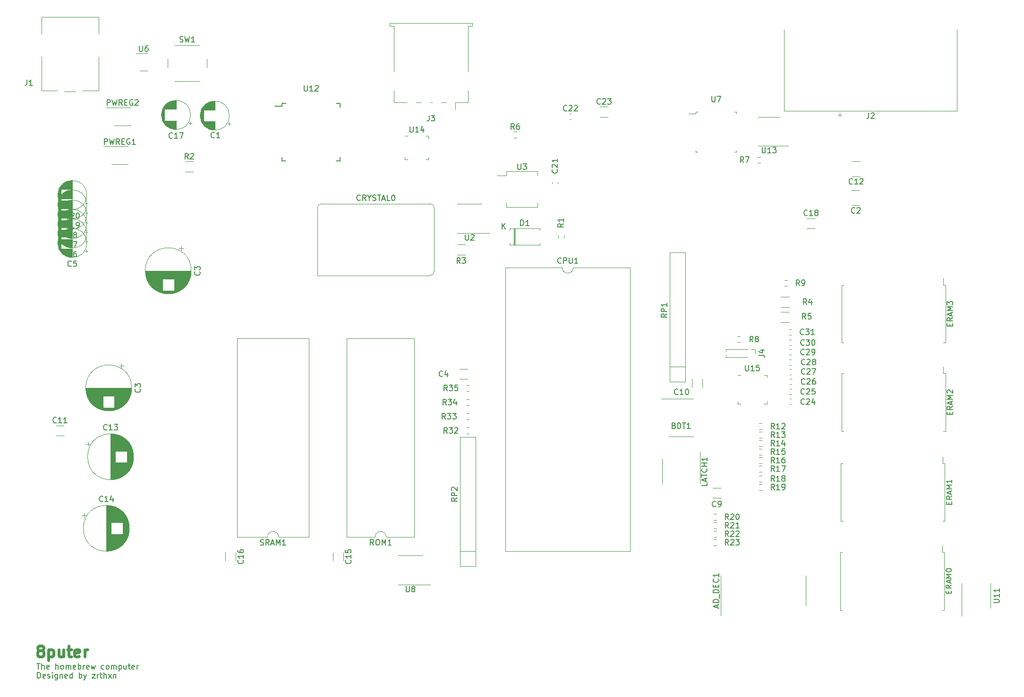
<source format=gbr>
%TF.GenerationSoftware,KiCad,Pcbnew,6.0.4-1.fc35*%
%TF.CreationDate,2022-04-12T19:23:18+05:30*%
%TF.ProjectId,8puter,38707574-6572-42e6-9b69-6361645f7063,rev?*%
%TF.SameCoordinates,Original*%
%TF.FileFunction,Legend,Top*%
%TF.FilePolarity,Positive*%
%FSLAX46Y46*%
G04 Gerber Fmt 4.6, Leading zero omitted, Abs format (unit mm)*
G04 Created by KiCad (PCBNEW 6.0.4-1.fc35) date 2022-04-12 19:23:18*
%MOMM*%
%LPD*%
G01*
G04 APERTURE LIST*
%ADD10C,0.500000*%
%ADD11C,0.200000*%
%ADD12C,0.150000*%
%ADD13C,0.120000*%
G04 APERTURE END LIST*
D10*
X60660380Y-147396904D02*
X60469904Y-147301666D01*
X60374666Y-147206428D01*
X60279428Y-147015952D01*
X60279428Y-146920714D01*
X60374666Y-146730238D01*
X60469904Y-146635000D01*
X60660380Y-146539761D01*
X61041333Y-146539761D01*
X61231809Y-146635000D01*
X61327047Y-146730238D01*
X61422285Y-146920714D01*
X61422285Y-147015952D01*
X61327047Y-147206428D01*
X61231809Y-147301666D01*
X61041333Y-147396904D01*
X60660380Y-147396904D01*
X60469904Y-147492142D01*
X60374666Y-147587380D01*
X60279428Y-147777857D01*
X60279428Y-148158809D01*
X60374666Y-148349285D01*
X60469904Y-148444523D01*
X60660380Y-148539761D01*
X61041333Y-148539761D01*
X61231809Y-148444523D01*
X61327047Y-148349285D01*
X61422285Y-148158809D01*
X61422285Y-147777857D01*
X61327047Y-147587380D01*
X61231809Y-147492142D01*
X61041333Y-147396904D01*
X62279428Y-147206428D02*
X62279428Y-149206428D01*
X62279428Y-147301666D02*
X62469904Y-147206428D01*
X62850857Y-147206428D01*
X63041333Y-147301666D01*
X63136571Y-147396904D01*
X63231809Y-147587380D01*
X63231809Y-148158809D01*
X63136571Y-148349285D01*
X63041333Y-148444523D01*
X62850857Y-148539761D01*
X62469904Y-148539761D01*
X62279428Y-148444523D01*
X64946095Y-147206428D02*
X64946095Y-148539761D01*
X64088952Y-147206428D02*
X64088952Y-148254047D01*
X64184190Y-148444523D01*
X64374666Y-148539761D01*
X64660380Y-148539761D01*
X64850857Y-148444523D01*
X64946095Y-148349285D01*
X65612761Y-147206428D02*
X66374666Y-147206428D01*
X65898476Y-146539761D02*
X65898476Y-148254047D01*
X65993714Y-148444523D01*
X66184190Y-148539761D01*
X66374666Y-148539761D01*
X67803238Y-148444523D02*
X67612761Y-148539761D01*
X67231809Y-148539761D01*
X67041333Y-148444523D01*
X66946095Y-148254047D01*
X66946095Y-147492142D01*
X67041333Y-147301666D01*
X67231809Y-147206428D01*
X67612761Y-147206428D01*
X67803238Y-147301666D01*
X67898476Y-147492142D01*
X67898476Y-147682619D01*
X66946095Y-147873095D01*
X68755619Y-148539761D02*
X68755619Y-147206428D01*
X68755619Y-147587380D02*
X68850857Y-147396904D01*
X68946095Y-147301666D01*
X69136571Y-147206428D01*
X69327047Y-147206428D01*
D11*
X60133238Y-149682380D02*
X60704666Y-149682380D01*
X60418952Y-150682380D02*
X60418952Y-149682380D01*
X61038000Y-150682380D02*
X61038000Y-149682380D01*
X61466571Y-150682380D02*
X61466571Y-150158571D01*
X61418952Y-150063333D01*
X61323714Y-150015714D01*
X61180857Y-150015714D01*
X61085619Y-150063333D01*
X61038000Y-150110952D01*
X62323714Y-150634761D02*
X62228476Y-150682380D01*
X62038000Y-150682380D01*
X61942761Y-150634761D01*
X61895142Y-150539523D01*
X61895142Y-150158571D01*
X61942761Y-150063333D01*
X62038000Y-150015714D01*
X62228476Y-150015714D01*
X62323714Y-150063333D01*
X62371333Y-150158571D01*
X62371333Y-150253809D01*
X61895142Y-150349047D01*
X63561809Y-150682380D02*
X63561809Y-149682380D01*
X63990380Y-150682380D02*
X63990380Y-150158571D01*
X63942761Y-150063333D01*
X63847523Y-150015714D01*
X63704666Y-150015714D01*
X63609428Y-150063333D01*
X63561809Y-150110952D01*
X64609428Y-150682380D02*
X64514190Y-150634761D01*
X64466571Y-150587142D01*
X64418952Y-150491904D01*
X64418952Y-150206190D01*
X64466571Y-150110952D01*
X64514190Y-150063333D01*
X64609428Y-150015714D01*
X64752285Y-150015714D01*
X64847523Y-150063333D01*
X64895142Y-150110952D01*
X64942761Y-150206190D01*
X64942761Y-150491904D01*
X64895142Y-150587142D01*
X64847523Y-150634761D01*
X64752285Y-150682380D01*
X64609428Y-150682380D01*
X65371333Y-150682380D02*
X65371333Y-150015714D01*
X65371333Y-150110952D02*
X65418952Y-150063333D01*
X65514190Y-150015714D01*
X65657047Y-150015714D01*
X65752285Y-150063333D01*
X65799904Y-150158571D01*
X65799904Y-150682380D01*
X65799904Y-150158571D02*
X65847523Y-150063333D01*
X65942761Y-150015714D01*
X66085619Y-150015714D01*
X66180857Y-150063333D01*
X66228476Y-150158571D01*
X66228476Y-150682380D01*
X67085619Y-150634761D02*
X66990380Y-150682380D01*
X66799904Y-150682380D01*
X66704666Y-150634761D01*
X66657047Y-150539523D01*
X66657047Y-150158571D01*
X66704666Y-150063333D01*
X66799904Y-150015714D01*
X66990380Y-150015714D01*
X67085619Y-150063333D01*
X67133238Y-150158571D01*
X67133238Y-150253809D01*
X66657047Y-150349047D01*
X67561809Y-150682380D02*
X67561809Y-149682380D01*
X67561809Y-150063333D02*
X67657047Y-150015714D01*
X67847523Y-150015714D01*
X67942761Y-150063333D01*
X67990380Y-150110952D01*
X68038000Y-150206190D01*
X68038000Y-150491904D01*
X67990380Y-150587142D01*
X67942761Y-150634761D01*
X67847523Y-150682380D01*
X67657047Y-150682380D01*
X67561809Y-150634761D01*
X68466571Y-150682380D02*
X68466571Y-150015714D01*
X68466571Y-150206190D02*
X68514190Y-150110952D01*
X68561809Y-150063333D01*
X68657047Y-150015714D01*
X68752285Y-150015714D01*
X69466571Y-150634761D02*
X69371333Y-150682380D01*
X69180857Y-150682380D01*
X69085619Y-150634761D01*
X69038000Y-150539523D01*
X69038000Y-150158571D01*
X69085619Y-150063333D01*
X69180857Y-150015714D01*
X69371333Y-150015714D01*
X69466571Y-150063333D01*
X69514190Y-150158571D01*
X69514190Y-150253809D01*
X69038000Y-150349047D01*
X69847523Y-150015714D02*
X70038000Y-150682380D01*
X70228476Y-150206190D01*
X70418952Y-150682380D01*
X70609428Y-150015714D01*
X72180857Y-150634761D02*
X72085619Y-150682380D01*
X71895142Y-150682380D01*
X71799904Y-150634761D01*
X71752285Y-150587142D01*
X71704666Y-150491904D01*
X71704666Y-150206190D01*
X71752285Y-150110952D01*
X71799904Y-150063333D01*
X71895142Y-150015714D01*
X72085619Y-150015714D01*
X72180857Y-150063333D01*
X72752285Y-150682380D02*
X72657047Y-150634761D01*
X72609428Y-150587142D01*
X72561809Y-150491904D01*
X72561809Y-150206190D01*
X72609428Y-150110952D01*
X72657047Y-150063333D01*
X72752285Y-150015714D01*
X72895142Y-150015714D01*
X72990380Y-150063333D01*
X73038000Y-150110952D01*
X73085619Y-150206190D01*
X73085619Y-150491904D01*
X73038000Y-150587142D01*
X72990380Y-150634761D01*
X72895142Y-150682380D01*
X72752285Y-150682380D01*
X73514190Y-150682380D02*
X73514190Y-150015714D01*
X73514190Y-150110952D02*
X73561809Y-150063333D01*
X73657047Y-150015714D01*
X73799904Y-150015714D01*
X73895142Y-150063333D01*
X73942761Y-150158571D01*
X73942761Y-150682380D01*
X73942761Y-150158571D02*
X73990380Y-150063333D01*
X74085619Y-150015714D01*
X74228476Y-150015714D01*
X74323714Y-150063333D01*
X74371333Y-150158571D01*
X74371333Y-150682380D01*
X74847523Y-150015714D02*
X74847523Y-151015714D01*
X74847523Y-150063333D02*
X74942761Y-150015714D01*
X75133238Y-150015714D01*
X75228476Y-150063333D01*
X75276095Y-150110952D01*
X75323714Y-150206190D01*
X75323714Y-150491904D01*
X75276095Y-150587142D01*
X75228476Y-150634761D01*
X75133238Y-150682380D01*
X74942761Y-150682380D01*
X74847523Y-150634761D01*
X76180857Y-150015714D02*
X76180857Y-150682380D01*
X75752285Y-150015714D02*
X75752285Y-150539523D01*
X75799904Y-150634761D01*
X75895142Y-150682380D01*
X76038000Y-150682380D01*
X76133238Y-150634761D01*
X76180857Y-150587142D01*
X76514190Y-150015714D02*
X76895142Y-150015714D01*
X76657047Y-149682380D02*
X76657047Y-150539523D01*
X76704666Y-150634761D01*
X76799904Y-150682380D01*
X76895142Y-150682380D01*
X77609428Y-150634761D02*
X77514190Y-150682380D01*
X77323714Y-150682380D01*
X77228476Y-150634761D01*
X77180857Y-150539523D01*
X77180857Y-150158571D01*
X77228476Y-150063333D01*
X77323714Y-150015714D01*
X77514190Y-150015714D01*
X77609428Y-150063333D01*
X77657047Y-150158571D01*
X77657047Y-150253809D01*
X77180857Y-150349047D01*
X78085619Y-150682380D02*
X78085619Y-150015714D01*
X78085619Y-150206190D02*
X78133238Y-150110952D01*
X78180857Y-150063333D01*
X78276095Y-150015714D01*
X78371333Y-150015714D01*
X60276095Y-152292380D02*
X60276095Y-151292380D01*
X60514190Y-151292380D01*
X60657047Y-151340000D01*
X60752285Y-151435238D01*
X60799904Y-151530476D01*
X60847523Y-151720952D01*
X60847523Y-151863809D01*
X60799904Y-152054285D01*
X60752285Y-152149523D01*
X60657047Y-152244761D01*
X60514190Y-152292380D01*
X60276095Y-152292380D01*
X61657047Y-152244761D02*
X61561809Y-152292380D01*
X61371333Y-152292380D01*
X61276095Y-152244761D01*
X61228476Y-152149523D01*
X61228476Y-151768571D01*
X61276095Y-151673333D01*
X61371333Y-151625714D01*
X61561809Y-151625714D01*
X61657047Y-151673333D01*
X61704666Y-151768571D01*
X61704666Y-151863809D01*
X61228476Y-151959047D01*
X62085619Y-152244761D02*
X62180857Y-152292380D01*
X62371333Y-152292380D01*
X62466571Y-152244761D01*
X62514190Y-152149523D01*
X62514190Y-152101904D01*
X62466571Y-152006666D01*
X62371333Y-151959047D01*
X62228476Y-151959047D01*
X62133238Y-151911428D01*
X62085619Y-151816190D01*
X62085619Y-151768571D01*
X62133238Y-151673333D01*
X62228476Y-151625714D01*
X62371333Y-151625714D01*
X62466571Y-151673333D01*
X62942761Y-152292380D02*
X62942761Y-151625714D01*
X62942761Y-151292380D02*
X62895142Y-151340000D01*
X62942761Y-151387619D01*
X62990380Y-151340000D01*
X62942761Y-151292380D01*
X62942761Y-151387619D01*
X63847523Y-151625714D02*
X63847523Y-152435238D01*
X63799904Y-152530476D01*
X63752285Y-152578095D01*
X63657047Y-152625714D01*
X63514190Y-152625714D01*
X63418952Y-152578095D01*
X63847523Y-152244761D02*
X63752285Y-152292380D01*
X63561809Y-152292380D01*
X63466571Y-152244761D01*
X63418952Y-152197142D01*
X63371333Y-152101904D01*
X63371333Y-151816190D01*
X63418952Y-151720952D01*
X63466571Y-151673333D01*
X63561809Y-151625714D01*
X63752285Y-151625714D01*
X63847523Y-151673333D01*
X64323714Y-151625714D02*
X64323714Y-152292380D01*
X64323714Y-151720952D02*
X64371333Y-151673333D01*
X64466571Y-151625714D01*
X64609428Y-151625714D01*
X64704666Y-151673333D01*
X64752285Y-151768571D01*
X64752285Y-152292380D01*
X65609428Y-152244761D02*
X65514190Y-152292380D01*
X65323714Y-152292380D01*
X65228476Y-152244761D01*
X65180857Y-152149523D01*
X65180857Y-151768571D01*
X65228476Y-151673333D01*
X65323714Y-151625714D01*
X65514190Y-151625714D01*
X65609428Y-151673333D01*
X65657047Y-151768571D01*
X65657047Y-151863809D01*
X65180857Y-151959047D01*
X66514190Y-152292380D02*
X66514190Y-151292380D01*
X66514190Y-152244761D02*
X66418952Y-152292380D01*
X66228476Y-152292380D01*
X66133238Y-152244761D01*
X66085619Y-152197142D01*
X66038000Y-152101904D01*
X66038000Y-151816190D01*
X66085619Y-151720952D01*
X66133238Y-151673333D01*
X66228476Y-151625714D01*
X66418952Y-151625714D01*
X66514190Y-151673333D01*
X67752285Y-152292380D02*
X67752285Y-151292380D01*
X67752285Y-151673333D02*
X67847523Y-151625714D01*
X68038000Y-151625714D01*
X68133238Y-151673333D01*
X68180857Y-151720952D01*
X68228476Y-151816190D01*
X68228476Y-152101904D01*
X68180857Y-152197142D01*
X68133238Y-152244761D01*
X68038000Y-152292380D01*
X67847523Y-152292380D01*
X67752285Y-152244761D01*
X68561809Y-151625714D02*
X68799904Y-152292380D01*
X69038000Y-151625714D02*
X68799904Y-152292380D01*
X68704666Y-152530476D01*
X68657047Y-152578095D01*
X68561809Y-152625714D01*
X70085619Y-151625714D02*
X70609428Y-151625714D01*
X70085619Y-152292380D01*
X70609428Y-152292380D01*
X70990380Y-152292380D02*
X70990380Y-151625714D01*
X70990380Y-151816190D02*
X71038000Y-151720952D01*
X71085619Y-151673333D01*
X71180857Y-151625714D01*
X71276095Y-151625714D01*
X71466571Y-151625714D02*
X71847523Y-151625714D01*
X71609428Y-151292380D02*
X71609428Y-152149523D01*
X71657047Y-152244761D01*
X71752285Y-152292380D01*
X71847523Y-152292380D01*
X72180857Y-152292380D02*
X72180857Y-151292380D01*
X72609428Y-152292380D02*
X72609428Y-151768571D01*
X72561809Y-151673333D01*
X72466571Y-151625714D01*
X72323714Y-151625714D01*
X72228476Y-151673333D01*
X72180857Y-151720952D01*
X72990380Y-152292380D02*
X73514190Y-151625714D01*
X72990380Y-151625714D02*
X73514190Y-152292380D01*
X73895142Y-151625714D02*
X73895142Y-152292380D01*
X73895142Y-151720952D02*
X73942761Y-151673333D01*
X74038000Y-151625714D01*
X74180857Y-151625714D01*
X74276095Y-151673333D01*
X74323714Y-151768571D01*
X74323714Y-152292380D01*
D12*
%TO.C,R9*%
X196866333Y-81887380D02*
X196533000Y-81411190D01*
X196294904Y-81887380D02*
X196294904Y-80887380D01*
X196675857Y-80887380D01*
X196771095Y-80935000D01*
X196818714Y-80982619D01*
X196866333Y-81077857D01*
X196866333Y-81220714D01*
X196818714Y-81315952D01*
X196771095Y-81363571D01*
X196675857Y-81411190D01*
X196294904Y-81411190D01*
X197342523Y-81887380D02*
X197533000Y-81887380D01*
X197628238Y-81839761D01*
X197675857Y-81792142D01*
X197771095Y-81649285D01*
X197818714Y-81458809D01*
X197818714Y-81077857D01*
X197771095Y-80982619D01*
X197723476Y-80935000D01*
X197628238Y-80887380D01*
X197437761Y-80887380D01*
X197342523Y-80935000D01*
X197294904Y-80982619D01*
X197247285Y-81077857D01*
X197247285Y-81315952D01*
X197294904Y-81411190D01*
X197342523Y-81458809D01*
X197437761Y-81506428D01*
X197628238Y-81506428D01*
X197723476Y-81458809D01*
X197771095Y-81411190D01*
X197818714Y-81315952D01*
%TO.C,C30*%
X197715142Y-92492142D02*
X197667523Y-92539761D01*
X197524666Y-92587380D01*
X197429428Y-92587380D01*
X197286571Y-92539761D01*
X197191333Y-92444523D01*
X197143714Y-92349285D01*
X197096095Y-92158809D01*
X197096095Y-92015952D01*
X197143714Y-91825476D01*
X197191333Y-91730238D01*
X197286571Y-91635000D01*
X197429428Y-91587380D01*
X197524666Y-91587380D01*
X197667523Y-91635000D01*
X197715142Y-91682619D01*
X198048476Y-91587380D02*
X198667523Y-91587380D01*
X198334190Y-91968333D01*
X198477047Y-91968333D01*
X198572285Y-92015952D01*
X198619904Y-92063571D01*
X198667523Y-92158809D01*
X198667523Y-92396904D01*
X198619904Y-92492142D01*
X198572285Y-92539761D01*
X198477047Y-92587380D01*
X198191333Y-92587380D01*
X198096095Y-92539761D01*
X198048476Y-92492142D01*
X199286571Y-91587380D02*
X199381809Y-91587380D01*
X199477047Y-91635000D01*
X199524666Y-91682619D01*
X199572285Y-91777857D01*
X199619904Y-91968333D01*
X199619904Y-92206428D01*
X199572285Y-92396904D01*
X199524666Y-92492142D01*
X199477047Y-92539761D01*
X199381809Y-92587380D01*
X199286571Y-92587380D01*
X199191333Y-92539761D01*
X199143714Y-92492142D01*
X199096095Y-92396904D01*
X199048476Y-92206428D01*
X199048476Y-91968333D01*
X199096095Y-91777857D01*
X199143714Y-91682619D01*
X199191333Y-91635000D01*
X199286571Y-91587380D01*
%TO.C,C29*%
X197715142Y-94192142D02*
X197667523Y-94239761D01*
X197524666Y-94287380D01*
X197429428Y-94287380D01*
X197286571Y-94239761D01*
X197191333Y-94144523D01*
X197143714Y-94049285D01*
X197096095Y-93858809D01*
X197096095Y-93715952D01*
X197143714Y-93525476D01*
X197191333Y-93430238D01*
X197286571Y-93335000D01*
X197429428Y-93287380D01*
X197524666Y-93287380D01*
X197667523Y-93335000D01*
X197715142Y-93382619D01*
X198096095Y-93382619D02*
X198143714Y-93335000D01*
X198238952Y-93287380D01*
X198477047Y-93287380D01*
X198572285Y-93335000D01*
X198619904Y-93382619D01*
X198667523Y-93477857D01*
X198667523Y-93573095D01*
X198619904Y-93715952D01*
X198048476Y-94287380D01*
X198667523Y-94287380D01*
X199143714Y-94287380D02*
X199334190Y-94287380D01*
X199429428Y-94239761D01*
X199477047Y-94192142D01*
X199572285Y-94049285D01*
X199619904Y-93858809D01*
X199619904Y-93477857D01*
X199572285Y-93382619D01*
X199524666Y-93335000D01*
X199429428Y-93287380D01*
X199238952Y-93287380D01*
X199143714Y-93335000D01*
X199096095Y-93382619D01*
X199048476Y-93477857D01*
X199048476Y-93715952D01*
X199096095Y-93811190D01*
X199143714Y-93858809D01*
X199238952Y-93906428D01*
X199429428Y-93906428D01*
X199524666Y-93858809D01*
X199572285Y-93811190D01*
X199619904Y-93715952D01*
%TO.C,C28*%
X197840142Y-96002142D02*
X197792523Y-96049761D01*
X197649666Y-96097380D01*
X197554428Y-96097380D01*
X197411571Y-96049761D01*
X197316333Y-95954523D01*
X197268714Y-95859285D01*
X197221095Y-95668809D01*
X197221095Y-95525952D01*
X197268714Y-95335476D01*
X197316333Y-95240238D01*
X197411571Y-95145000D01*
X197554428Y-95097380D01*
X197649666Y-95097380D01*
X197792523Y-95145000D01*
X197840142Y-95192619D01*
X198221095Y-95192619D02*
X198268714Y-95145000D01*
X198363952Y-95097380D01*
X198602047Y-95097380D01*
X198697285Y-95145000D01*
X198744904Y-95192619D01*
X198792523Y-95287857D01*
X198792523Y-95383095D01*
X198744904Y-95525952D01*
X198173476Y-96097380D01*
X198792523Y-96097380D01*
X199363952Y-95525952D02*
X199268714Y-95478333D01*
X199221095Y-95430714D01*
X199173476Y-95335476D01*
X199173476Y-95287857D01*
X199221095Y-95192619D01*
X199268714Y-95145000D01*
X199363952Y-95097380D01*
X199554428Y-95097380D01*
X199649666Y-95145000D01*
X199697285Y-95192619D01*
X199744904Y-95287857D01*
X199744904Y-95335476D01*
X199697285Y-95430714D01*
X199649666Y-95478333D01*
X199554428Y-95525952D01*
X199363952Y-95525952D01*
X199268714Y-95573571D01*
X199221095Y-95621190D01*
X199173476Y-95716428D01*
X199173476Y-95906904D01*
X199221095Y-96002142D01*
X199268714Y-96049761D01*
X199363952Y-96097380D01*
X199554428Y-96097380D01*
X199649666Y-96049761D01*
X199697285Y-96002142D01*
X199744904Y-95906904D01*
X199744904Y-95716428D01*
X199697285Y-95621190D01*
X199649666Y-95573571D01*
X199554428Y-95525952D01*
%TO.C,C27*%
X197815142Y-97692142D02*
X197767523Y-97739761D01*
X197624666Y-97787380D01*
X197529428Y-97787380D01*
X197386571Y-97739761D01*
X197291333Y-97644523D01*
X197243714Y-97549285D01*
X197196095Y-97358809D01*
X197196095Y-97215952D01*
X197243714Y-97025476D01*
X197291333Y-96930238D01*
X197386571Y-96835000D01*
X197529428Y-96787380D01*
X197624666Y-96787380D01*
X197767523Y-96835000D01*
X197815142Y-96882619D01*
X198196095Y-96882619D02*
X198243714Y-96835000D01*
X198338952Y-96787380D01*
X198577047Y-96787380D01*
X198672285Y-96835000D01*
X198719904Y-96882619D01*
X198767523Y-96977857D01*
X198767523Y-97073095D01*
X198719904Y-97215952D01*
X198148476Y-97787380D01*
X198767523Y-97787380D01*
X199100857Y-96787380D02*
X199767523Y-96787380D01*
X199338952Y-97787380D01*
%TO.C,C26*%
X197840142Y-99492142D02*
X197792523Y-99539761D01*
X197649666Y-99587380D01*
X197554428Y-99587380D01*
X197411571Y-99539761D01*
X197316333Y-99444523D01*
X197268714Y-99349285D01*
X197221095Y-99158809D01*
X197221095Y-99015952D01*
X197268714Y-98825476D01*
X197316333Y-98730238D01*
X197411571Y-98635000D01*
X197554428Y-98587380D01*
X197649666Y-98587380D01*
X197792523Y-98635000D01*
X197840142Y-98682619D01*
X198221095Y-98682619D02*
X198268714Y-98635000D01*
X198363952Y-98587380D01*
X198602047Y-98587380D01*
X198697285Y-98635000D01*
X198744904Y-98682619D01*
X198792523Y-98777857D01*
X198792523Y-98873095D01*
X198744904Y-99015952D01*
X198173476Y-99587380D01*
X198792523Y-99587380D01*
X199649666Y-98587380D02*
X199459190Y-98587380D01*
X199363952Y-98635000D01*
X199316333Y-98682619D01*
X199221095Y-98825476D01*
X199173476Y-99015952D01*
X199173476Y-99396904D01*
X199221095Y-99492142D01*
X199268714Y-99539761D01*
X199363952Y-99587380D01*
X199554428Y-99587380D01*
X199649666Y-99539761D01*
X199697285Y-99492142D01*
X199744904Y-99396904D01*
X199744904Y-99158809D01*
X199697285Y-99063571D01*
X199649666Y-99015952D01*
X199554428Y-98968333D01*
X199363952Y-98968333D01*
X199268714Y-99015952D01*
X199221095Y-99063571D01*
X199173476Y-99158809D01*
%TO.C,C31*%
X197615142Y-90592142D02*
X197567523Y-90639761D01*
X197424666Y-90687380D01*
X197329428Y-90687380D01*
X197186571Y-90639761D01*
X197091333Y-90544523D01*
X197043714Y-90449285D01*
X196996095Y-90258809D01*
X196996095Y-90115952D01*
X197043714Y-89925476D01*
X197091333Y-89830238D01*
X197186571Y-89735000D01*
X197329428Y-89687380D01*
X197424666Y-89687380D01*
X197567523Y-89735000D01*
X197615142Y-89782619D01*
X197948476Y-89687380D02*
X198567523Y-89687380D01*
X198234190Y-90068333D01*
X198377047Y-90068333D01*
X198472285Y-90115952D01*
X198519904Y-90163571D01*
X198567523Y-90258809D01*
X198567523Y-90496904D01*
X198519904Y-90592142D01*
X198472285Y-90639761D01*
X198377047Y-90687380D01*
X198091333Y-90687380D01*
X197996095Y-90639761D01*
X197948476Y-90592142D01*
X199519904Y-90687380D02*
X198948476Y-90687380D01*
X199234190Y-90687380D02*
X199234190Y-89687380D01*
X199138952Y-89830238D01*
X199043714Y-89925476D01*
X198948476Y-89973095D01*
%TO.C,C24*%
X197740142Y-103102142D02*
X197692523Y-103149761D01*
X197549666Y-103197380D01*
X197454428Y-103197380D01*
X197311571Y-103149761D01*
X197216333Y-103054523D01*
X197168714Y-102959285D01*
X197121095Y-102768809D01*
X197121095Y-102625952D01*
X197168714Y-102435476D01*
X197216333Y-102340238D01*
X197311571Y-102245000D01*
X197454428Y-102197380D01*
X197549666Y-102197380D01*
X197692523Y-102245000D01*
X197740142Y-102292619D01*
X198121095Y-102292619D02*
X198168714Y-102245000D01*
X198263952Y-102197380D01*
X198502047Y-102197380D01*
X198597285Y-102245000D01*
X198644904Y-102292619D01*
X198692523Y-102387857D01*
X198692523Y-102483095D01*
X198644904Y-102625952D01*
X198073476Y-103197380D01*
X198692523Y-103197380D01*
X199549666Y-102530714D02*
X199549666Y-103197380D01*
X199311571Y-102149761D02*
X199073476Y-102864047D01*
X199692523Y-102864047D01*
%TO.C,C25*%
X197740142Y-101292142D02*
X197692523Y-101339761D01*
X197549666Y-101387380D01*
X197454428Y-101387380D01*
X197311571Y-101339761D01*
X197216333Y-101244523D01*
X197168714Y-101149285D01*
X197121095Y-100958809D01*
X197121095Y-100815952D01*
X197168714Y-100625476D01*
X197216333Y-100530238D01*
X197311571Y-100435000D01*
X197454428Y-100387380D01*
X197549666Y-100387380D01*
X197692523Y-100435000D01*
X197740142Y-100482619D01*
X198121095Y-100482619D02*
X198168714Y-100435000D01*
X198263952Y-100387380D01*
X198502047Y-100387380D01*
X198597285Y-100435000D01*
X198644904Y-100482619D01*
X198692523Y-100577857D01*
X198692523Y-100673095D01*
X198644904Y-100815952D01*
X198073476Y-101387380D01*
X198692523Y-101387380D01*
X199597285Y-100387380D02*
X199121095Y-100387380D01*
X199073476Y-100863571D01*
X199121095Y-100815952D01*
X199216333Y-100768333D01*
X199454428Y-100768333D01*
X199549666Y-100815952D01*
X199597285Y-100863571D01*
X199644904Y-100958809D01*
X199644904Y-101196904D01*
X199597285Y-101292142D01*
X199549666Y-101339761D01*
X199454428Y-101387380D01*
X199216333Y-101387380D01*
X199121095Y-101339761D01*
X199073476Y-101292142D01*
%TO.C,C5*%
X66341333Y-78342142D02*
X66293714Y-78389761D01*
X66150857Y-78437380D01*
X66055619Y-78437380D01*
X65912761Y-78389761D01*
X65817523Y-78294523D01*
X65769904Y-78199285D01*
X65722285Y-78008809D01*
X65722285Y-77865952D01*
X65769904Y-77675476D01*
X65817523Y-77580238D01*
X65912761Y-77485000D01*
X66055619Y-77437380D01*
X66150857Y-77437380D01*
X66293714Y-77485000D01*
X66341333Y-77532619D01*
X67246095Y-77437380D02*
X66769904Y-77437380D01*
X66722285Y-77913571D01*
X66769904Y-77865952D01*
X66865142Y-77818333D01*
X67103238Y-77818333D01*
X67198476Y-77865952D01*
X67246095Y-77913571D01*
X67293714Y-78008809D01*
X67293714Y-78246904D01*
X67246095Y-78342142D01*
X67198476Y-78389761D01*
X67103238Y-78437380D01*
X66865142Y-78437380D01*
X66769904Y-78389761D01*
X66722285Y-78342142D01*
%TO.C,C6*%
X66341333Y-76642142D02*
X66293714Y-76689761D01*
X66150857Y-76737380D01*
X66055619Y-76737380D01*
X65912761Y-76689761D01*
X65817523Y-76594523D01*
X65769904Y-76499285D01*
X65722285Y-76308809D01*
X65722285Y-76165952D01*
X65769904Y-75975476D01*
X65817523Y-75880238D01*
X65912761Y-75785000D01*
X66055619Y-75737380D01*
X66150857Y-75737380D01*
X66293714Y-75785000D01*
X66341333Y-75832619D01*
X67198476Y-75737380D02*
X67008000Y-75737380D01*
X66912761Y-75785000D01*
X66865142Y-75832619D01*
X66769904Y-75975476D01*
X66722285Y-76165952D01*
X66722285Y-76546904D01*
X66769904Y-76642142D01*
X66817523Y-76689761D01*
X66912761Y-76737380D01*
X67103238Y-76737380D01*
X67198476Y-76689761D01*
X67246095Y-76642142D01*
X67293714Y-76546904D01*
X67293714Y-76308809D01*
X67246095Y-76213571D01*
X67198476Y-76165952D01*
X67103238Y-76118333D01*
X66912761Y-76118333D01*
X66817523Y-76165952D01*
X66769904Y-76213571D01*
X66722285Y-76308809D01*
%TO.C,C7*%
X66341333Y-74942142D02*
X66293714Y-74989761D01*
X66150857Y-75037380D01*
X66055619Y-75037380D01*
X65912761Y-74989761D01*
X65817523Y-74894523D01*
X65769904Y-74799285D01*
X65722285Y-74608809D01*
X65722285Y-74465952D01*
X65769904Y-74275476D01*
X65817523Y-74180238D01*
X65912761Y-74085000D01*
X66055619Y-74037380D01*
X66150857Y-74037380D01*
X66293714Y-74085000D01*
X66341333Y-74132619D01*
X66674666Y-74037380D02*
X67341333Y-74037380D01*
X66912761Y-75037380D01*
%TO.C,C8*%
X66341333Y-73242142D02*
X66293714Y-73289761D01*
X66150857Y-73337380D01*
X66055619Y-73337380D01*
X65912761Y-73289761D01*
X65817523Y-73194523D01*
X65769904Y-73099285D01*
X65722285Y-72908809D01*
X65722285Y-72765952D01*
X65769904Y-72575476D01*
X65817523Y-72480238D01*
X65912761Y-72385000D01*
X66055619Y-72337380D01*
X66150857Y-72337380D01*
X66293714Y-72385000D01*
X66341333Y-72432619D01*
X66912761Y-72765952D02*
X66817523Y-72718333D01*
X66769904Y-72670714D01*
X66722285Y-72575476D01*
X66722285Y-72527857D01*
X66769904Y-72432619D01*
X66817523Y-72385000D01*
X66912761Y-72337380D01*
X67103238Y-72337380D01*
X67198476Y-72385000D01*
X67246095Y-72432619D01*
X67293714Y-72527857D01*
X67293714Y-72575476D01*
X67246095Y-72670714D01*
X67198476Y-72718333D01*
X67103238Y-72765952D01*
X66912761Y-72765952D01*
X66817523Y-72813571D01*
X66769904Y-72861190D01*
X66722285Y-72956428D01*
X66722285Y-73146904D01*
X66769904Y-73242142D01*
X66817523Y-73289761D01*
X66912761Y-73337380D01*
X67103238Y-73337380D01*
X67198476Y-73289761D01*
X67246095Y-73242142D01*
X67293714Y-73146904D01*
X67293714Y-72956428D01*
X67246095Y-72861190D01*
X67198476Y-72813571D01*
X67103238Y-72765952D01*
%TO.C,C19*%
X65865142Y-71442142D02*
X65817523Y-71489761D01*
X65674666Y-71537380D01*
X65579428Y-71537380D01*
X65436571Y-71489761D01*
X65341333Y-71394523D01*
X65293714Y-71299285D01*
X65246095Y-71108809D01*
X65246095Y-70965952D01*
X65293714Y-70775476D01*
X65341333Y-70680238D01*
X65436571Y-70585000D01*
X65579428Y-70537380D01*
X65674666Y-70537380D01*
X65817523Y-70585000D01*
X65865142Y-70632619D01*
X66817523Y-71537380D02*
X66246095Y-71537380D01*
X66531809Y-71537380D02*
X66531809Y-70537380D01*
X66436571Y-70680238D01*
X66341333Y-70775476D01*
X66246095Y-70823095D01*
X67293714Y-71537380D02*
X67484190Y-71537380D01*
X67579428Y-71489761D01*
X67627047Y-71442142D01*
X67722285Y-71299285D01*
X67769904Y-71108809D01*
X67769904Y-70727857D01*
X67722285Y-70632619D01*
X67674666Y-70585000D01*
X67579428Y-70537380D01*
X67388952Y-70537380D01*
X67293714Y-70585000D01*
X67246095Y-70632619D01*
X67198476Y-70727857D01*
X67198476Y-70965952D01*
X67246095Y-71061190D01*
X67293714Y-71108809D01*
X67388952Y-71156428D01*
X67579428Y-71156428D01*
X67674666Y-71108809D01*
X67722285Y-71061190D01*
X67769904Y-70965952D01*
%TO.C,C20*%
X65865142Y-69742142D02*
X65817523Y-69789761D01*
X65674666Y-69837380D01*
X65579428Y-69837380D01*
X65436571Y-69789761D01*
X65341333Y-69694523D01*
X65293714Y-69599285D01*
X65246095Y-69408809D01*
X65246095Y-69265952D01*
X65293714Y-69075476D01*
X65341333Y-68980238D01*
X65436571Y-68885000D01*
X65579428Y-68837380D01*
X65674666Y-68837380D01*
X65817523Y-68885000D01*
X65865142Y-68932619D01*
X66246095Y-68932619D02*
X66293714Y-68885000D01*
X66388952Y-68837380D01*
X66627047Y-68837380D01*
X66722285Y-68885000D01*
X66769904Y-68932619D01*
X66817523Y-69027857D01*
X66817523Y-69123095D01*
X66769904Y-69265952D01*
X66198476Y-69837380D01*
X66817523Y-69837380D01*
X67436571Y-68837380D02*
X67531809Y-68837380D01*
X67627047Y-68885000D01*
X67674666Y-68932619D01*
X67722285Y-69027857D01*
X67769904Y-69218333D01*
X67769904Y-69456428D01*
X67722285Y-69646904D01*
X67674666Y-69742142D01*
X67627047Y-69789761D01*
X67531809Y-69837380D01*
X67436571Y-69837380D01*
X67341333Y-69789761D01*
X67293714Y-69742142D01*
X67246095Y-69646904D01*
X67198476Y-69456428D01*
X67198476Y-69218333D01*
X67246095Y-69027857D01*
X67293714Y-68932619D01*
X67341333Y-68885000D01*
X67436571Y-68837380D01*
%TO.C,J4*%
X189560380Y-94368333D02*
X190274666Y-94368333D01*
X190417523Y-94415952D01*
X190512761Y-94511190D01*
X190560380Y-94654047D01*
X190560380Y-94749285D01*
X189893714Y-93463571D02*
X190560380Y-93463571D01*
X189512761Y-93701666D02*
X190227047Y-93939761D01*
X190227047Y-93320714D01*
%TO.C,U15*%
X187169904Y-96167380D02*
X187169904Y-96976904D01*
X187217523Y-97072142D01*
X187265142Y-97119761D01*
X187360380Y-97167380D01*
X187550857Y-97167380D01*
X187646095Y-97119761D01*
X187693714Y-97072142D01*
X187741333Y-96976904D01*
X187741333Y-96167380D01*
X188741333Y-97167380D02*
X188169904Y-97167380D01*
X188455619Y-97167380D02*
X188455619Y-96167380D01*
X188360380Y-96310238D01*
X188265142Y-96405476D01*
X188169904Y-96453095D01*
X189646095Y-96167380D02*
X189169904Y-96167380D01*
X189122285Y-96643571D01*
X189169904Y-96595952D01*
X189265142Y-96548333D01*
X189503238Y-96548333D01*
X189598476Y-96595952D01*
X189646095Y-96643571D01*
X189693714Y-96738809D01*
X189693714Y-96976904D01*
X189646095Y-97072142D01*
X189598476Y-97119761D01*
X189503238Y-97167380D01*
X189265142Y-97167380D01*
X189169904Y-97119761D01*
X189122285Y-97072142D01*
%TO.C,PWREG1*%
X72246095Y-56537380D02*
X72246095Y-55537380D01*
X72627047Y-55537380D01*
X72722285Y-55585000D01*
X72769904Y-55632619D01*
X72817523Y-55727857D01*
X72817523Y-55870714D01*
X72769904Y-55965952D01*
X72722285Y-56013571D01*
X72627047Y-56061190D01*
X72246095Y-56061190D01*
X73150857Y-55537380D02*
X73388952Y-56537380D01*
X73579428Y-55823095D01*
X73769904Y-56537380D01*
X74008000Y-55537380D01*
X74960380Y-56537380D02*
X74627047Y-56061190D01*
X74388952Y-56537380D02*
X74388952Y-55537380D01*
X74769904Y-55537380D01*
X74865142Y-55585000D01*
X74912761Y-55632619D01*
X74960380Y-55727857D01*
X74960380Y-55870714D01*
X74912761Y-55965952D01*
X74865142Y-56013571D01*
X74769904Y-56061190D01*
X74388952Y-56061190D01*
X75388952Y-56013571D02*
X75722285Y-56013571D01*
X75865142Y-56537380D02*
X75388952Y-56537380D01*
X75388952Y-55537380D01*
X75865142Y-55537380D01*
X76817523Y-55585000D02*
X76722285Y-55537380D01*
X76579428Y-55537380D01*
X76436571Y-55585000D01*
X76341333Y-55680238D01*
X76293714Y-55775476D01*
X76246095Y-55965952D01*
X76246095Y-56108809D01*
X76293714Y-56299285D01*
X76341333Y-56394523D01*
X76436571Y-56489761D01*
X76579428Y-56537380D01*
X76674666Y-56537380D01*
X76817523Y-56489761D01*
X76865142Y-56442142D01*
X76865142Y-56108809D01*
X76674666Y-56108809D01*
X77817523Y-56537380D02*
X77246095Y-56537380D01*
X77531809Y-56537380D02*
X77531809Y-55537380D01*
X77436571Y-55680238D01*
X77341333Y-55775476D01*
X77246095Y-55823095D01*
%TO.C,R8*%
X188541333Y-91987380D02*
X188208000Y-91511190D01*
X187969904Y-91987380D02*
X187969904Y-90987380D01*
X188350857Y-90987380D01*
X188446095Y-91035000D01*
X188493714Y-91082619D01*
X188541333Y-91177857D01*
X188541333Y-91320714D01*
X188493714Y-91415952D01*
X188446095Y-91463571D01*
X188350857Y-91511190D01*
X187969904Y-91511190D01*
X189112761Y-91415952D02*
X189017523Y-91368333D01*
X188969904Y-91320714D01*
X188922285Y-91225476D01*
X188922285Y-91177857D01*
X188969904Y-91082619D01*
X189017523Y-91035000D01*
X189112761Y-90987380D01*
X189303238Y-90987380D01*
X189398476Y-91035000D01*
X189446095Y-91082619D01*
X189493714Y-91177857D01*
X189493714Y-91225476D01*
X189446095Y-91320714D01*
X189398476Y-91368333D01*
X189303238Y-91415952D01*
X189112761Y-91415952D01*
X189017523Y-91463571D01*
X188969904Y-91511190D01*
X188922285Y-91606428D01*
X188922285Y-91796904D01*
X188969904Y-91892142D01*
X189017523Y-91939761D01*
X189112761Y-91987380D01*
X189303238Y-91987380D01*
X189398476Y-91939761D01*
X189446095Y-91892142D01*
X189493714Y-91796904D01*
X189493714Y-91606428D01*
X189446095Y-91511190D01*
X189398476Y-91463571D01*
X189303238Y-91415952D01*
%TO.C,R21*%
X184143142Y-125375380D02*
X183809809Y-124899190D01*
X183571714Y-125375380D02*
X183571714Y-124375380D01*
X183952666Y-124375380D01*
X184047904Y-124423000D01*
X184095523Y-124470619D01*
X184143142Y-124565857D01*
X184143142Y-124708714D01*
X184095523Y-124803952D01*
X184047904Y-124851571D01*
X183952666Y-124899190D01*
X183571714Y-124899190D01*
X184524095Y-124470619D02*
X184571714Y-124423000D01*
X184666952Y-124375380D01*
X184905047Y-124375380D01*
X185000285Y-124423000D01*
X185047904Y-124470619D01*
X185095523Y-124565857D01*
X185095523Y-124661095D01*
X185047904Y-124803952D01*
X184476476Y-125375380D01*
X185095523Y-125375380D01*
X186047904Y-125375380D02*
X185476476Y-125375380D01*
X185762190Y-125375380D02*
X185762190Y-124375380D01*
X185666952Y-124518238D01*
X185571714Y-124613476D01*
X185476476Y-124661095D01*
%TO.C,J3*%
X130474666Y-51357380D02*
X130474666Y-52071666D01*
X130427047Y-52214523D01*
X130331809Y-52309761D01*
X130188952Y-52357380D01*
X130093714Y-52357380D01*
X130855619Y-51357380D02*
X131474666Y-51357380D01*
X131141333Y-51738333D01*
X131284190Y-51738333D01*
X131379428Y-51785952D01*
X131427047Y-51833571D01*
X131474666Y-51928809D01*
X131474666Y-52166904D01*
X131427047Y-52262142D01*
X131379428Y-52309761D01*
X131284190Y-52357380D01*
X130998476Y-52357380D01*
X130903238Y-52309761D01*
X130855619Y-52262142D01*
%TO.C,U6*%
X78539095Y-38850380D02*
X78539095Y-39659904D01*
X78586714Y-39755142D01*
X78634333Y-39802761D01*
X78729571Y-39850380D01*
X78920047Y-39850380D01*
X79015285Y-39802761D01*
X79062904Y-39755142D01*
X79110523Y-39659904D01*
X79110523Y-38850380D01*
X80015285Y-38850380D02*
X79824809Y-38850380D01*
X79729571Y-38898000D01*
X79681952Y-38945619D01*
X79586714Y-39088476D01*
X79539095Y-39278952D01*
X79539095Y-39659904D01*
X79586714Y-39755142D01*
X79634333Y-39802761D01*
X79729571Y-39850380D01*
X79920047Y-39850380D01*
X80015285Y-39802761D01*
X80062904Y-39755142D01*
X80110523Y-39659904D01*
X80110523Y-39421809D01*
X80062904Y-39326571D01*
X80015285Y-39278952D01*
X79920047Y-39231333D01*
X79729571Y-39231333D01*
X79634333Y-39278952D01*
X79586714Y-39326571D01*
X79539095Y-39421809D01*
%TO.C,ERAM2*%
X223791571Y-105015476D02*
X223791571Y-104682142D01*
X224315380Y-104539285D02*
X224315380Y-105015476D01*
X223315380Y-105015476D01*
X223315380Y-104539285D01*
X224315380Y-103539285D02*
X223839190Y-103872619D01*
X224315380Y-104110714D02*
X223315380Y-104110714D01*
X223315380Y-103729761D01*
X223363000Y-103634523D01*
X223410619Y-103586904D01*
X223505857Y-103539285D01*
X223648714Y-103539285D01*
X223743952Y-103586904D01*
X223791571Y-103634523D01*
X223839190Y-103729761D01*
X223839190Y-104110714D01*
X224029666Y-103158333D02*
X224029666Y-102682142D01*
X224315380Y-103253571D02*
X223315380Y-102920238D01*
X224315380Y-102586904D01*
X224315380Y-102253571D02*
X223315380Y-102253571D01*
X224029666Y-101920238D01*
X223315380Y-101586904D01*
X224315380Y-101586904D01*
X223410619Y-101158333D02*
X223363000Y-101110714D01*
X223315380Y-101015476D01*
X223315380Y-100777380D01*
X223363000Y-100682142D01*
X223410619Y-100634523D01*
X223505857Y-100586904D01*
X223601095Y-100586904D01*
X223743952Y-100634523D01*
X224315380Y-101205952D01*
X224315380Y-100586904D01*
%TO.C,U2*%
X136946095Y-72737380D02*
X136946095Y-73546904D01*
X136993714Y-73642142D01*
X137041333Y-73689761D01*
X137136571Y-73737380D01*
X137327047Y-73737380D01*
X137422285Y-73689761D01*
X137469904Y-73642142D01*
X137517523Y-73546904D01*
X137517523Y-72737380D01*
X137946095Y-72832619D02*
X137993714Y-72785000D01*
X138088952Y-72737380D01*
X138327047Y-72737380D01*
X138422285Y-72785000D01*
X138469904Y-72832619D01*
X138517523Y-72927857D01*
X138517523Y-73023095D01*
X138469904Y-73165952D01*
X137898476Y-73737380D01*
X138517523Y-73737380D01*
%TO.C,D1*%
X146869904Y-71117380D02*
X146869904Y-70117380D01*
X147108000Y-70117380D01*
X147250857Y-70165000D01*
X147346095Y-70260238D01*
X147393714Y-70355476D01*
X147441333Y-70545952D01*
X147441333Y-70688809D01*
X147393714Y-70879285D01*
X147346095Y-70974523D01*
X147250857Y-71069761D01*
X147108000Y-71117380D01*
X146869904Y-71117380D01*
X148393714Y-71117380D02*
X147822285Y-71117380D01*
X148108000Y-71117380D02*
X148108000Y-70117380D01*
X148012761Y-70260238D01*
X147917523Y-70355476D01*
X147822285Y-70403095D01*
X143536095Y-71687380D02*
X143536095Y-70687380D01*
X144107523Y-71687380D02*
X143678952Y-71115952D01*
X144107523Y-70687380D02*
X143536095Y-71258809D01*
%TO.C,R20*%
X184143142Y-123851380D02*
X183809809Y-123375190D01*
X183571714Y-123851380D02*
X183571714Y-122851380D01*
X183952666Y-122851380D01*
X184047904Y-122899000D01*
X184095523Y-122946619D01*
X184143142Y-123041857D01*
X184143142Y-123184714D01*
X184095523Y-123279952D01*
X184047904Y-123327571D01*
X183952666Y-123375190D01*
X183571714Y-123375190D01*
X184524095Y-122946619D02*
X184571714Y-122899000D01*
X184666952Y-122851380D01*
X184905047Y-122851380D01*
X185000285Y-122899000D01*
X185047904Y-122946619D01*
X185095523Y-123041857D01*
X185095523Y-123137095D01*
X185047904Y-123279952D01*
X184476476Y-123851380D01*
X185095523Y-123851380D01*
X185714571Y-122851380D02*
X185809809Y-122851380D01*
X185905047Y-122899000D01*
X185952666Y-122946619D01*
X186000285Y-123041857D01*
X186047904Y-123232333D01*
X186047904Y-123470428D01*
X186000285Y-123660904D01*
X185952666Y-123756142D01*
X185905047Y-123803761D01*
X185809809Y-123851380D01*
X185714571Y-123851380D01*
X185619333Y-123803761D01*
X185571714Y-123756142D01*
X185524095Y-123660904D01*
X185476476Y-123470428D01*
X185476476Y-123232333D01*
X185524095Y-123041857D01*
X185571714Y-122946619D01*
X185619333Y-122899000D01*
X185714571Y-122851380D01*
%TO.C,J1*%
X58374666Y-44987380D02*
X58374666Y-45701666D01*
X58327047Y-45844523D01*
X58231809Y-45939761D01*
X58088952Y-45987380D01*
X57993714Y-45987380D01*
X59374666Y-45987380D02*
X58803238Y-45987380D01*
X59088952Y-45987380D02*
X59088952Y-44987380D01*
X58993714Y-45130238D01*
X58898476Y-45225476D01*
X58803238Y-45273095D01*
%TO.C,R17*%
X192365142Y-115215380D02*
X192031809Y-114739190D01*
X191793714Y-115215380D02*
X191793714Y-114215380D01*
X192174666Y-114215380D01*
X192269904Y-114263000D01*
X192317523Y-114310619D01*
X192365142Y-114405857D01*
X192365142Y-114548714D01*
X192317523Y-114643952D01*
X192269904Y-114691571D01*
X192174666Y-114739190D01*
X191793714Y-114739190D01*
X193317523Y-115215380D02*
X192746095Y-115215380D01*
X193031809Y-115215380D02*
X193031809Y-114215380D01*
X192936571Y-114358238D01*
X192841333Y-114453476D01*
X192746095Y-114501095D01*
X193650857Y-114215380D02*
X194317523Y-114215380D01*
X193888952Y-115215380D01*
%TO.C,U7*%
X181146095Y-47907380D02*
X181146095Y-48716904D01*
X181193714Y-48812142D01*
X181241333Y-48859761D01*
X181336571Y-48907380D01*
X181527047Y-48907380D01*
X181622285Y-48859761D01*
X181669904Y-48812142D01*
X181717523Y-48716904D01*
X181717523Y-47907380D01*
X182098476Y-47907380D02*
X182765142Y-47907380D01*
X182336571Y-48907380D01*
%TO.C,R35*%
X133724142Y-100737380D02*
X133390809Y-100261190D01*
X133152714Y-100737380D02*
X133152714Y-99737380D01*
X133533666Y-99737380D01*
X133628904Y-99785000D01*
X133676523Y-99832619D01*
X133724142Y-99927857D01*
X133724142Y-100070714D01*
X133676523Y-100165952D01*
X133628904Y-100213571D01*
X133533666Y-100261190D01*
X133152714Y-100261190D01*
X134057476Y-99737380D02*
X134676523Y-99737380D01*
X134343190Y-100118333D01*
X134486047Y-100118333D01*
X134581285Y-100165952D01*
X134628904Y-100213571D01*
X134676523Y-100308809D01*
X134676523Y-100546904D01*
X134628904Y-100642142D01*
X134581285Y-100689761D01*
X134486047Y-100737380D01*
X134200333Y-100737380D01*
X134105095Y-100689761D01*
X134057476Y-100642142D01*
X135581285Y-99737380D02*
X135105095Y-99737380D01*
X135057476Y-100213571D01*
X135105095Y-100165952D01*
X135200333Y-100118333D01*
X135438428Y-100118333D01*
X135533666Y-100165952D01*
X135581285Y-100213571D01*
X135628904Y-100308809D01*
X135628904Y-100546904D01*
X135581285Y-100642142D01*
X135533666Y-100689761D01*
X135438428Y-100737380D01*
X135200333Y-100737380D01*
X135105095Y-100689761D01*
X135057476Y-100642142D01*
%TO.C,C14*%
X71972491Y-120538142D02*
X71924872Y-120585761D01*
X71782015Y-120633380D01*
X71686777Y-120633380D01*
X71543920Y-120585761D01*
X71448682Y-120490523D01*
X71401063Y-120395285D01*
X71353444Y-120204809D01*
X71353444Y-120061952D01*
X71401063Y-119871476D01*
X71448682Y-119776238D01*
X71543920Y-119681000D01*
X71686777Y-119633380D01*
X71782015Y-119633380D01*
X71924872Y-119681000D01*
X71972491Y-119728619D01*
X72924872Y-120633380D02*
X72353444Y-120633380D01*
X72639158Y-120633380D02*
X72639158Y-119633380D01*
X72543920Y-119776238D01*
X72448682Y-119871476D01*
X72353444Y-119919095D01*
X73782015Y-119966714D02*
X73782015Y-120633380D01*
X73543920Y-119585761D02*
X73305825Y-120300047D01*
X73924872Y-120300047D01*
%TO.C,RP2*%
X135467380Y-120016666D02*
X134991190Y-120350000D01*
X135467380Y-120588095D02*
X134467380Y-120588095D01*
X134467380Y-120207142D01*
X134515000Y-120111904D01*
X134562619Y-120064285D01*
X134657857Y-120016666D01*
X134800714Y-120016666D01*
X134895952Y-120064285D01*
X134943571Y-120111904D01*
X134991190Y-120207142D01*
X134991190Y-120588095D01*
X135467380Y-119588095D02*
X134467380Y-119588095D01*
X134467380Y-119207142D01*
X134515000Y-119111904D01*
X134562619Y-119064285D01*
X134657857Y-119016666D01*
X134800714Y-119016666D01*
X134895952Y-119064285D01*
X134943571Y-119111904D01*
X134991190Y-119207142D01*
X134991190Y-119588095D01*
X134562619Y-118635714D02*
X134515000Y-118588095D01*
X134467380Y-118492857D01*
X134467380Y-118254761D01*
X134515000Y-118159523D01*
X134562619Y-118111904D01*
X134657857Y-118064285D01*
X134753095Y-118064285D01*
X134895952Y-118111904D01*
X135467380Y-118683333D01*
X135467380Y-118064285D01*
%TO.C,U11*%
X231660380Y-138773095D02*
X232469904Y-138773095D01*
X232565142Y-138725476D01*
X232612761Y-138677857D01*
X232660380Y-138582619D01*
X232660380Y-138392142D01*
X232612761Y-138296904D01*
X232565142Y-138249285D01*
X232469904Y-138201666D01*
X231660380Y-138201666D01*
X232660380Y-137201666D02*
X232660380Y-137773095D01*
X232660380Y-137487380D02*
X231660380Y-137487380D01*
X231803238Y-137582619D01*
X231898476Y-137677857D01*
X231946095Y-137773095D01*
X232660380Y-136249285D02*
X232660380Y-136820714D01*
X232660380Y-136535000D02*
X231660380Y-136535000D01*
X231803238Y-136630238D01*
X231898476Y-136725476D01*
X231946095Y-136820714D01*
%TO.C,R4*%
X198141333Y-85287380D02*
X197808000Y-84811190D01*
X197569904Y-85287380D02*
X197569904Y-84287380D01*
X197950857Y-84287380D01*
X198046095Y-84335000D01*
X198093714Y-84382619D01*
X198141333Y-84477857D01*
X198141333Y-84620714D01*
X198093714Y-84715952D01*
X198046095Y-84763571D01*
X197950857Y-84811190D01*
X197569904Y-84811190D01*
X198998476Y-84620714D02*
X198998476Y-85287380D01*
X198760380Y-84239761D02*
X198522285Y-84954047D01*
X199141333Y-84954047D01*
%TO.C,C23*%
X161165142Y-49242142D02*
X161117523Y-49289761D01*
X160974666Y-49337380D01*
X160879428Y-49337380D01*
X160736571Y-49289761D01*
X160641333Y-49194523D01*
X160593714Y-49099285D01*
X160546095Y-48908809D01*
X160546095Y-48765952D01*
X160593714Y-48575476D01*
X160641333Y-48480238D01*
X160736571Y-48385000D01*
X160879428Y-48337380D01*
X160974666Y-48337380D01*
X161117523Y-48385000D01*
X161165142Y-48432619D01*
X161546095Y-48432619D02*
X161593714Y-48385000D01*
X161688952Y-48337380D01*
X161927047Y-48337380D01*
X162022285Y-48385000D01*
X162069904Y-48432619D01*
X162117523Y-48527857D01*
X162117523Y-48623095D01*
X162069904Y-48765952D01*
X161498476Y-49337380D01*
X162117523Y-49337380D01*
X162450857Y-48337380D02*
X163069904Y-48337380D01*
X162736571Y-48718333D01*
X162879428Y-48718333D01*
X162974666Y-48765952D01*
X163022285Y-48813571D01*
X163069904Y-48908809D01*
X163069904Y-49146904D01*
X163022285Y-49242142D01*
X162974666Y-49289761D01*
X162879428Y-49337380D01*
X162593714Y-49337380D01*
X162498476Y-49289761D01*
X162450857Y-49242142D01*
%TO.C,R18*%
X192365142Y-116987380D02*
X192031809Y-116511190D01*
X191793714Y-116987380D02*
X191793714Y-115987380D01*
X192174666Y-115987380D01*
X192269904Y-116035000D01*
X192317523Y-116082619D01*
X192365142Y-116177857D01*
X192365142Y-116320714D01*
X192317523Y-116415952D01*
X192269904Y-116463571D01*
X192174666Y-116511190D01*
X191793714Y-116511190D01*
X193317523Y-116987380D02*
X192746095Y-116987380D01*
X193031809Y-116987380D02*
X193031809Y-115987380D01*
X192936571Y-116130238D01*
X192841333Y-116225476D01*
X192746095Y-116273095D01*
X193888952Y-116415952D02*
X193793714Y-116368333D01*
X193746095Y-116320714D01*
X193698476Y-116225476D01*
X193698476Y-116177857D01*
X193746095Y-116082619D01*
X193793714Y-116035000D01*
X193888952Y-115987380D01*
X194079428Y-115987380D01*
X194174666Y-116035000D01*
X194222285Y-116082619D01*
X194269904Y-116177857D01*
X194269904Y-116225476D01*
X194222285Y-116320714D01*
X194174666Y-116368333D01*
X194079428Y-116415952D01*
X193888952Y-116415952D01*
X193793714Y-116463571D01*
X193746095Y-116511190D01*
X193698476Y-116606428D01*
X193698476Y-116796904D01*
X193746095Y-116892142D01*
X193793714Y-116939761D01*
X193888952Y-116987380D01*
X194079428Y-116987380D01*
X194174666Y-116939761D01*
X194222285Y-116892142D01*
X194269904Y-116796904D01*
X194269904Y-116606428D01*
X194222285Y-116511190D01*
X194174666Y-116463571D01*
X194079428Y-116415952D01*
%TO.C,R12*%
X192365142Y-107595380D02*
X192031809Y-107119190D01*
X191793714Y-107595380D02*
X191793714Y-106595380D01*
X192174666Y-106595380D01*
X192269904Y-106643000D01*
X192317523Y-106690619D01*
X192365142Y-106785857D01*
X192365142Y-106928714D01*
X192317523Y-107023952D01*
X192269904Y-107071571D01*
X192174666Y-107119190D01*
X191793714Y-107119190D01*
X193317523Y-107595380D02*
X192746095Y-107595380D01*
X193031809Y-107595380D02*
X193031809Y-106595380D01*
X192936571Y-106738238D01*
X192841333Y-106833476D01*
X192746095Y-106881095D01*
X193698476Y-106690619D02*
X193746095Y-106643000D01*
X193841333Y-106595380D01*
X194079428Y-106595380D01*
X194174666Y-106643000D01*
X194222285Y-106690619D01*
X194269904Y-106785857D01*
X194269904Y-106881095D01*
X194222285Y-107023952D01*
X193650857Y-107595380D01*
X194269904Y-107595380D01*
%TO.C,R22*%
X184143142Y-126899380D02*
X183809809Y-126423190D01*
X183571714Y-126899380D02*
X183571714Y-125899380D01*
X183952666Y-125899380D01*
X184047904Y-125947000D01*
X184095523Y-125994619D01*
X184143142Y-126089857D01*
X184143142Y-126232714D01*
X184095523Y-126327952D01*
X184047904Y-126375571D01*
X183952666Y-126423190D01*
X183571714Y-126423190D01*
X184524095Y-125994619D02*
X184571714Y-125947000D01*
X184666952Y-125899380D01*
X184905047Y-125899380D01*
X185000285Y-125947000D01*
X185047904Y-125994619D01*
X185095523Y-126089857D01*
X185095523Y-126185095D01*
X185047904Y-126327952D01*
X184476476Y-126899380D01*
X185095523Y-126899380D01*
X185476476Y-125994619D02*
X185524095Y-125947000D01*
X185619333Y-125899380D01*
X185857428Y-125899380D01*
X185952666Y-125947000D01*
X186000285Y-125994619D01*
X186047904Y-126089857D01*
X186047904Y-126185095D01*
X186000285Y-126327952D01*
X185428857Y-126899380D01*
X186047904Y-126899380D01*
%TO.C,R6*%
X145741333Y-53857380D02*
X145408000Y-53381190D01*
X145169904Y-53857380D02*
X145169904Y-52857380D01*
X145550857Y-52857380D01*
X145646095Y-52905000D01*
X145693714Y-52952619D01*
X145741333Y-53047857D01*
X145741333Y-53190714D01*
X145693714Y-53285952D01*
X145646095Y-53333571D01*
X145550857Y-53381190D01*
X145169904Y-53381190D01*
X146598476Y-52857380D02*
X146408000Y-52857380D01*
X146312761Y-52905000D01*
X146265142Y-52952619D01*
X146169904Y-53095476D01*
X146122285Y-53285952D01*
X146122285Y-53666904D01*
X146169904Y-53762142D01*
X146217523Y-53809761D01*
X146312761Y-53857380D01*
X146503238Y-53857380D01*
X146598476Y-53809761D01*
X146646095Y-53762142D01*
X146693714Y-53666904D01*
X146693714Y-53428809D01*
X146646095Y-53333571D01*
X146598476Y-53285952D01*
X146503238Y-53238333D01*
X146312761Y-53238333D01*
X146217523Y-53285952D01*
X146169904Y-53333571D01*
X146122285Y-53428809D01*
%TO.C,C4*%
X132891833Y-98102142D02*
X132844214Y-98149761D01*
X132701357Y-98197380D01*
X132606119Y-98197380D01*
X132463261Y-98149761D01*
X132368023Y-98054523D01*
X132320404Y-97959285D01*
X132272785Y-97768809D01*
X132272785Y-97625952D01*
X132320404Y-97435476D01*
X132368023Y-97340238D01*
X132463261Y-97245000D01*
X132606119Y-97197380D01*
X132701357Y-97197380D01*
X132844214Y-97245000D01*
X132891833Y-97292619D01*
X133748976Y-97530714D02*
X133748976Y-98197380D01*
X133510880Y-97149761D02*
X133272785Y-97864047D01*
X133891833Y-97864047D01*
%TO.C,C13*%
X72734491Y-107711142D02*
X72686872Y-107758761D01*
X72544015Y-107806380D01*
X72448777Y-107806380D01*
X72305920Y-107758761D01*
X72210682Y-107663523D01*
X72163063Y-107568285D01*
X72115444Y-107377809D01*
X72115444Y-107234952D01*
X72163063Y-107044476D01*
X72210682Y-106949238D01*
X72305920Y-106854000D01*
X72448777Y-106806380D01*
X72544015Y-106806380D01*
X72686872Y-106854000D01*
X72734491Y-106901619D01*
X73686872Y-107806380D02*
X73115444Y-107806380D01*
X73401158Y-107806380D02*
X73401158Y-106806380D01*
X73305920Y-106949238D01*
X73210682Y-107044476D01*
X73115444Y-107092095D01*
X74020206Y-106806380D02*
X74639253Y-106806380D01*
X74305920Y-107187333D01*
X74448777Y-107187333D01*
X74544015Y-107234952D01*
X74591634Y-107282571D01*
X74639253Y-107377809D01*
X74639253Y-107615904D01*
X74591634Y-107711142D01*
X74544015Y-107758761D01*
X74448777Y-107806380D01*
X74163063Y-107806380D01*
X74067825Y-107758761D01*
X74020206Y-107711142D01*
%TO.C,C3*%
X89315142Y-79399015D02*
X89362761Y-79446634D01*
X89410380Y-79589491D01*
X89410380Y-79684729D01*
X89362761Y-79827587D01*
X89267523Y-79922825D01*
X89172285Y-79970444D01*
X88981809Y-80018063D01*
X88838952Y-80018063D01*
X88648476Y-79970444D01*
X88553238Y-79922825D01*
X88458000Y-79827587D01*
X88410380Y-79684729D01*
X88410380Y-79589491D01*
X88458000Y-79446634D01*
X88505619Y-79399015D01*
X88410380Y-79065682D02*
X88410380Y-78446634D01*
X88791333Y-78779968D01*
X88791333Y-78637110D01*
X88838952Y-78541872D01*
X88886571Y-78494253D01*
X88981809Y-78446634D01*
X89219904Y-78446634D01*
X89315142Y-78494253D01*
X89362761Y-78541872D01*
X89410380Y-78637110D01*
X89410380Y-78922825D01*
X89362761Y-79018063D01*
X89315142Y-79065682D01*
%TO.C,AD_DEC1*%
X182090666Y-139654619D02*
X182090666Y-139178428D01*
X182376380Y-139749857D02*
X181376380Y-139416523D01*
X182376380Y-139083190D01*
X182376380Y-138749857D02*
X181376380Y-138749857D01*
X181376380Y-138511761D01*
X181424000Y-138368904D01*
X181519238Y-138273666D01*
X181614476Y-138226047D01*
X181804952Y-138178428D01*
X181947809Y-138178428D01*
X182138285Y-138226047D01*
X182233523Y-138273666D01*
X182328761Y-138368904D01*
X182376380Y-138511761D01*
X182376380Y-138749857D01*
X182471619Y-137987952D02*
X182471619Y-137226047D01*
X182376380Y-136987952D02*
X181376380Y-136987952D01*
X181376380Y-136749857D01*
X181424000Y-136607000D01*
X181519238Y-136511761D01*
X181614476Y-136464142D01*
X181804952Y-136416523D01*
X181947809Y-136416523D01*
X182138285Y-136464142D01*
X182233523Y-136511761D01*
X182328761Y-136607000D01*
X182376380Y-136749857D01*
X182376380Y-136987952D01*
X181852571Y-135987952D02*
X181852571Y-135654619D01*
X182376380Y-135511761D02*
X182376380Y-135987952D01*
X181376380Y-135987952D01*
X181376380Y-135511761D01*
X182281142Y-134511761D02*
X182328761Y-134559380D01*
X182376380Y-134702238D01*
X182376380Y-134797476D01*
X182328761Y-134940333D01*
X182233523Y-135035571D01*
X182138285Y-135083190D01*
X181947809Y-135130809D01*
X181804952Y-135130809D01*
X181614476Y-135083190D01*
X181519238Y-135035571D01*
X181424000Y-134940333D01*
X181376380Y-134797476D01*
X181376380Y-134702238D01*
X181424000Y-134559380D01*
X181471619Y-134511761D01*
X182376380Y-133559380D02*
X182376380Y-134130809D01*
X182376380Y-133845095D02*
X181376380Y-133845095D01*
X181519238Y-133940333D01*
X181614476Y-134035571D01*
X181662095Y-134130809D01*
%TO.C,C3*%
X78633142Y-100422015D02*
X78680761Y-100469634D01*
X78728380Y-100612491D01*
X78728380Y-100707729D01*
X78680761Y-100850587D01*
X78585523Y-100945825D01*
X78490285Y-100993444D01*
X78299809Y-101041063D01*
X78156952Y-101041063D01*
X77966476Y-100993444D01*
X77871238Y-100945825D01*
X77776000Y-100850587D01*
X77728380Y-100707729D01*
X77728380Y-100612491D01*
X77776000Y-100469634D01*
X77823619Y-100422015D01*
X77728380Y-100088682D02*
X77728380Y-99469634D01*
X78109333Y-99802968D01*
X78109333Y-99660110D01*
X78156952Y-99564872D01*
X78204571Y-99517253D01*
X78299809Y-99469634D01*
X78537904Y-99469634D01*
X78633142Y-99517253D01*
X78680761Y-99564872D01*
X78728380Y-99660110D01*
X78728380Y-99945825D01*
X78680761Y-100041063D01*
X78633142Y-100088682D01*
%TO.C,BDT1*%
X174356285Y-107030571D02*
X174499142Y-107078190D01*
X174546761Y-107125809D01*
X174594380Y-107221047D01*
X174594380Y-107363904D01*
X174546761Y-107459142D01*
X174499142Y-107506761D01*
X174403904Y-107554380D01*
X174022952Y-107554380D01*
X174022952Y-106554380D01*
X174356285Y-106554380D01*
X174451523Y-106602000D01*
X174499142Y-106649619D01*
X174546761Y-106744857D01*
X174546761Y-106840095D01*
X174499142Y-106935333D01*
X174451523Y-106982952D01*
X174356285Y-107030571D01*
X174022952Y-107030571D01*
X175022952Y-107554380D02*
X175022952Y-106554380D01*
X175261047Y-106554380D01*
X175403904Y-106602000D01*
X175499142Y-106697238D01*
X175546761Y-106792476D01*
X175594380Y-106982952D01*
X175594380Y-107125809D01*
X175546761Y-107316285D01*
X175499142Y-107411523D01*
X175403904Y-107506761D01*
X175261047Y-107554380D01*
X175022952Y-107554380D01*
X175880095Y-106554380D02*
X176451523Y-106554380D01*
X176165809Y-107554380D02*
X176165809Y-106554380D01*
X177308666Y-107554380D02*
X176737238Y-107554380D01*
X177022952Y-107554380D02*
X177022952Y-106554380D01*
X176927714Y-106697238D01*
X176832476Y-106792476D01*
X176737238Y-106840095D01*
%TO.C,LATCH1*%
X180294380Y-117271000D02*
X180294380Y-117747190D01*
X179294380Y-117747190D01*
X180008666Y-116985285D02*
X180008666Y-116509095D01*
X180294380Y-117080523D02*
X179294380Y-116747190D01*
X180294380Y-116413857D01*
X179294380Y-116223380D02*
X179294380Y-115651952D01*
X180294380Y-115937666D02*
X179294380Y-115937666D01*
X180199142Y-114747190D02*
X180246761Y-114794809D01*
X180294380Y-114937666D01*
X180294380Y-115032904D01*
X180246761Y-115175761D01*
X180151523Y-115271000D01*
X180056285Y-115318619D01*
X179865809Y-115366238D01*
X179722952Y-115366238D01*
X179532476Y-115318619D01*
X179437238Y-115271000D01*
X179342000Y-115175761D01*
X179294380Y-115032904D01*
X179294380Y-114937666D01*
X179342000Y-114794809D01*
X179389619Y-114747190D01*
X180294380Y-114318619D02*
X179294380Y-114318619D01*
X179770571Y-114318619D02*
X179770571Y-113747190D01*
X180294380Y-113747190D02*
X179294380Y-113747190D01*
X180294380Y-112747190D02*
X180294380Y-113318619D01*
X180294380Y-113032904D02*
X179294380Y-113032904D01*
X179437238Y-113128142D01*
X179532476Y-113223380D01*
X179580095Y-113318619D01*
%TO.C,C17*%
X84444142Y-55374142D02*
X84396523Y-55421761D01*
X84253666Y-55469380D01*
X84158428Y-55469380D01*
X84015571Y-55421761D01*
X83920333Y-55326523D01*
X83872714Y-55231285D01*
X83825095Y-55040809D01*
X83825095Y-54897952D01*
X83872714Y-54707476D01*
X83920333Y-54612238D01*
X84015571Y-54517000D01*
X84158428Y-54469380D01*
X84253666Y-54469380D01*
X84396523Y-54517000D01*
X84444142Y-54564619D01*
X85396523Y-55469380D02*
X84825095Y-55469380D01*
X85110809Y-55469380D02*
X85110809Y-54469380D01*
X85015571Y-54612238D01*
X84920333Y-54707476D01*
X84825095Y-54755095D01*
X85729857Y-54469380D02*
X86396523Y-54469380D01*
X85967952Y-55469380D01*
%TO.C,CPU1*%
X154131523Y-77782142D02*
X154083904Y-77829761D01*
X153941047Y-77877380D01*
X153845809Y-77877380D01*
X153702952Y-77829761D01*
X153607714Y-77734523D01*
X153560095Y-77639285D01*
X153512476Y-77448809D01*
X153512476Y-77305952D01*
X153560095Y-77115476D01*
X153607714Y-77020238D01*
X153702952Y-76925000D01*
X153845809Y-76877380D01*
X153941047Y-76877380D01*
X154083904Y-76925000D01*
X154131523Y-76972619D01*
X154560095Y-77877380D02*
X154560095Y-76877380D01*
X154941047Y-76877380D01*
X155036285Y-76925000D01*
X155083904Y-76972619D01*
X155131523Y-77067857D01*
X155131523Y-77210714D01*
X155083904Y-77305952D01*
X155036285Y-77353571D01*
X154941047Y-77401190D01*
X154560095Y-77401190D01*
X155560095Y-76877380D02*
X155560095Y-77686904D01*
X155607714Y-77782142D01*
X155655333Y-77829761D01*
X155750571Y-77877380D01*
X155941047Y-77877380D01*
X156036285Y-77829761D01*
X156083904Y-77782142D01*
X156131523Y-77686904D01*
X156131523Y-76877380D01*
X157131523Y-77877380D02*
X156560095Y-77877380D01*
X156845809Y-77877380D02*
X156845809Y-76877380D01*
X156750571Y-77020238D01*
X156655333Y-77115476D01*
X156560095Y-77163095D01*
%TO.C,PWREG2*%
X72746095Y-49537380D02*
X72746095Y-48537380D01*
X73127047Y-48537380D01*
X73222285Y-48585000D01*
X73269904Y-48632619D01*
X73317523Y-48727857D01*
X73317523Y-48870714D01*
X73269904Y-48965952D01*
X73222285Y-49013571D01*
X73127047Y-49061190D01*
X72746095Y-49061190D01*
X73650857Y-48537380D02*
X73888952Y-49537380D01*
X74079428Y-48823095D01*
X74269904Y-49537380D01*
X74508000Y-48537380D01*
X75460380Y-49537380D02*
X75127047Y-49061190D01*
X74888952Y-49537380D02*
X74888952Y-48537380D01*
X75269904Y-48537380D01*
X75365142Y-48585000D01*
X75412761Y-48632619D01*
X75460380Y-48727857D01*
X75460380Y-48870714D01*
X75412761Y-48965952D01*
X75365142Y-49013571D01*
X75269904Y-49061190D01*
X74888952Y-49061190D01*
X75888952Y-49013571D02*
X76222285Y-49013571D01*
X76365142Y-49537380D02*
X75888952Y-49537380D01*
X75888952Y-48537380D01*
X76365142Y-48537380D01*
X77317523Y-48585000D02*
X77222285Y-48537380D01*
X77079428Y-48537380D01*
X76936571Y-48585000D01*
X76841333Y-48680238D01*
X76793714Y-48775476D01*
X76746095Y-48965952D01*
X76746095Y-49108809D01*
X76793714Y-49299285D01*
X76841333Y-49394523D01*
X76936571Y-49489761D01*
X77079428Y-49537380D01*
X77174666Y-49537380D01*
X77317523Y-49489761D01*
X77365142Y-49442142D01*
X77365142Y-49108809D01*
X77174666Y-49108809D01*
X77746095Y-48632619D02*
X77793714Y-48585000D01*
X77888952Y-48537380D01*
X78127047Y-48537380D01*
X78222285Y-48585000D01*
X78269904Y-48632619D01*
X78317523Y-48727857D01*
X78317523Y-48823095D01*
X78269904Y-48965952D01*
X77698476Y-49537380D01*
X78317523Y-49537380D01*
%TO.C,R19*%
X192365142Y-118511380D02*
X192031809Y-118035190D01*
X191793714Y-118511380D02*
X191793714Y-117511380D01*
X192174666Y-117511380D01*
X192269904Y-117559000D01*
X192317523Y-117606619D01*
X192365142Y-117701857D01*
X192365142Y-117844714D01*
X192317523Y-117939952D01*
X192269904Y-117987571D01*
X192174666Y-118035190D01*
X191793714Y-118035190D01*
X193317523Y-118511380D02*
X192746095Y-118511380D01*
X193031809Y-118511380D02*
X193031809Y-117511380D01*
X192936571Y-117654238D01*
X192841333Y-117749476D01*
X192746095Y-117797095D01*
X193793714Y-118511380D02*
X193984190Y-118511380D01*
X194079428Y-118463761D01*
X194127047Y-118416142D01*
X194222285Y-118273285D01*
X194269904Y-118082809D01*
X194269904Y-117701857D01*
X194222285Y-117606619D01*
X194174666Y-117559000D01*
X194079428Y-117511380D01*
X193888952Y-117511380D01*
X193793714Y-117559000D01*
X193746095Y-117606619D01*
X193698476Y-117701857D01*
X193698476Y-117939952D01*
X193746095Y-118035190D01*
X193793714Y-118082809D01*
X193888952Y-118130428D01*
X194079428Y-118130428D01*
X194174666Y-118082809D01*
X194222285Y-118035190D01*
X194269904Y-117939952D01*
%TO.C,R5*%
X197991333Y-87887380D02*
X197658000Y-87411190D01*
X197419904Y-87887380D02*
X197419904Y-86887380D01*
X197800857Y-86887380D01*
X197896095Y-86935000D01*
X197943714Y-86982619D01*
X197991333Y-87077857D01*
X197991333Y-87220714D01*
X197943714Y-87315952D01*
X197896095Y-87363571D01*
X197800857Y-87411190D01*
X197419904Y-87411190D01*
X198896095Y-86887380D02*
X198419904Y-86887380D01*
X198372285Y-87363571D01*
X198419904Y-87315952D01*
X198515142Y-87268333D01*
X198753238Y-87268333D01*
X198848476Y-87315952D01*
X198896095Y-87363571D01*
X198943714Y-87458809D01*
X198943714Y-87696904D01*
X198896095Y-87792142D01*
X198848476Y-87839761D01*
X198753238Y-87887380D01*
X198515142Y-87887380D01*
X198419904Y-87839761D01*
X198372285Y-87792142D01*
%TO.C,U13*%
X190169904Y-57087380D02*
X190169904Y-57896904D01*
X190217523Y-57992142D01*
X190265142Y-58039761D01*
X190360380Y-58087380D01*
X190550857Y-58087380D01*
X190646095Y-58039761D01*
X190693714Y-57992142D01*
X190741333Y-57896904D01*
X190741333Y-57087380D01*
X191741333Y-58087380D02*
X191169904Y-58087380D01*
X191455619Y-58087380D02*
X191455619Y-57087380D01*
X191360380Y-57230238D01*
X191265142Y-57325476D01*
X191169904Y-57373095D01*
X192074666Y-57087380D02*
X192693714Y-57087380D01*
X192360380Y-57468333D01*
X192503238Y-57468333D01*
X192598476Y-57515952D01*
X192646095Y-57563571D01*
X192693714Y-57658809D01*
X192693714Y-57896904D01*
X192646095Y-57992142D01*
X192598476Y-58039761D01*
X192503238Y-58087380D01*
X192217523Y-58087380D01*
X192122285Y-58039761D01*
X192074666Y-57992142D01*
%TO.C,R2*%
X87291333Y-59167380D02*
X86958000Y-58691190D01*
X86719904Y-59167380D02*
X86719904Y-58167380D01*
X87100857Y-58167380D01*
X87196095Y-58215000D01*
X87243714Y-58262619D01*
X87291333Y-58357857D01*
X87291333Y-58500714D01*
X87243714Y-58595952D01*
X87196095Y-58643571D01*
X87100857Y-58691190D01*
X86719904Y-58691190D01*
X87672285Y-58262619D02*
X87719904Y-58215000D01*
X87815142Y-58167380D01*
X88053238Y-58167380D01*
X88148476Y-58215000D01*
X88196095Y-58262619D01*
X88243714Y-58357857D01*
X88243714Y-58453095D01*
X88196095Y-58595952D01*
X87624666Y-59167380D01*
X88243714Y-59167380D01*
%TO.C,U12*%
X108069904Y-45987380D02*
X108069904Y-46796904D01*
X108117523Y-46892142D01*
X108165142Y-46939761D01*
X108260380Y-46987380D01*
X108450857Y-46987380D01*
X108546095Y-46939761D01*
X108593714Y-46892142D01*
X108641333Y-46796904D01*
X108641333Y-45987380D01*
X109641333Y-46987380D02*
X109069904Y-46987380D01*
X109355619Y-46987380D02*
X109355619Y-45987380D01*
X109260380Y-46130238D01*
X109165142Y-46225476D01*
X109069904Y-46273095D01*
X110022285Y-46082619D02*
X110069904Y-46035000D01*
X110165142Y-45987380D01*
X110403238Y-45987380D01*
X110498476Y-46035000D01*
X110546095Y-46082619D01*
X110593714Y-46177857D01*
X110593714Y-46273095D01*
X110546095Y-46415952D01*
X109974666Y-46987380D01*
X110593714Y-46987380D01*
%TO.C,C12*%
X206365142Y-63592142D02*
X206317523Y-63639761D01*
X206174666Y-63687380D01*
X206079428Y-63687380D01*
X205936571Y-63639761D01*
X205841333Y-63544523D01*
X205793714Y-63449285D01*
X205746095Y-63258809D01*
X205746095Y-63115952D01*
X205793714Y-62925476D01*
X205841333Y-62830238D01*
X205936571Y-62735000D01*
X206079428Y-62687380D01*
X206174666Y-62687380D01*
X206317523Y-62735000D01*
X206365142Y-62782619D01*
X207317523Y-63687380D02*
X206746095Y-63687380D01*
X207031809Y-63687380D02*
X207031809Y-62687380D01*
X206936571Y-62830238D01*
X206841333Y-62925476D01*
X206746095Y-62973095D01*
X207698476Y-62782619D02*
X207746095Y-62735000D01*
X207841333Y-62687380D01*
X208079428Y-62687380D01*
X208174666Y-62735000D01*
X208222285Y-62782619D01*
X208269904Y-62877857D01*
X208269904Y-62973095D01*
X208222285Y-63115952D01*
X207650857Y-63687380D01*
X208269904Y-63687380D01*
%TO.C,C18*%
X198265142Y-69242142D02*
X198217523Y-69289761D01*
X198074666Y-69337380D01*
X197979428Y-69337380D01*
X197836571Y-69289761D01*
X197741333Y-69194523D01*
X197693714Y-69099285D01*
X197646095Y-68908809D01*
X197646095Y-68765952D01*
X197693714Y-68575476D01*
X197741333Y-68480238D01*
X197836571Y-68385000D01*
X197979428Y-68337380D01*
X198074666Y-68337380D01*
X198217523Y-68385000D01*
X198265142Y-68432619D01*
X199217523Y-69337380D02*
X198646095Y-69337380D01*
X198931809Y-69337380D02*
X198931809Y-68337380D01*
X198836571Y-68480238D01*
X198741333Y-68575476D01*
X198646095Y-68623095D01*
X199788952Y-68765952D02*
X199693714Y-68718333D01*
X199646095Y-68670714D01*
X199598476Y-68575476D01*
X199598476Y-68527857D01*
X199646095Y-68432619D01*
X199693714Y-68385000D01*
X199788952Y-68337380D01*
X199979428Y-68337380D01*
X200074666Y-68385000D01*
X200122285Y-68432619D01*
X200169904Y-68527857D01*
X200169904Y-68575476D01*
X200122285Y-68670714D01*
X200074666Y-68718333D01*
X199979428Y-68765952D01*
X199788952Y-68765952D01*
X199693714Y-68813571D01*
X199646095Y-68861190D01*
X199598476Y-68956428D01*
X199598476Y-69146904D01*
X199646095Y-69242142D01*
X199693714Y-69289761D01*
X199788952Y-69337380D01*
X199979428Y-69337380D01*
X200074666Y-69289761D01*
X200122285Y-69242142D01*
X200169904Y-69146904D01*
X200169904Y-68956428D01*
X200122285Y-68861190D01*
X200074666Y-68813571D01*
X199979428Y-68765952D01*
%TO.C,CRYSTAL0*%
X118122285Y-66542142D02*
X118074666Y-66589761D01*
X117931809Y-66637380D01*
X117836571Y-66637380D01*
X117693714Y-66589761D01*
X117598476Y-66494523D01*
X117550857Y-66399285D01*
X117503238Y-66208809D01*
X117503238Y-66065952D01*
X117550857Y-65875476D01*
X117598476Y-65780238D01*
X117693714Y-65685000D01*
X117836571Y-65637380D01*
X117931809Y-65637380D01*
X118074666Y-65685000D01*
X118122285Y-65732619D01*
X119122285Y-66637380D02*
X118788952Y-66161190D01*
X118550857Y-66637380D02*
X118550857Y-65637380D01*
X118931809Y-65637380D01*
X119027047Y-65685000D01*
X119074666Y-65732619D01*
X119122285Y-65827857D01*
X119122285Y-65970714D01*
X119074666Y-66065952D01*
X119027047Y-66113571D01*
X118931809Y-66161190D01*
X118550857Y-66161190D01*
X119741333Y-66161190D02*
X119741333Y-66637380D01*
X119408000Y-65637380D02*
X119741333Y-66161190D01*
X120074666Y-65637380D01*
X120360380Y-66589761D02*
X120503238Y-66637380D01*
X120741333Y-66637380D01*
X120836571Y-66589761D01*
X120884190Y-66542142D01*
X120931809Y-66446904D01*
X120931809Y-66351666D01*
X120884190Y-66256428D01*
X120836571Y-66208809D01*
X120741333Y-66161190D01*
X120550857Y-66113571D01*
X120455619Y-66065952D01*
X120408000Y-66018333D01*
X120360380Y-65923095D01*
X120360380Y-65827857D01*
X120408000Y-65732619D01*
X120455619Y-65685000D01*
X120550857Y-65637380D01*
X120788952Y-65637380D01*
X120931809Y-65685000D01*
X121217523Y-65637380D02*
X121788952Y-65637380D01*
X121503238Y-66637380D02*
X121503238Y-65637380D01*
X122074666Y-66351666D02*
X122550857Y-66351666D01*
X121979428Y-66637380D02*
X122312761Y-65637380D01*
X122646095Y-66637380D01*
X123455619Y-66637380D02*
X122979428Y-66637380D01*
X122979428Y-65637380D01*
X123979428Y-65637380D02*
X124074666Y-65637380D01*
X124169904Y-65685000D01*
X124217523Y-65732619D01*
X124265142Y-65827857D01*
X124312761Y-66018333D01*
X124312761Y-66256428D01*
X124265142Y-66446904D01*
X124217523Y-66542142D01*
X124169904Y-66589761D01*
X124074666Y-66637380D01*
X123979428Y-66637380D01*
X123884190Y-66589761D01*
X123836571Y-66542142D01*
X123788952Y-66446904D01*
X123741333Y-66256428D01*
X123741333Y-66018333D01*
X123788952Y-65827857D01*
X123836571Y-65732619D01*
X123884190Y-65685000D01*
X123979428Y-65637380D01*
%TO.C,R1*%
X154560380Y-70801666D02*
X154084190Y-71135000D01*
X154560380Y-71373095D02*
X153560380Y-71373095D01*
X153560380Y-70992142D01*
X153608000Y-70896904D01*
X153655619Y-70849285D01*
X153750857Y-70801666D01*
X153893714Y-70801666D01*
X153988952Y-70849285D01*
X154036571Y-70896904D01*
X154084190Y-70992142D01*
X154084190Y-71373095D01*
X154560380Y-69849285D02*
X154560380Y-70420714D01*
X154560380Y-70135000D02*
X153560380Y-70135000D01*
X153703238Y-70230238D01*
X153798476Y-70325476D01*
X153846095Y-70420714D01*
%TO.C,C10*%
X175065142Y-101349642D02*
X175017523Y-101397261D01*
X174874666Y-101444880D01*
X174779428Y-101444880D01*
X174636571Y-101397261D01*
X174541333Y-101302023D01*
X174493714Y-101206785D01*
X174446095Y-101016309D01*
X174446095Y-100873452D01*
X174493714Y-100682976D01*
X174541333Y-100587738D01*
X174636571Y-100492500D01*
X174779428Y-100444880D01*
X174874666Y-100444880D01*
X175017523Y-100492500D01*
X175065142Y-100540119D01*
X176017523Y-101444880D02*
X175446095Y-101444880D01*
X175731809Y-101444880D02*
X175731809Y-100444880D01*
X175636571Y-100587738D01*
X175541333Y-100682976D01*
X175446095Y-100730595D01*
X176636571Y-100444880D02*
X176731809Y-100444880D01*
X176827047Y-100492500D01*
X176874666Y-100540119D01*
X176922285Y-100635357D01*
X176969904Y-100825833D01*
X176969904Y-101063928D01*
X176922285Y-101254404D01*
X176874666Y-101349642D01*
X176827047Y-101397261D01*
X176731809Y-101444880D01*
X176636571Y-101444880D01*
X176541333Y-101397261D01*
X176493714Y-101349642D01*
X176446095Y-101254404D01*
X176398476Y-101063928D01*
X176398476Y-100825833D01*
X176446095Y-100635357D01*
X176493714Y-100540119D01*
X176541333Y-100492500D01*
X176636571Y-100444880D01*
%TO.C,R34*%
X133533142Y-103277380D02*
X133199809Y-102801190D01*
X132961714Y-103277380D02*
X132961714Y-102277380D01*
X133342666Y-102277380D01*
X133437904Y-102325000D01*
X133485523Y-102372619D01*
X133533142Y-102467857D01*
X133533142Y-102610714D01*
X133485523Y-102705952D01*
X133437904Y-102753571D01*
X133342666Y-102801190D01*
X132961714Y-102801190D01*
X133866476Y-102277380D02*
X134485523Y-102277380D01*
X134152190Y-102658333D01*
X134295047Y-102658333D01*
X134390285Y-102705952D01*
X134437904Y-102753571D01*
X134485523Y-102848809D01*
X134485523Y-103086904D01*
X134437904Y-103182142D01*
X134390285Y-103229761D01*
X134295047Y-103277380D01*
X134009333Y-103277380D01*
X133914095Y-103229761D01*
X133866476Y-103182142D01*
X135342666Y-102610714D02*
X135342666Y-103277380D01*
X135104571Y-102229761D02*
X134866476Y-102944047D01*
X135485523Y-102944047D01*
%TO.C,ERAM3*%
X223791571Y-89140476D02*
X223791571Y-88807142D01*
X224315380Y-88664285D02*
X224315380Y-89140476D01*
X223315380Y-89140476D01*
X223315380Y-88664285D01*
X224315380Y-87664285D02*
X223839190Y-87997619D01*
X224315380Y-88235714D02*
X223315380Y-88235714D01*
X223315380Y-87854761D01*
X223363000Y-87759523D01*
X223410619Y-87711904D01*
X223505857Y-87664285D01*
X223648714Y-87664285D01*
X223743952Y-87711904D01*
X223791571Y-87759523D01*
X223839190Y-87854761D01*
X223839190Y-88235714D01*
X224029666Y-87283333D02*
X224029666Y-86807142D01*
X224315380Y-87378571D02*
X223315380Y-87045238D01*
X224315380Y-86711904D01*
X224315380Y-86378571D02*
X223315380Y-86378571D01*
X224029666Y-86045238D01*
X223315380Y-85711904D01*
X224315380Y-85711904D01*
X223315380Y-85330952D02*
X223315380Y-84711904D01*
X223696333Y-85045238D01*
X223696333Y-84902380D01*
X223743952Y-84807142D01*
X223791571Y-84759523D01*
X223886809Y-84711904D01*
X224124904Y-84711904D01*
X224220142Y-84759523D01*
X224267761Y-84807142D01*
X224315380Y-84902380D01*
X224315380Y-85188095D01*
X224267761Y-85283333D01*
X224220142Y-85330952D01*
%TO.C,R23*%
X184143142Y-128423380D02*
X183809809Y-127947190D01*
X183571714Y-128423380D02*
X183571714Y-127423380D01*
X183952666Y-127423380D01*
X184047904Y-127471000D01*
X184095523Y-127518619D01*
X184143142Y-127613857D01*
X184143142Y-127756714D01*
X184095523Y-127851952D01*
X184047904Y-127899571D01*
X183952666Y-127947190D01*
X183571714Y-127947190D01*
X184524095Y-127518619D02*
X184571714Y-127471000D01*
X184666952Y-127423380D01*
X184905047Y-127423380D01*
X185000285Y-127471000D01*
X185047904Y-127518619D01*
X185095523Y-127613857D01*
X185095523Y-127709095D01*
X185047904Y-127851952D01*
X184476476Y-128423380D01*
X185095523Y-128423380D01*
X185428857Y-127423380D02*
X186047904Y-127423380D01*
X185714571Y-127804333D01*
X185857428Y-127804333D01*
X185952666Y-127851952D01*
X186000285Y-127899571D01*
X186047904Y-127994809D01*
X186047904Y-128232904D01*
X186000285Y-128328142D01*
X185952666Y-128375761D01*
X185857428Y-128423380D01*
X185571714Y-128423380D01*
X185476476Y-128375761D01*
X185428857Y-128328142D01*
%TO.C,C1*%
X91990220Y-55283142D02*
X91942601Y-55330761D01*
X91799744Y-55378380D01*
X91704506Y-55378380D01*
X91561648Y-55330761D01*
X91466410Y-55235523D01*
X91418791Y-55140285D01*
X91371172Y-54949809D01*
X91371172Y-54806952D01*
X91418791Y-54616476D01*
X91466410Y-54521238D01*
X91561648Y-54426000D01*
X91704506Y-54378380D01*
X91799744Y-54378380D01*
X91942601Y-54426000D01*
X91990220Y-54473619D01*
X92942601Y-55378380D02*
X92371172Y-55378380D01*
X92656887Y-55378380D02*
X92656887Y-54378380D01*
X92561648Y-54521238D01*
X92466410Y-54616476D01*
X92371172Y-54664095D01*
%TO.C,ERAM0*%
X223573571Y-137090476D02*
X223573571Y-136757142D01*
X224097380Y-136614285D02*
X224097380Y-137090476D01*
X223097380Y-137090476D01*
X223097380Y-136614285D01*
X224097380Y-135614285D02*
X223621190Y-135947619D01*
X224097380Y-136185714D02*
X223097380Y-136185714D01*
X223097380Y-135804761D01*
X223145000Y-135709523D01*
X223192619Y-135661904D01*
X223287857Y-135614285D01*
X223430714Y-135614285D01*
X223525952Y-135661904D01*
X223573571Y-135709523D01*
X223621190Y-135804761D01*
X223621190Y-136185714D01*
X223811666Y-135233333D02*
X223811666Y-134757142D01*
X224097380Y-135328571D02*
X223097380Y-134995238D01*
X224097380Y-134661904D01*
X224097380Y-134328571D02*
X223097380Y-134328571D01*
X223811666Y-133995238D01*
X223097380Y-133661904D01*
X224097380Y-133661904D01*
X223097380Y-132995238D02*
X223097380Y-132900000D01*
X223145000Y-132804761D01*
X223192619Y-132757142D01*
X223287857Y-132709523D01*
X223478333Y-132661904D01*
X223716428Y-132661904D01*
X223906904Y-132709523D01*
X224002142Y-132757142D01*
X224049761Y-132804761D01*
X224097380Y-132900000D01*
X224097380Y-132995238D01*
X224049761Y-133090476D01*
X224002142Y-133138095D01*
X223906904Y-133185714D01*
X223716428Y-133233333D01*
X223478333Y-133233333D01*
X223287857Y-133185714D01*
X223192619Y-133138095D01*
X223145000Y-133090476D01*
X223097380Y-132995238D01*
%TO.C,R14*%
X192365142Y-110643380D02*
X192031809Y-110167190D01*
X191793714Y-110643380D02*
X191793714Y-109643380D01*
X192174666Y-109643380D01*
X192269904Y-109691000D01*
X192317523Y-109738619D01*
X192365142Y-109833857D01*
X192365142Y-109976714D01*
X192317523Y-110071952D01*
X192269904Y-110119571D01*
X192174666Y-110167190D01*
X191793714Y-110167190D01*
X193317523Y-110643380D02*
X192746095Y-110643380D01*
X193031809Y-110643380D02*
X193031809Y-109643380D01*
X192936571Y-109786238D01*
X192841333Y-109881476D01*
X192746095Y-109929095D01*
X194174666Y-109976714D02*
X194174666Y-110643380D01*
X193936571Y-109595761D02*
X193698476Y-110310047D01*
X194317523Y-110310047D01*
%TO.C,R7*%
X186841333Y-59787380D02*
X186508000Y-59311190D01*
X186269904Y-59787380D02*
X186269904Y-58787380D01*
X186650857Y-58787380D01*
X186746095Y-58835000D01*
X186793714Y-58882619D01*
X186841333Y-58977857D01*
X186841333Y-59120714D01*
X186793714Y-59215952D01*
X186746095Y-59263571D01*
X186650857Y-59311190D01*
X186269904Y-59311190D01*
X187174666Y-58787380D02*
X187841333Y-58787380D01*
X187412761Y-59787380D01*
%TO.C,C16*%
X97077142Y-131153857D02*
X97124761Y-131201476D01*
X97172380Y-131344333D01*
X97172380Y-131439571D01*
X97124761Y-131582428D01*
X97029523Y-131677666D01*
X96934285Y-131725285D01*
X96743809Y-131772904D01*
X96600952Y-131772904D01*
X96410476Y-131725285D01*
X96315238Y-131677666D01*
X96220000Y-131582428D01*
X96172380Y-131439571D01*
X96172380Y-131344333D01*
X96220000Y-131201476D01*
X96267619Y-131153857D01*
X97172380Y-130201476D02*
X97172380Y-130772904D01*
X97172380Y-130487190D02*
X96172380Y-130487190D01*
X96315238Y-130582428D01*
X96410476Y-130677666D01*
X96458095Y-130772904D01*
X96172380Y-129344333D02*
X96172380Y-129534809D01*
X96220000Y-129630047D01*
X96267619Y-129677666D01*
X96410476Y-129772904D01*
X96600952Y-129820523D01*
X96981904Y-129820523D01*
X97077142Y-129772904D01*
X97124761Y-129725285D01*
X97172380Y-129630047D01*
X97172380Y-129439571D01*
X97124761Y-129344333D01*
X97077142Y-129296714D01*
X96981904Y-129249095D01*
X96743809Y-129249095D01*
X96648571Y-129296714D01*
X96600952Y-129344333D01*
X96553333Y-129439571D01*
X96553333Y-129630047D01*
X96600952Y-129725285D01*
X96648571Y-129772904D01*
X96743809Y-129820523D01*
%TO.C,C22*%
X155165142Y-50462142D02*
X155117523Y-50509761D01*
X154974666Y-50557380D01*
X154879428Y-50557380D01*
X154736571Y-50509761D01*
X154641333Y-50414523D01*
X154593714Y-50319285D01*
X154546095Y-50128809D01*
X154546095Y-49985952D01*
X154593714Y-49795476D01*
X154641333Y-49700238D01*
X154736571Y-49605000D01*
X154879428Y-49557380D01*
X154974666Y-49557380D01*
X155117523Y-49605000D01*
X155165142Y-49652619D01*
X155546095Y-49652619D02*
X155593714Y-49605000D01*
X155688952Y-49557380D01*
X155927047Y-49557380D01*
X156022285Y-49605000D01*
X156069904Y-49652619D01*
X156117523Y-49747857D01*
X156117523Y-49843095D01*
X156069904Y-49985952D01*
X155498476Y-50557380D01*
X156117523Y-50557380D01*
X156498476Y-49652619D02*
X156546095Y-49605000D01*
X156641333Y-49557380D01*
X156879428Y-49557380D01*
X156974666Y-49605000D01*
X157022285Y-49652619D01*
X157069904Y-49747857D01*
X157069904Y-49843095D01*
X157022285Y-49985952D01*
X156450857Y-50557380D01*
X157069904Y-50557380D01*
%TO.C,C15*%
X116381142Y-131153857D02*
X116428761Y-131201476D01*
X116476380Y-131344333D01*
X116476380Y-131439571D01*
X116428761Y-131582428D01*
X116333523Y-131677666D01*
X116238285Y-131725285D01*
X116047809Y-131772904D01*
X115904952Y-131772904D01*
X115714476Y-131725285D01*
X115619238Y-131677666D01*
X115524000Y-131582428D01*
X115476380Y-131439571D01*
X115476380Y-131344333D01*
X115524000Y-131201476D01*
X115571619Y-131153857D01*
X116476380Y-130201476D02*
X116476380Y-130772904D01*
X116476380Y-130487190D02*
X115476380Y-130487190D01*
X115619238Y-130582428D01*
X115714476Y-130677666D01*
X115762095Y-130772904D01*
X115476380Y-129296714D02*
X115476380Y-129772904D01*
X115952571Y-129820523D01*
X115904952Y-129772904D01*
X115857333Y-129677666D01*
X115857333Y-129439571D01*
X115904952Y-129344333D01*
X115952571Y-129296714D01*
X116047809Y-129249095D01*
X116285904Y-129249095D01*
X116381142Y-129296714D01*
X116428761Y-129344333D01*
X116476380Y-129439571D01*
X116476380Y-129677666D01*
X116428761Y-129772904D01*
X116381142Y-129820523D01*
%TO.C,U8*%
X126346095Y-135837380D02*
X126346095Y-136646904D01*
X126393714Y-136742142D01*
X126441333Y-136789761D01*
X126536571Y-136837380D01*
X126727047Y-136837380D01*
X126822285Y-136789761D01*
X126869904Y-136742142D01*
X126917523Y-136646904D01*
X126917523Y-135837380D01*
X127536571Y-136265952D02*
X127441333Y-136218333D01*
X127393714Y-136170714D01*
X127346095Y-136075476D01*
X127346095Y-136027857D01*
X127393714Y-135932619D01*
X127441333Y-135885000D01*
X127536571Y-135837380D01*
X127727047Y-135837380D01*
X127822285Y-135885000D01*
X127869904Y-135932619D01*
X127917523Y-136027857D01*
X127917523Y-136075476D01*
X127869904Y-136170714D01*
X127822285Y-136218333D01*
X127727047Y-136265952D01*
X127536571Y-136265952D01*
X127441333Y-136313571D01*
X127393714Y-136361190D01*
X127346095Y-136456428D01*
X127346095Y-136646904D01*
X127393714Y-136742142D01*
X127441333Y-136789761D01*
X127536571Y-136837380D01*
X127727047Y-136837380D01*
X127822285Y-136789761D01*
X127869904Y-136742142D01*
X127917523Y-136646904D01*
X127917523Y-136456428D01*
X127869904Y-136361190D01*
X127822285Y-136313571D01*
X127727047Y-136265952D01*
%TO.C,R13*%
X192365142Y-109119380D02*
X192031809Y-108643190D01*
X191793714Y-109119380D02*
X191793714Y-108119380D01*
X192174666Y-108119380D01*
X192269904Y-108167000D01*
X192317523Y-108214619D01*
X192365142Y-108309857D01*
X192365142Y-108452714D01*
X192317523Y-108547952D01*
X192269904Y-108595571D01*
X192174666Y-108643190D01*
X191793714Y-108643190D01*
X193317523Y-109119380D02*
X192746095Y-109119380D01*
X193031809Y-109119380D02*
X193031809Y-108119380D01*
X192936571Y-108262238D01*
X192841333Y-108357476D01*
X192746095Y-108405095D01*
X193650857Y-108119380D02*
X194269904Y-108119380D01*
X193936571Y-108500333D01*
X194079428Y-108500333D01*
X194174666Y-108547952D01*
X194222285Y-108595571D01*
X194269904Y-108690809D01*
X194269904Y-108928904D01*
X194222285Y-109024142D01*
X194174666Y-109071761D01*
X194079428Y-109119380D01*
X193793714Y-109119380D01*
X193698476Y-109071761D01*
X193650857Y-109024142D01*
%TO.C,R15*%
X192365142Y-112167380D02*
X192031809Y-111691190D01*
X191793714Y-112167380D02*
X191793714Y-111167380D01*
X192174666Y-111167380D01*
X192269904Y-111215000D01*
X192317523Y-111262619D01*
X192365142Y-111357857D01*
X192365142Y-111500714D01*
X192317523Y-111595952D01*
X192269904Y-111643571D01*
X192174666Y-111691190D01*
X191793714Y-111691190D01*
X193317523Y-112167380D02*
X192746095Y-112167380D01*
X193031809Y-112167380D02*
X193031809Y-111167380D01*
X192936571Y-111310238D01*
X192841333Y-111405476D01*
X192746095Y-111453095D01*
X194222285Y-111167380D02*
X193746095Y-111167380D01*
X193698476Y-111643571D01*
X193746095Y-111595952D01*
X193841333Y-111548333D01*
X194079428Y-111548333D01*
X194174666Y-111595952D01*
X194222285Y-111643571D01*
X194269904Y-111738809D01*
X194269904Y-111976904D01*
X194222285Y-112072142D01*
X194174666Y-112119761D01*
X194079428Y-112167380D01*
X193841333Y-112167380D01*
X193746095Y-112119761D01*
X193698476Y-112072142D01*
%TO.C,SRAM1*%
X100233095Y-128409761D02*
X100375952Y-128457380D01*
X100614047Y-128457380D01*
X100709285Y-128409761D01*
X100756904Y-128362142D01*
X100804523Y-128266904D01*
X100804523Y-128171666D01*
X100756904Y-128076428D01*
X100709285Y-128028809D01*
X100614047Y-127981190D01*
X100423571Y-127933571D01*
X100328333Y-127885952D01*
X100280714Y-127838333D01*
X100233095Y-127743095D01*
X100233095Y-127647857D01*
X100280714Y-127552619D01*
X100328333Y-127505000D01*
X100423571Y-127457380D01*
X100661666Y-127457380D01*
X100804523Y-127505000D01*
X101804523Y-128457380D02*
X101471190Y-127981190D01*
X101233095Y-128457380D02*
X101233095Y-127457380D01*
X101614047Y-127457380D01*
X101709285Y-127505000D01*
X101756904Y-127552619D01*
X101804523Y-127647857D01*
X101804523Y-127790714D01*
X101756904Y-127885952D01*
X101709285Y-127933571D01*
X101614047Y-127981190D01*
X101233095Y-127981190D01*
X102185476Y-128171666D02*
X102661666Y-128171666D01*
X102090238Y-128457380D02*
X102423571Y-127457380D01*
X102756904Y-128457380D01*
X103090238Y-128457380D02*
X103090238Y-127457380D01*
X103423571Y-128171666D01*
X103756904Y-127457380D01*
X103756904Y-128457380D01*
X104756904Y-128457380D02*
X104185476Y-128457380D01*
X104471190Y-128457380D02*
X104471190Y-127457380D01*
X104375952Y-127600238D01*
X104280714Y-127695476D01*
X104185476Y-127743095D01*
%TO.C,C9*%
X181863833Y-121470142D02*
X181816214Y-121517761D01*
X181673357Y-121565380D01*
X181578119Y-121565380D01*
X181435261Y-121517761D01*
X181340023Y-121422523D01*
X181292404Y-121327285D01*
X181244785Y-121136809D01*
X181244785Y-120993952D01*
X181292404Y-120803476D01*
X181340023Y-120708238D01*
X181435261Y-120613000D01*
X181578119Y-120565380D01*
X181673357Y-120565380D01*
X181816214Y-120613000D01*
X181863833Y-120660619D01*
X182340023Y-121565380D02*
X182530500Y-121565380D01*
X182625738Y-121517761D01*
X182673357Y-121470142D01*
X182768595Y-121327285D01*
X182816214Y-121136809D01*
X182816214Y-120755857D01*
X182768595Y-120660619D01*
X182720976Y-120613000D01*
X182625738Y-120565380D01*
X182435261Y-120565380D01*
X182340023Y-120613000D01*
X182292404Y-120660619D01*
X182244785Y-120755857D01*
X182244785Y-120993952D01*
X182292404Y-121089190D01*
X182340023Y-121136809D01*
X182435261Y-121184428D01*
X182625738Y-121184428D01*
X182720976Y-121136809D01*
X182768595Y-121089190D01*
X182816214Y-120993952D01*
%TO.C,ROM1*%
X120532095Y-128423380D02*
X120198761Y-127947190D01*
X119960666Y-128423380D02*
X119960666Y-127423380D01*
X120341619Y-127423380D01*
X120436857Y-127471000D01*
X120484476Y-127518619D01*
X120532095Y-127613857D01*
X120532095Y-127756714D01*
X120484476Y-127851952D01*
X120436857Y-127899571D01*
X120341619Y-127947190D01*
X119960666Y-127947190D01*
X121151142Y-127423380D02*
X121341619Y-127423380D01*
X121436857Y-127471000D01*
X121532095Y-127566238D01*
X121579714Y-127756714D01*
X121579714Y-128090047D01*
X121532095Y-128280523D01*
X121436857Y-128375761D01*
X121341619Y-128423380D01*
X121151142Y-128423380D01*
X121055904Y-128375761D01*
X120960666Y-128280523D01*
X120913047Y-128090047D01*
X120913047Y-127756714D01*
X120960666Y-127566238D01*
X121055904Y-127471000D01*
X121151142Y-127423380D01*
X122008285Y-128423380D02*
X122008285Y-127423380D01*
X122341619Y-128137666D01*
X122674952Y-127423380D01*
X122674952Y-128423380D01*
X123674952Y-128423380D02*
X123103523Y-128423380D01*
X123389238Y-128423380D02*
X123389238Y-127423380D01*
X123294000Y-127566238D01*
X123198761Y-127661476D01*
X123103523Y-127709095D01*
%TO.C,RP1*%
X173059380Y-86981666D02*
X172583190Y-87315000D01*
X173059380Y-87553095D02*
X172059380Y-87553095D01*
X172059380Y-87172142D01*
X172107000Y-87076904D01*
X172154619Y-87029285D01*
X172249857Y-86981666D01*
X172392714Y-86981666D01*
X172487952Y-87029285D01*
X172535571Y-87076904D01*
X172583190Y-87172142D01*
X172583190Y-87553095D01*
X173059380Y-86553095D02*
X172059380Y-86553095D01*
X172059380Y-86172142D01*
X172107000Y-86076904D01*
X172154619Y-86029285D01*
X172249857Y-85981666D01*
X172392714Y-85981666D01*
X172487952Y-86029285D01*
X172535571Y-86076904D01*
X172583190Y-86172142D01*
X172583190Y-86553095D01*
X173059380Y-85029285D02*
X173059380Y-85600714D01*
X173059380Y-85315000D02*
X172059380Y-85315000D01*
X172202238Y-85410238D01*
X172297476Y-85505476D01*
X172345095Y-85600714D01*
%TO.C,C2*%
X206778833Y-68792142D02*
X206731214Y-68839761D01*
X206588357Y-68887380D01*
X206493119Y-68887380D01*
X206350261Y-68839761D01*
X206255023Y-68744523D01*
X206207404Y-68649285D01*
X206159785Y-68458809D01*
X206159785Y-68315952D01*
X206207404Y-68125476D01*
X206255023Y-68030238D01*
X206350261Y-67935000D01*
X206493119Y-67887380D01*
X206588357Y-67887380D01*
X206731214Y-67935000D01*
X206778833Y-67982619D01*
X207159785Y-67982619D02*
X207207404Y-67935000D01*
X207302642Y-67887380D01*
X207540738Y-67887380D01*
X207635976Y-67935000D01*
X207683595Y-67982619D01*
X207731214Y-68077857D01*
X207731214Y-68173095D01*
X207683595Y-68315952D01*
X207112166Y-68887380D01*
X207731214Y-68887380D01*
%TO.C,SW1*%
X85769666Y-38150761D02*
X85912523Y-38198380D01*
X86150619Y-38198380D01*
X86245857Y-38150761D01*
X86293476Y-38103142D01*
X86341095Y-38007904D01*
X86341095Y-37912666D01*
X86293476Y-37817428D01*
X86245857Y-37769809D01*
X86150619Y-37722190D01*
X85960142Y-37674571D01*
X85864904Y-37626952D01*
X85817285Y-37579333D01*
X85769666Y-37484095D01*
X85769666Y-37388857D01*
X85817285Y-37293619D01*
X85864904Y-37246000D01*
X85960142Y-37198380D01*
X86198238Y-37198380D01*
X86341095Y-37246000D01*
X86674428Y-37198380D02*
X86912523Y-38198380D01*
X87103000Y-37484095D01*
X87293476Y-38198380D01*
X87531571Y-37198380D01*
X88436333Y-38198380D02*
X87864904Y-38198380D01*
X88150619Y-38198380D02*
X88150619Y-37198380D01*
X88055380Y-37341238D01*
X87960142Y-37436476D01*
X87864904Y-37484095D01*
%TO.C,C21*%
X153395142Y-61062857D02*
X153442761Y-61110476D01*
X153490380Y-61253333D01*
X153490380Y-61348571D01*
X153442761Y-61491428D01*
X153347523Y-61586666D01*
X153252285Y-61634285D01*
X153061809Y-61681904D01*
X152918952Y-61681904D01*
X152728476Y-61634285D01*
X152633238Y-61586666D01*
X152538000Y-61491428D01*
X152490380Y-61348571D01*
X152490380Y-61253333D01*
X152538000Y-61110476D01*
X152585619Y-61062857D01*
X152585619Y-60681904D02*
X152538000Y-60634285D01*
X152490380Y-60539047D01*
X152490380Y-60300952D01*
X152538000Y-60205714D01*
X152585619Y-60158095D01*
X152680857Y-60110476D01*
X152776095Y-60110476D01*
X152918952Y-60158095D01*
X153490380Y-60729523D01*
X153490380Y-60110476D01*
X153490380Y-59158095D02*
X153490380Y-59729523D01*
X153490380Y-59443809D02*
X152490380Y-59443809D01*
X152633238Y-59539047D01*
X152728476Y-59634285D01*
X152776095Y-59729523D01*
%TO.C,R33*%
X133407142Y-105817380D02*
X133073809Y-105341190D01*
X132835714Y-105817380D02*
X132835714Y-104817380D01*
X133216666Y-104817380D01*
X133311904Y-104865000D01*
X133359523Y-104912619D01*
X133407142Y-105007857D01*
X133407142Y-105150714D01*
X133359523Y-105245952D01*
X133311904Y-105293571D01*
X133216666Y-105341190D01*
X132835714Y-105341190D01*
X133740476Y-104817380D02*
X134359523Y-104817380D01*
X134026190Y-105198333D01*
X134169047Y-105198333D01*
X134264285Y-105245952D01*
X134311904Y-105293571D01*
X134359523Y-105388809D01*
X134359523Y-105626904D01*
X134311904Y-105722142D01*
X134264285Y-105769761D01*
X134169047Y-105817380D01*
X133883333Y-105817380D01*
X133788095Y-105769761D01*
X133740476Y-105722142D01*
X134692857Y-104817380D02*
X135311904Y-104817380D01*
X134978571Y-105198333D01*
X135121428Y-105198333D01*
X135216666Y-105245952D01*
X135264285Y-105293571D01*
X135311904Y-105388809D01*
X135311904Y-105626904D01*
X135264285Y-105722142D01*
X135216666Y-105769761D01*
X135121428Y-105817380D01*
X134835714Y-105817380D01*
X134740476Y-105769761D01*
X134692857Y-105722142D01*
%TO.C,R16*%
X192365142Y-113691380D02*
X192031809Y-113215190D01*
X191793714Y-113691380D02*
X191793714Y-112691380D01*
X192174666Y-112691380D01*
X192269904Y-112739000D01*
X192317523Y-112786619D01*
X192365142Y-112881857D01*
X192365142Y-113024714D01*
X192317523Y-113119952D01*
X192269904Y-113167571D01*
X192174666Y-113215190D01*
X191793714Y-113215190D01*
X193317523Y-113691380D02*
X192746095Y-113691380D01*
X193031809Y-113691380D02*
X193031809Y-112691380D01*
X192936571Y-112834238D01*
X192841333Y-112929476D01*
X192746095Y-112977095D01*
X194174666Y-112691380D02*
X193984190Y-112691380D01*
X193888952Y-112739000D01*
X193841333Y-112786619D01*
X193746095Y-112929476D01*
X193698476Y-113119952D01*
X193698476Y-113500904D01*
X193746095Y-113596142D01*
X193793714Y-113643761D01*
X193888952Y-113691380D01*
X194079428Y-113691380D01*
X194174666Y-113643761D01*
X194222285Y-113596142D01*
X194269904Y-113500904D01*
X194269904Y-113262809D01*
X194222285Y-113167571D01*
X194174666Y-113119952D01*
X194079428Y-113072333D01*
X193888952Y-113072333D01*
X193793714Y-113119952D01*
X193746095Y-113167571D01*
X193698476Y-113262809D01*
%TO.C,R3*%
X136041333Y-77887380D02*
X135708000Y-77411190D01*
X135469904Y-77887380D02*
X135469904Y-76887380D01*
X135850857Y-76887380D01*
X135946095Y-76935000D01*
X135993714Y-76982619D01*
X136041333Y-77077857D01*
X136041333Y-77220714D01*
X135993714Y-77315952D01*
X135946095Y-77363571D01*
X135850857Y-77411190D01*
X135469904Y-77411190D01*
X136374666Y-76887380D02*
X136993714Y-76887380D01*
X136660380Y-77268333D01*
X136803238Y-77268333D01*
X136898476Y-77315952D01*
X136946095Y-77363571D01*
X136993714Y-77458809D01*
X136993714Y-77696904D01*
X136946095Y-77792142D01*
X136898476Y-77839761D01*
X136803238Y-77887380D01*
X136517523Y-77887380D01*
X136422285Y-77839761D01*
X136374666Y-77792142D01*
%TO.C,U14*%
X127019904Y-53337380D02*
X127019904Y-54146904D01*
X127067523Y-54242142D01*
X127115142Y-54289761D01*
X127210380Y-54337380D01*
X127400857Y-54337380D01*
X127496095Y-54289761D01*
X127543714Y-54242142D01*
X127591333Y-54146904D01*
X127591333Y-53337380D01*
X128591333Y-54337380D02*
X128019904Y-54337380D01*
X128305619Y-54337380D02*
X128305619Y-53337380D01*
X128210380Y-53480238D01*
X128115142Y-53575476D01*
X128019904Y-53623095D01*
X129448476Y-53670714D02*
X129448476Y-54337380D01*
X129210380Y-53289761D02*
X128972285Y-54004047D01*
X129591333Y-54004047D01*
%TO.C,C11*%
X63653142Y-106422603D02*
X63605523Y-106470222D01*
X63462666Y-106517841D01*
X63367428Y-106517841D01*
X63224571Y-106470222D01*
X63129333Y-106374984D01*
X63081714Y-106279746D01*
X63034095Y-106089270D01*
X63034095Y-105946413D01*
X63081714Y-105755937D01*
X63129333Y-105660699D01*
X63224571Y-105565461D01*
X63367428Y-105517841D01*
X63462666Y-105517841D01*
X63605523Y-105565461D01*
X63653142Y-105613080D01*
X64605523Y-106517841D02*
X64034095Y-106517841D01*
X64319809Y-106517841D02*
X64319809Y-105517841D01*
X64224571Y-105660699D01*
X64129333Y-105755937D01*
X64034095Y-105803556D01*
X65557904Y-106517841D02*
X64986476Y-106517841D01*
X65272190Y-106517841D02*
X65272190Y-105517841D01*
X65176952Y-105660699D01*
X65081714Y-105755937D01*
X64986476Y-105803556D01*
%TO.C,ERAM1*%
X223664571Y-121144476D02*
X223664571Y-120811142D01*
X224188380Y-120668285D02*
X224188380Y-121144476D01*
X223188380Y-121144476D01*
X223188380Y-120668285D01*
X224188380Y-119668285D02*
X223712190Y-120001619D01*
X224188380Y-120239714D02*
X223188380Y-120239714D01*
X223188380Y-119858761D01*
X223236000Y-119763523D01*
X223283619Y-119715904D01*
X223378857Y-119668285D01*
X223521714Y-119668285D01*
X223616952Y-119715904D01*
X223664571Y-119763523D01*
X223712190Y-119858761D01*
X223712190Y-120239714D01*
X223902666Y-119287333D02*
X223902666Y-118811142D01*
X224188380Y-119382571D02*
X223188380Y-119049238D01*
X224188380Y-118715904D01*
X224188380Y-118382571D02*
X223188380Y-118382571D01*
X223902666Y-118049238D01*
X223188380Y-117715904D01*
X224188380Y-117715904D01*
X224188380Y-116715904D02*
X224188380Y-117287333D01*
X224188380Y-117001619D02*
X223188380Y-117001619D01*
X223331238Y-117096857D01*
X223426476Y-117192095D01*
X223474095Y-117287333D01*
%TO.C,R32*%
X133724142Y-108357380D02*
X133390809Y-107881190D01*
X133152714Y-108357380D02*
X133152714Y-107357380D01*
X133533666Y-107357380D01*
X133628904Y-107405000D01*
X133676523Y-107452619D01*
X133724142Y-107547857D01*
X133724142Y-107690714D01*
X133676523Y-107785952D01*
X133628904Y-107833571D01*
X133533666Y-107881190D01*
X133152714Y-107881190D01*
X134057476Y-107357380D02*
X134676523Y-107357380D01*
X134343190Y-107738333D01*
X134486047Y-107738333D01*
X134581285Y-107785952D01*
X134628904Y-107833571D01*
X134676523Y-107928809D01*
X134676523Y-108166904D01*
X134628904Y-108262142D01*
X134581285Y-108309761D01*
X134486047Y-108357380D01*
X134200333Y-108357380D01*
X134105095Y-108309761D01*
X134057476Y-108262142D01*
X135057476Y-107452619D02*
X135105095Y-107405000D01*
X135200333Y-107357380D01*
X135438428Y-107357380D01*
X135533666Y-107405000D01*
X135581285Y-107452619D01*
X135628904Y-107547857D01*
X135628904Y-107643095D01*
X135581285Y-107785952D01*
X135009857Y-108357380D01*
X135628904Y-108357380D01*
%TO.C,U3*%
X146346095Y-60037380D02*
X146346095Y-60846904D01*
X146393714Y-60942142D01*
X146441333Y-60989761D01*
X146536571Y-61037380D01*
X146727047Y-61037380D01*
X146822285Y-60989761D01*
X146869904Y-60942142D01*
X146917523Y-60846904D01*
X146917523Y-60037380D01*
X147298476Y-60037380D02*
X147917523Y-60037380D01*
X147584190Y-60418333D01*
X147727047Y-60418333D01*
X147822285Y-60465952D01*
X147869904Y-60513571D01*
X147917523Y-60608809D01*
X147917523Y-60846904D01*
X147869904Y-60942142D01*
X147822285Y-60989761D01*
X147727047Y-61037380D01*
X147441333Y-61037380D01*
X147346095Y-60989761D01*
X147298476Y-60942142D01*
%TO.C,J2*%
X209264666Y-50917711D02*
X209264666Y-51631997D01*
X209217047Y-51774854D01*
X209121809Y-51870092D01*
X208978952Y-51917711D01*
X208883714Y-51917711D01*
X209693238Y-51012950D02*
X209740857Y-50965331D01*
X209836095Y-50917711D01*
X210074190Y-50917711D01*
X210169428Y-50965331D01*
X210217047Y-51012950D01*
X210264666Y-51108188D01*
X210264666Y-51203426D01*
X210217047Y-51346283D01*
X209645619Y-51917711D01*
X210264666Y-51917711D01*
D13*
%TO.C,R9*%
X194170742Y-80912500D02*
X194645258Y-80912500D01*
X194170742Y-81957500D02*
X194645258Y-81957500D01*
%TO.C,C30*%
X195323580Y-91605000D02*
X195042420Y-91605000D01*
X195323580Y-92625000D02*
X195042420Y-92625000D01*
%TO.C,C29*%
X195323580Y-93325000D02*
X195042420Y-93325000D01*
X195323580Y-94345000D02*
X195042420Y-94345000D01*
%TO.C,C28*%
X195348580Y-95125000D02*
X195067420Y-95125000D01*
X195348580Y-96145000D02*
X195067420Y-96145000D01*
%TO.C,C27*%
X195398580Y-96825000D02*
X195117420Y-96825000D01*
X195398580Y-97845000D02*
X195117420Y-97845000D01*
%TO.C,C26*%
X195423580Y-98625000D02*
X195142420Y-98625000D01*
X195423580Y-99645000D02*
X195142420Y-99645000D01*
%TO.C,C31*%
X195323580Y-89725000D02*
X195042420Y-89725000D01*
X195323580Y-90745000D02*
X195042420Y-90745000D01*
%TO.C,C24*%
X195398580Y-102225000D02*
X195117420Y-102225000D01*
X195398580Y-103245000D02*
X195117420Y-103245000D01*
%TO.C,C25*%
X195423580Y-100425000D02*
X195142420Y-100425000D01*
X195423580Y-101445000D02*
X195142420Y-101445000D01*
%TO.C,C5*%
X64507000Y-73195000D02*
X64507000Y-72582000D01*
X65187000Y-73195000D02*
X65187000Y-72011000D01*
X66308000Y-73195000D02*
X66308000Y-71662000D01*
X65267000Y-76503000D02*
X65267000Y-75275000D01*
X65387000Y-76564000D02*
X65387000Y-75275000D01*
X65347000Y-76545000D02*
X65347000Y-75275000D01*
X64827000Y-76206000D02*
X64827000Y-75275000D01*
X64547000Y-73195000D02*
X64547000Y-72536000D01*
X64867000Y-73195000D02*
X64867000Y-72231000D01*
X66348000Y-76811000D02*
X66348000Y-75275000D01*
X64947000Y-76300000D02*
X64947000Y-75275000D01*
X66468000Y-73195000D02*
X66468000Y-71655000D01*
X65787000Y-73195000D02*
X65787000Y-71755000D01*
X65627000Y-76663000D02*
X65627000Y-75275000D01*
X65587000Y-76649000D02*
X65587000Y-75275000D01*
X64747000Y-76136000D02*
X64747000Y-75275000D01*
X65908000Y-76746000D02*
X65908000Y-75275000D01*
X66268000Y-73195000D02*
X66268000Y-71666000D01*
X65667000Y-73195000D02*
X65667000Y-71793000D01*
X65948000Y-73195000D02*
X65948000Y-71715000D01*
X65227000Y-73195000D02*
X65227000Y-71988000D01*
X65107000Y-73195000D02*
X65107000Y-72060000D01*
X66388000Y-73195000D02*
X66388000Y-71657000D01*
X65988000Y-76763000D02*
X65988000Y-75275000D01*
X65067000Y-76384000D02*
X65067000Y-75275000D01*
X64667000Y-76061000D02*
X64667000Y-75275000D01*
X64507000Y-75888000D02*
X64507000Y-75275000D01*
X65467000Y-73195000D02*
X65467000Y-71870000D01*
X66508000Y-76815000D02*
X66508000Y-75275000D01*
X66188000Y-76796000D02*
X66188000Y-75275000D01*
X65467000Y-76600000D02*
X65467000Y-75275000D01*
X66028000Y-76771000D02*
X66028000Y-75275000D01*
X64027000Y-75040000D02*
X64027000Y-73430000D01*
X64227000Y-75486000D02*
X64227000Y-72984000D01*
X64387000Y-75735000D02*
X64387000Y-72735000D01*
X66148000Y-73195000D02*
X66148000Y-71679000D01*
X65427000Y-73195000D02*
X65427000Y-71887000D01*
X63987000Y-74912000D02*
X63987000Y-73558000D01*
X64947000Y-73195000D02*
X64947000Y-72170000D01*
X64987000Y-73195000D02*
X64987000Y-72140000D01*
X65747000Y-76703000D02*
X65747000Y-75275000D01*
X65507000Y-73195000D02*
X65507000Y-71853000D01*
X65627000Y-73195000D02*
X65627000Y-71807000D01*
X65427000Y-76583000D02*
X65427000Y-75275000D01*
X65267000Y-73195000D02*
X65267000Y-71967000D01*
X64627000Y-76020000D02*
X64627000Y-75275000D01*
X64987000Y-76330000D02*
X64987000Y-75275000D01*
X66188000Y-73195000D02*
X66188000Y-71674000D01*
X65587000Y-73195000D02*
X65587000Y-71821000D01*
X65547000Y-73195000D02*
X65547000Y-71837000D01*
X66348000Y-73195000D02*
X66348000Y-71659000D01*
X65507000Y-76617000D02*
X65507000Y-75275000D01*
X65828000Y-76726000D02*
X65828000Y-75275000D01*
X64107000Y-75246000D02*
X64107000Y-73224000D01*
X64427000Y-75789000D02*
X64427000Y-72681000D01*
X64067000Y-75150000D02*
X64067000Y-73320000D01*
X69312775Y-75710000D02*
X68812775Y-75710000D01*
X66508000Y-73195000D02*
X66508000Y-71655000D01*
X65707000Y-76690000D02*
X65707000Y-75275000D01*
X65027000Y-76357000D02*
X65027000Y-75275000D01*
X65307000Y-73195000D02*
X65307000Y-71945000D01*
X65147000Y-76435000D02*
X65147000Y-75275000D01*
X64707000Y-76099000D02*
X64707000Y-75275000D01*
X64587000Y-73195000D02*
X64587000Y-72492000D01*
X64147000Y-75333000D02*
X64147000Y-73137000D01*
X66388000Y-76813000D02*
X66388000Y-75275000D01*
X66228000Y-76800000D02*
X66228000Y-75275000D01*
X66428000Y-76814000D02*
X66428000Y-75275000D01*
X66308000Y-76808000D02*
X66308000Y-75275000D01*
X64707000Y-73195000D02*
X64707000Y-72371000D01*
X65387000Y-73195000D02*
X65387000Y-71906000D01*
X63947000Y-74753000D02*
X63947000Y-73717000D01*
X63907000Y-74519000D02*
X63907000Y-73951000D01*
X65908000Y-73195000D02*
X65908000Y-71724000D01*
X64787000Y-73195000D02*
X64787000Y-72298000D01*
X65347000Y-73195000D02*
X65347000Y-71925000D01*
X66108000Y-73195000D02*
X66108000Y-71685000D01*
X64267000Y-75554000D02*
X64267000Y-72916000D01*
X64307000Y-75618000D02*
X64307000Y-72852000D01*
X65547000Y-76633000D02*
X65547000Y-75275000D01*
X65227000Y-76482000D02*
X65227000Y-75275000D01*
X64187000Y-75413000D02*
X64187000Y-73057000D01*
X65147000Y-73195000D02*
X65147000Y-72035000D01*
X64587000Y-75978000D02*
X64587000Y-75275000D01*
X64907000Y-76270000D02*
X64907000Y-75275000D01*
X64467000Y-75840000D02*
X64467000Y-72630000D01*
X65027000Y-73195000D02*
X65027000Y-72113000D01*
X65747000Y-73195000D02*
X65747000Y-71767000D01*
X65988000Y-73195000D02*
X65988000Y-71707000D01*
X65667000Y-76677000D02*
X65667000Y-75275000D01*
X66148000Y-76791000D02*
X66148000Y-75275000D01*
X66068000Y-73195000D02*
X66068000Y-71692000D01*
X64347000Y-75678000D02*
X64347000Y-72792000D01*
X64667000Y-73195000D02*
X64667000Y-72409000D01*
X65707000Y-73195000D02*
X65707000Y-71780000D01*
X66228000Y-73195000D02*
X66228000Y-71670000D01*
X66428000Y-73195000D02*
X66428000Y-71656000D01*
X65828000Y-73195000D02*
X65828000Y-71744000D01*
X64627000Y-73195000D02*
X64627000Y-72450000D01*
X65787000Y-76715000D02*
X65787000Y-75275000D01*
X64867000Y-76239000D02*
X64867000Y-75275000D01*
X65067000Y-73195000D02*
X65067000Y-72086000D01*
X65107000Y-76410000D02*
X65107000Y-75275000D01*
X65307000Y-76525000D02*
X65307000Y-75275000D01*
X66268000Y-76804000D02*
X66268000Y-75275000D01*
X64787000Y-76172000D02*
X64787000Y-75275000D01*
X66068000Y-76778000D02*
X66068000Y-75275000D01*
X65868000Y-73195000D02*
X65868000Y-71734000D01*
X65187000Y-76459000D02*
X65187000Y-75275000D01*
X69062775Y-75960000D02*
X69062775Y-75460000D01*
X66108000Y-76785000D02*
X66108000Y-75275000D01*
X64827000Y-73195000D02*
X64827000Y-72264000D01*
X66028000Y-73195000D02*
X66028000Y-71699000D01*
X65948000Y-76755000D02*
X65948000Y-75275000D01*
X64907000Y-73195000D02*
X64907000Y-72200000D01*
X64747000Y-73195000D02*
X64747000Y-72334000D01*
X66468000Y-76815000D02*
X66468000Y-75275000D01*
X65868000Y-76736000D02*
X65868000Y-75275000D01*
X64547000Y-75934000D02*
X64547000Y-75275000D01*
X69128000Y-74235000D02*
G75*
G03*
X69128000Y-74235000I-2620000J0D01*
G01*
%TO.C,C6*%
X64507000Y-71495000D02*
X64507000Y-70882000D01*
X65187000Y-71495000D02*
X65187000Y-70311000D01*
X66308000Y-71495000D02*
X66308000Y-69962000D01*
X65267000Y-74803000D02*
X65267000Y-73575000D01*
X65387000Y-74864000D02*
X65387000Y-73575000D01*
X65347000Y-74845000D02*
X65347000Y-73575000D01*
X64827000Y-74506000D02*
X64827000Y-73575000D01*
X64547000Y-71495000D02*
X64547000Y-70836000D01*
X64867000Y-71495000D02*
X64867000Y-70531000D01*
X66348000Y-75111000D02*
X66348000Y-73575000D01*
X64947000Y-74600000D02*
X64947000Y-73575000D01*
X66468000Y-71495000D02*
X66468000Y-69955000D01*
X65787000Y-71495000D02*
X65787000Y-70055000D01*
X65627000Y-74963000D02*
X65627000Y-73575000D01*
X65587000Y-74949000D02*
X65587000Y-73575000D01*
X64747000Y-74436000D02*
X64747000Y-73575000D01*
X65908000Y-75046000D02*
X65908000Y-73575000D01*
X66268000Y-71495000D02*
X66268000Y-69966000D01*
X65667000Y-71495000D02*
X65667000Y-70093000D01*
X65948000Y-71495000D02*
X65948000Y-70015000D01*
X65227000Y-71495000D02*
X65227000Y-70288000D01*
X65107000Y-71495000D02*
X65107000Y-70360000D01*
X66388000Y-71495000D02*
X66388000Y-69957000D01*
X65988000Y-75063000D02*
X65988000Y-73575000D01*
X65067000Y-74684000D02*
X65067000Y-73575000D01*
X64667000Y-74361000D02*
X64667000Y-73575000D01*
X64507000Y-74188000D02*
X64507000Y-73575000D01*
X65467000Y-71495000D02*
X65467000Y-70170000D01*
X66508000Y-75115000D02*
X66508000Y-73575000D01*
X66188000Y-75096000D02*
X66188000Y-73575000D01*
X65467000Y-74900000D02*
X65467000Y-73575000D01*
X66028000Y-75071000D02*
X66028000Y-73575000D01*
X64027000Y-73340000D02*
X64027000Y-71730000D01*
X64227000Y-73786000D02*
X64227000Y-71284000D01*
X64387000Y-74035000D02*
X64387000Y-71035000D01*
X66148000Y-71495000D02*
X66148000Y-69979000D01*
X65427000Y-71495000D02*
X65427000Y-70187000D01*
X63987000Y-73212000D02*
X63987000Y-71858000D01*
X64947000Y-71495000D02*
X64947000Y-70470000D01*
X64987000Y-71495000D02*
X64987000Y-70440000D01*
X65747000Y-75003000D02*
X65747000Y-73575000D01*
X65507000Y-71495000D02*
X65507000Y-70153000D01*
X65627000Y-71495000D02*
X65627000Y-70107000D01*
X65427000Y-74883000D02*
X65427000Y-73575000D01*
X65267000Y-71495000D02*
X65267000Y-70267000D01*
X64627000Y-74320000D02*
X64627000Y-73575000D01*
X64987000Y-74630000D02*
X64987000Y-73575000D01*
X66188000Y-71495000D02*
X66188000Y-69974000D01*
X65587000Y-71495000D02*
X65587000Y-70121000D01*
X65547000Y-71495000D02*
X65547000Y-70137000D01*
X66348000Y-71495000D02*
X66348000Y-69959000D01*
X65507000Y-74917000D02*
X65507000Y-73575000D01*
X65828000Y-75026000D02*
X65828000Y-73575000D01*
X64107000Y-73546000D02*
X64107000Y-71524000D01*
X64427000Y-74089000D02*
X64427000Y-70981000D01*
X64067000Y-73450000D02*
X64067000Y-71620000D01*
X69312775Y-74010000D02*
X68812775Y-74010000D01*
X66508000Y-71495000D02*
X66508000Y-69955000D01*
X65707000Y-74990000D02*
X65707000Y-73575000D01*
X65027000Y-74657000D02*
X65027000Y-73575000D01*
X65307000Y-71495000D02*
X65307000Y-70245000D01*
X65147000Y-74735000D02*
X65147000Y-73575000D01*
X64707000Y-74399000D02*
X64707000Y-73575000D01*
X64587000Y-71495000D02*
X64587000Y-70792000D01*
X64147000Y-73633000D02*
X64147000Y-71437000D01*
X66388000Y-75113000D02*
X66388000Y-73575000D01*
X66228000Y-75100000D02*
X66228000Y-73575000D01*
X66428000Y-75114000D02*
X66428000Y-73575000D01*
X66308000Y-75108000D02*
X66308000Y-73575000D01*
X64707000Y-71495000D02*
X64707000Y-70671000D01*
X65387000Y-71495000D02*
X65387000Y-70206000D01*
X63947000Y-73053000D02*
X63947000Y-72017000D01*
X63907000Y-72819000D02*
X63907000Y-72251000D01*
X65908000Y-71495000D02*
X65908000Y-70024000D01*
X64787000Y-71495000D02*
X64787000Y-70598000D01*
X65347000Y-71495000D02*
X65347000Y-70225000D01*
X66108000Y-71495000D02*
X66108000Y-69985000D01*
X64267000Y-73854000D02*
X64267000Y-71216000D01*
X64307000Y-73918000D02*
X64307000Y-71152000D01*
X65547000Y-74933000D02*
X65547000Y-73575000D01*
X65227000Y-74782000D02*
X65227000Y-73575000D01*
X64187000Y-73713000D02*
X64187000Y-71357000D01*
X65147000Y-71495000D02*
X65147000Y-70335000D01*
X64587000Y-74278000D02*
X64587000Y-73575000D01*
X64907000Y-74570000D02*
X64907000Y-73575000D01*
X64467000Y-74140000D02*
X64467000Y-70930000D01*
X65027000Y-71495000D02*
X65027000Y-70413000D01*
X65747000Y-71495000D02*
X65747000Y-70067000D01*
X65988000Y-71495000D02*
X65988000Y-70007000D01*
X65667000Y-74977000D02*
X65667000Y-73575000D01*
X66148000Y-75091000D02*
X66148000Y-73575000D01*
X66068000Y-71495000D02*
X66068000Y-69992000D01*
X64347000Y-73978000D02*
X64347000Y-71092000D01*
X64667000Y-71495000D02*
X64667000Y-70709000D01*
X65707000Y-71495000D02*
X65707000Y-70080000D01*
X66228000Y-71495000D02*
X66228000Y-69970000D01*
X66428000Y-71495000D02*
X66428000Y-69956000D01*
X65828000Y-71495000D02*
X65828000Y-70044000D01*
X64627000Y-71495000D02*
X64627000Y-70750000D01*
X65787000Y-75015000D02*
X65787000Y-73575000D01*
X64867000Y-74539000D02*
X64867000Y-73575000D01*
X65067000Y-71495000D02*
X65067000Y-70386000D01*
X65107000Y-74710000D02*
X65107000Y-73575000D01*
X65307000Y-74825000D02*
X65307000Y-73575000D01*
X66268000Y-75104000D02*
X66268000Y-73575000D01*
X64787000Y-74472000D02*
X64787000Y-73575000D01*
X66068000Y-75078000D02*
X66068000Y-73575000D01*
X65868000Y-71495000D02*
X65868000Y-70034000D01*
X65187000Y-74759000D02*
X65187000Y-73575000D01*
X69062775Y-74260000D02*
X69062775Y-73760000D01*
X66108000Y-75085000D02*
X66108000Y-73575000D01*
X64827000Y-71495000D02*
X64827000Y-70564000D01*
X66028000Y-71495000D02*
X66028000Y-69999000D01*
X65948000Y-75055000D02*
X65948000Y-73575000D01*
X64907000Y-71495000D02*
X64907000Y-70500000D01*
X64747000Y-71495000D02*
X64747000Y-70634000D01*
X66468000Y-75115000D02*
X66468000Y-73575000D01*
X65868000Y-75036000D02*
X65868000Y-73575000D01*
X64547000Y-74234000D02*
X64547000Y-73575000D01*
X69128000Y-72535000D02*
G75*
G03*
X69128000Y-72535000I-2620000J0D01*
G01*
%TO.C,C7*%
X64507000Y-69795000D02*
X64507000Y-69182000D01*
X65187000Y-69795000D02*
X65187000Y-68611000D01*
X66308000Y-69795000D02*
X66308000Y-68262000D01*
X65267000Y-73103000D02*
X65267000Y-71875000D01*
X65387000Y-73164000D02*
X65387000Y-71875000D01*
X65347000Y-73145000D02*
X65347000Y-71875000D01*
X64827000Y-72806000D02*
X64827000Y-71875000D01*
X64547000Y-69795000D02*
X64547000Y-69136000D01*
X64867000Y-69795000D02*
X64867000Y-68831000D01*
X66348000Y-73411000D02*
X66348000Y-71875000D01*
X64947000Y-72900000D02*
X64947000Y-71875000D01*
X66468000Y-69795000D02*
X66468000Y-68255000D01*
X65787000Y-69795000D02*
X65787000Y-68355000D01*
X65627000Y-73263000D02*
X65627000Y-71875000D01*
X65587000Y-73249000D02*
X65587000Y-71875000D01*
X64747000Y-72736000D02*
X64747000Y-71875000D01*
X65908000Y-73346000D02*
X65908000Y-71875000D01*
X66268000Y-69795000D02*
X66268000Y-68266000D01*
X65667000Y-69795000D02*
X65667000Y-68393000D01*
X65948000Y-69795000D02*
X65948000Y-68315000D01*
X65227000Y-69795000D02*
X65227000Y-68588000D01*
X65107000Y-69795000D02*
X65107000Y-68660000D01*
X66388000Y-69795000D02*
X66388000Y-68257000D01*
X65988000Y-73363000D02*
X65988000Y-71875000D01*
X65067000Y-72984000D02*
X65067000Y-71875000D01*
X64667000Y-72661000D02*
X64667000Y-71875000D01*
X64507000Y-72488000D02*
X64507000Y-71875000D01*
X65467000Y-69795000D02*
X65467000Y-68470000D01*
X66508000Y-73415000D02*
X66508000Y-71875000D01*
X66188000Y-73396000D02*
X66188000Y-71875000D01*
X65467000Y-73200000D02*
X65467000Y-71875000D01*
X66028000Y-73371000D02*
X66028000Y-71875000D01*
X64027000Y-71640000D02*
X64027000Y-70030000D01*
X64227000Y-72086000D02*
X64227000Y-69584000D01*
X64387000Y-72335000D02*
X64387000Y-69335000D01*
X66148000Y-69795000D02*
X66148000Y-68279000D01*
X65427000Y-69795000D02*
X65427000Y-68487000D01*
X63987000Y-71512000D02*
X63987000Y-70158000D01*
X64947000Y-69795000D02*
X64947000Y-68770000D01*
X64987000Y-69795000D02*
X64987000Y-68740000D01*
X65747000Y-73303000D02*
X65747000Y-71875000D01*
X65507000Y-69795000D02*
X65507000Y-68453000D01*
X65627000Y-69795000D02*
X65627000Y-68407000D01*
X65427000Y-73183000D02*
X65427000Y-71875000D01*
X65267000Y-69795000D02*
X65267000Y-68567000D01*
X64627000Y-72620000D02*
X64627000Y-71875000D01*
X64987000Y-72930000D02*
X64987000Y-71875000D01*
X66188000Y-69795000D02*
X66188000Y-68274000D01*
X65587000Y-69795000D02*
X65587000Y-68421000D01*
X65547000Y-69795000D02*
X65547000Y-68437000D01*
X66348000Y-69795000D02*
X66348000Y-68259000D01*
X65507000Y-73217000D02*
X65507000Y-71875000D01*
X65828000Y-73326000D02*
X65828000Y-71875000D01*
X64107000Y-71846000D02*
X64107000Y-69824000D01*
X64427000Y-72389000D02*
X64427000Y-69281000D01*
X64067000Y-71750000D02*
X64067000Y-69920000D01*
X69312775Y-72310000D02*
X68812775Y-72310000D01*
X66508000Y-69795000D02*
X66508000Y-68255000D01*
X65707000Y-73290000D02*
X65707000Y-71875000D01*
X65027000Y-72957000D02*
X65027000Y-71875000D01*
X65307000Y-69795000D02*
X65307000Y-68545000D01*
X65147000Y-73035000D02*
X65147000Y-71875000D01*
X64707000Y-72699000D02*
X64707000Y-71875000D01*
X64587000Y-69795000D02*
X64587000Y-69092000D01*
X64147000Y-71933000D02*
X64147000Y-69737000D01*
X66388000Y-73413000D02*
X66388000Y-71875000D01*
X66228000Y-73400000D02*
X66228000Y-71875000D01*
X66428000Y-73414000D02*
X66428000Y-71875000D01*
X66308000Y-73408000D02*
X66308000Y-71875000D01*
X64707000Y-69795000D02*
X64707000Y-68971000D01*
X65387000Y-69795000D02*
X65387000Y-68506000D01*
X63947000Y-71353000D02*
X63947000Y-70317000D01*
X63907000Y-71119000D02*
X63907000Y-70551000D01*
X65908000Y-69795000D02*
X65908000Y-68324000D01*
X64787000Y-69795000D02*
X64787000Y-68898000D01*
X65347000Y-69795000D02*
X65347000Y-68525000D01*
X66108000Y-69795000D02*
X66108000Y-68285000D01*
X64267000Y-72154000D02*
X64267000Y-69516000D01*
X64307000Y-72218000D02*
X64307000Y-69452000D01*
X65547000Y-73233000D02*
X65547000Y-71875000D01*
X65227000Y-73082000D02*
X65227000Y-71875000D01*
X64187000Y-72013000D02*
X64187000Y-69657000D01*
X65147000Y-69795000D02*
X65147000Y-68635000D01*
X64587000Y-72578000D02*
X64587000Y-71875000D01*
X64907000Y-72870000D02*
X64907000Y-71875000D01*
X64467000Y-72440000D02*
X64467000Y-69230000D01*
X65027000Y-69795000D02*
X65027000Y-68713000D01*
X65747000Y-69795000D02*
X65747000Y-68367000D01*
X65988000Y-69795000D02*
X65988000Y-68307000D01*
X65667000Y-73277000D02*
X65667000Y-71875000D01*
X66148000Y-73391000D02*
X66148000Y-71875000D01*
X66068000Y-69795000D02*
X66068000Y-68292000D01*
X64347000Y-72278000D02*
X64347000Y-69392000D01*
X64667000Y-69795000D02*
X64667000Y-69009000D01*
X65707000Y-69795000D02*
X65707000Y-68380000D01*
X66228000Y-69795000D02*
X66228000Y-68270000D01*
X66428000Y-69795000D02*
X66428000Y-68256000D01*
X65828000Y-69795000D02*
X65828000Y-68344000D01*
X64627000Y-69795000D02*
X64627000Y-69050000D01*
X65787000Y-73315000D02*
X65787000Y-71875000D01*
X64867000Y-72839000D02*
X64867000Y-71875000D01*
X65067000Y-69795000D02*
X65067000Y-68686000D01*
X65107000Y-73010000D02*
X65107000Y-71875000D01*
X65307000Y-73125000D02*
X65307000Y-71875000D01*
X66268000Y-73404000D02*
X66268000Y-71875000D01*
X64787000Y-72772000D02*
X64787000Y-71875000D01*
X66068000Y-73378000D02*
X66068000Y-71875000D01*
X65868000Y-69795000D02*
X65868000Y-68334000D01*
X65187000Y-73059000D02*
X65187000Y-71875000D01*
X69062775Y-72560000D02*
X69062775Y-72060000D01*
X66108000Y-73385000D02*
X66108000Y-71875000D01*
X64827000Y-69795000D02*
X64827000Y-68864000D01*
X66028000Y-69795000D02*
X66028000Y-68299000D01*
X65948000Y-73355000D02*
X65948000Y-71875000D01*
X64907000Y-69795000D02*
X64907000Y-68800000D01*
X64747000Y-69795000D02*
X64747000Y-68934000D01*
X66468000Y-73415000D02*
X66468000Y-71875000D01*
X65868000Y-73336000D02*
X65868000Y-71875000D01*
X64547000Y-72534000D02*
X64547000Y-71875000D01*
X69128000Y-70835000D02*
G75*
G03*
X69128000Y-70835000I-2620000J0D01*
G01*
%TO.C,C8*%
X64507000Y-68095000D02*
X64507000Y-67482000D01*
X65187000Y-68095000D02*
X65187000Y-66911000D01*
X66308000Y-68095000D02*
X66308000Y-66562000D01*
X65267000Y-71403000D02*
X65267000Y-70175000D01*
X65387000Y-71464000D02*
X65387000Y-70175000D01*
X65347000Y-71445000D02*
X65347000Y-70175000D01*
X64827000Y-71106000D02*
X64827000Y-70175000D01*
X64547000Y-68095000D02*
X64547000Y-67436000D01*
X64867000Y-68095000D02*
X64867000Y-67131000D01*
X66348000Y-71711000D02*
X66348000Y-70175000D01*
X64947000Y-71200000D02*
X64947000Y-70175000D01*
X66468000Y-68095000D02*
X66468000Y-66555000D01*
X65787000Y-68095000D02*
X65787000Y-66655000D01*
X65627000Y-71563000D02*
X65627000Y-70175000D01*
X65587000Y-71549000D02*
X65587000Y-70175000D01*
X64747000Y-71036000D02*
X64747000Y-70175000D01*
X65908000Y-71646000D02*
X65908000Y-70175000D01*
X66268000Y-68095000D02*
X66268000Y-66566000D01*
X65667000Y-68095000D02*
X65667000Y-66693000D01*
X65948000Y-68095000D02*
X65948000Y-66615000D01*
X65227000Y-68095000D02*
X65227000Y-66888000D01*
X65107000Y-68095000D02*
X65107000Y-66960000D01*
X66388000Y-68095000D02*
X66388000Y-66557000D01*
X65988000Y-71663000D02*
X65988000Y-70175000D01*
X65067000Y-71284000D02*
X65067000Y-70175000D01*
X64667000Y-70961000D02*
X64667000Y-70175000D01*
X64507000Y-70788000D02*
X64507000Y-70175000D01*
X65467000Y-68095000D02*
X65467000Y-66770000D01*
X66508000Y-71715000D02*
X66508000Y-70175000D01*
X66188000Y-71696000D02*
X66188000Y-70175000D01*
X65467000Y-71500000D02*
X65467000Y-70175000D01*
X66028000Y-71671000D02*
X66028000Y-70175000D01*
X64027000Y-69940000D02*
X64027000Y-68330000D01*
X64227000Y-70386000D02*
X64227000Y-67884000D01*
X64387000Y-70635000D02*
X64387000Y-67635000D01*
X66148000Y-68095000D02*
X66148000Y-66579000D01*
X65427000Y-68095000D02*
X65427000Y-66787000D01*
X63987000Y-69812000D02*
X63987000Y-68458000D01*
X64947000Y-68095000D02*
X64947000Y-67070000D01*
X64987000Y-68095000D02*
X64987000Y-67040000D01*
X65747000Y-71603000D02*
X65747000Y-70175000D01*
X65507000Y-68095000D02*
X65507000Y-66753000D01*
X65627000Y-68095000D02*
X65627000Y-66707000D01*
X65427000Y-71483000D02*
X65427000Y-70175000D01*
X65267000Y-68095000D02*
X65267000Y-66867000D01*
X64627000Y-70920000D02*
X64627000Y-70175000D01*
X64987000Y-71230000D02*
X64987000Y-70175000D01*
X66188000Y-68095000D02*
X66188000Y-66574000D01*
X65587000Y-68095000D02*
X65587000Y-66721000D01*
X65547000Y-68095000D02*
X65547000Y-66737000D01*
X66348000Y-68095000D02*
X66348000Y-66559000D01*
X65507000Y-71517000D02*
X65507000Y-70175000D01*
X65828000Y-71626000D02*
X65828000Y-70175000D01*
X64107000Y-70146000D02*
X64107000Y-68124000D01*
X64427000Y-70689000D02*
X64427000Y-67581000D01*
X64067000Y-70050000D02*
X64067000Y-68220000D01*
X69312775Y-70610000D02*
X68812775Y-70610000D01*
X66508000Y-68095000D02*
X66508000Y-66555000D01*
X65707000Y-71590000D02*
X65707000Y-70175000D01*
X65027000Y-71257000D02*
X65027000Y-70175000D01*
X65307000Y-68095000D02*
X65307000Y-66845000D01*
X65147000Y-71335000D02*
X65147000Y-70175000D01*
X64707000Y-70999000D02*
X64707000Y-70175000D01*
X64587000Y-68095000D02*
X64587000Y-67392000D01*
X64147000Y-70233000D02*
X64147000Y-68037000D01*
X66388000Y-71713000D02*
X66388000Y-70175000D01*
X66228000Y-71700000D02*
X66228000Y-70175000D01*
X66428000Y-71714000D02*
X66428000Y-70175000D01*
X66308000Y-71708000D02*
X66308000Y-70175000D01*
X64707000Y-68095000D02*
X64707000Y-67271000D01*
X65387000Y-68095000D02*
X65387000Y-66806000D01*
X63947000Y-69653000D02*
X63947000Y-68617000D01*
X63907000Y-69419000D02*
X63907000Y-68851000D01*
X65908000Y-68095000D02*
X65908000Y-66624000D01*
X64787000Y-68095000D02*
X64787000Y-67198000D01*
X65347000Y-68095000D02*
X65347000Y-66825000D01*
X66108000Y-68095000D02*
X66108000Y-66585000D01*
X64267000Y-70454000D02*
X64267000Y-67816000D01*
X64307000Y-70518000D02*
X64307000Y-67752000D01*
X65547000Y-71533000D02*
X65547000Y-70175000D01*
X65227000Y-71382000D02*
X65227000Y-70175000D01*
X64187000Y-70313000D02*
X64187000Y-67957000D01*
X65147000Y-68095000D02*
X65147000Y-66935000D01*
X64587000Y-70878000D02*
X64587000Y-70175000D01*
X64907000Y-71170000D02*
X64907000Y-70175000D01*
X64467000Y-70740000D02*
X64467000Y-67530000D01*
X65027000Y-68095000D02*
X65027000Y-67013000D01*
X65747000Y-68095000D02*
X65747000Y-66667000D01*
X65988000Y-68095000D02*
X65988000Y-66607000D01*
X65667000Y-71577000D02*
X65667000Y-70175000D01*
X66148000Y-71691000D02*
X66148000Y-70175000D01*
X66068000Y-68095000D02*
X66068000Y-66592000D01*
X64347000Y-70578000D02*
X64347000Y-67692000D01*
X64667000Y-68095000D02*
X64667000Y-67309000D01*
X65707000Y-68095000D02*
X65707000Y-66680000D01*
X66228000Y-68095000D02*
X66228000Y-66570000D01*
X66428000Y-68095000D02*
X66428000Y-66556000D01*
X65828000Y-68095000D02*
X65828000Y-66644000D01*
X64627000Y-68095000D02*
X64627000Y-67350000D01*
X65787000Y-71615000D02*
X65787000Y-70175000D01*
X64867000Y-71139000D02*
X64867000Y-70175000D01*
X65067000Y-68095000D02*
X65067000Y-66986000D01*
X65107000Y-71310000D02*
X65107000Y-70175000D01*
X65307000Y-71425000D02*
X65307000Y-70175000D01*
X66268000Y-71704000D02*
X66268000Y-70175000D01*
X64787000Y-71072000D02*
X64787000Y-70175000D01*
X66068000Y-71678000D02*
X66068000Y-70175000D01*
X65868000Y-68095000D02*
X65868000Y-66634000D01*
X65187000Y-71359000D02*
X65187000Y-70175000D01*
X69062775Y-70860000D02*
X69062775Y-70360000D01*
X66108000Y-71685000D02*
X66108000Y-70175000D01*
X64827000Y-68095000D02*
X64827000Y-67164000D01*
X66028000Y-68095000D02*
X66028000Y-66599000D01*
X65948000Y-71655000D02*
X65948000Y-70175000D01*
X64907000Y-68095000D02*
X64907000Y-67100000D01*
X64747000Y-68095000D02*
X64747000Y-67234000D01*
X66468000Y-71715000D02*
X66468000Y-70175000D01*
X65868000Y-71636000D02*
X65868000Y-70175000D01*
X64547000Y-70834000D02*
X64547000Y-70175000D01*
X69128000Y-69135000D02*
G75*
G03*
X69128000Y-69135000I-2620000J0D01*
G01*
%TO.C,C19*%
X64507000Y-66295000D02*
X64507000Y-65682000D01*
X65187000Y-66295000D02*
X65187000Y-65111000D01*
X66308000Y-66295000D02*
X66308000Y-64762000D01*
X65267000Y-69603000D02*
X65267000Y-68375000D01*
X65387000Y-69664000D02*
X65387000Y-68375000D01*
X65347000Y-69645000D02*
X65347000Y-68375000D01*
X64827000Y-69306000D02*
X64827000Y-68375000D01*
X64547000Y-66295000D02*
X64547000Y-65636000D01*
X64867000Y-66295000D02*
X64867000Y-65331000D01*
X66348000Y-69911000D02*
X66348000Y-68375000D01*
X64947000Y-69400000D02*
X64947000Y-68375000D01*
X66468000Y-66295000D02*
X66468000Y-64755000D01*
X65787000Y-66295000D02*
X65787000Y-64855000D01*
X65627000Y-69763000D02*
X65627000Y-68375000D01*
X65587000Y-69749000D02*
X65587000Y-68375000D01*
X64747000Y-69236000D02*
X64747000Y-68375000D01*
X65908000Y-69846000D02*
X65908000Y-68375000D01*
X66268000Y-66295000D02*
X66268000Y-64766000D01*
X65667000Y-66295000D02*
X65667000Y-64893000D01*
X65948000Y-66295000D02*
X65948000Y-64815000D01*
X65227000Y-66295000D02*
X65227000Y-65088000D01*
X65107000Y-66295000D02*
X65107000Y-65160000D01*
X66388000Y-66295000D02*
X66388000Y-64757000D01*
X65988000Y-69863000D02*
X65988000Y-68375000D01*
X65067000Y-69484000D02*
X65067000Y-68375000D01*
X64667000Y-69161000D02*
X64667000Y-68375000D01*
X64507000Y-68988000D02*
X64507000Y-68375000D01*
X65467000Y-66295000D02*
X65467000Y-64970000D01*
X66508000Y-69915000D02*
X66508000Y-68375000D01*
X66188000Y-69896000D02*
X66188000Y-68375000D01*
X65467000Y-69700000D02*
X65467000Y-68375000D01*
X66028000Y-69871000D02*
X66028000Y-68375000D01*
X64027000Y-68140000D02*
X64027000Y-66530000D01*
X64227000Y-68586000D02*
X64227000Y-66084000D01*
X64387000Y-68835000D02*
X64387000Y-65835000D01*
X66148000Y-66295000D02*
X66148000Y-64779000D01*
X65427000Y-66295000D02*
X65427000Y-64987000D01*
X63987000Y-68012000D02*
X63987000Y-66658000D01*
X64947000Y-66295000D02*
X64947000Y-65270000D01*
X64987000Y-66295000D02*
X64987000Y-65240000D01*
X65747000Y-69803000D02*
X65747000Y-68375000D01*
X65507000Y-66295000D02*
X65507000Y-64953000D01*
X65627000Y-66295000D02*
X65627000Y-64907000D01*
X65427000Y-69683000D02*
X65427000Y-68375000D01*
X65267000Y-66295000D02*
X65267000Y-65067000D01*
X64627000Y-69120000D02*
X64627000Y-68375000D01*
X64987000Y-69430000D02*
X64987000Y-68375000D01*
X66188000Y-66295000D02*
X66188000Y-64774000D01*
X65587000Y-66295000D02*
X65587000Y-64921000D01*
X65547000Y-66295000D02*
X65547000Y-64937000D01*
X66348000Y-66295000D02*
X66348000Y-64759000D01*
X65507000Y-69717000D02*
X65507000Y-68375000D01*
X65828000Y-69826000D02*
X65828000Y-68375000D01*
X64107000Y-68346000D02*
X64107000Y-66324000D01*
X64427000Y-68889000D02*
X64427000Y-65781000D01*
X64067000Y-68250000D02*
X64067000Y-66420000D01*
X69312775Y-68810000D02*
X68812775Y-68810000D01*
X66508000Y-66295000D02*
X66508000Y-64755000D01*
X65707000Y-69790000D02*
X65707000Y-68375000D01*
X65027000Y-69457000D02*
X65027000Y-68375000D01*
X65307000Y-66295000D02*
X65307000Y-65045000D01*
X65147000Y-69535000D02*
X65147000Y-68375000D01*
X64707000Y-69199000D02*
X64707000Y-68375000D01*
X64587000Y-66295000D02*
X64587000Y-65592000D01*
X64147000Y-68433000D02*
X64147000Y-66237000D01*
X66388000Y-69913000D02*
X66388000Y-68375000D01*
X66228000Y-69900000D02*
X66228000Y-68375000D01*
X66428000Y-69914000D02*
X66428000Y-68375000D01*
X66308000Y-69908000D02*
X66308000Y-68375000D01*
X64707000Y-66295000D02*
X64707000Y-65471000D01*
X65387000Y-66295000D02*
X65387000Y-65006000D01*
X63947000Y-67853000D02*
X63947000Y-66817000D01*
X63907000Y-67619000D02*
X63907000Y-67051000D01*
X65908000Y-66295000D02*
X65908000Y-64824000D01*
X64787000Y-66295000D02*
X64787000Y-65398000D01*
X65347000Y-66295000D02*
X65347000Y-65025000D01*
X66108000Y-66295000D02*
X66108000Y-64785000D01*
X64267000Y-68654000D02*
X64267000Y-66016000D01*
X64307000Y-68718000D02*
X64307000Y-65952000D01*
X65547000Y-69733000D02*
X65547000Y-68375000D01*
X65227000Y-69582000D02*
X65227000Y-68375000D01*
X64187000Y-68513000D02*
X64187000Y-66157000D01*
X65147000Y-66295000D02*
X65147000Y-65135000D01*
X64587000Y-69078000D02*
X64587000Y-68375000D01*
X64907000Y-69370000D02*
X64907000Y-68375000D01*
X64467000Y-68940000D02*
X64467000Y-65730000D01*
X65027000Y-66295000D02*
X65027000Y-65213000D01*
X65747000Y-66295000D02*
X65747000Y-64867000D01*
X65988000Y-66295000D02*
X65988000Y-64807000D01*
X65667000Y-69777000D02*
X65667000Y-68375000D01*
X66148000Y-69891000D02*
X66148000Y-68375000D01*
X66068000Y-66295000D02*
X66068000Y-64792000D01*
X64347000Y-68778000D02*
X64347000Y-65892000D01*
X64667000Y-66295000D02*
X64667000Y-65509000D01*
X65707000Y-66295000D02*
X65707000Y-64880000D01*
X66228000Y-66295000D02*
X66228000Y-64770000D01*
X66428000Y-66295000D02*
X66428000Y-64756000D01*
X65828000Y-66295000D02*
X65828000Y-64844000D01*
X64627000Y-66295000D02*
X64627000Y-65550000D01*
X65787000Y-69815000D02*
X65787000Y-68375000D01*
X64867000Y-69339000D02*
X64867000Y-68375000D01*
X65067000Y-66295000D02*
X65067000Y-65186000D01*
X65107000Y-69510000D02*
X65107000Y-68375000D01*
X65307000Y-69625000D02*
X65307000Y-68375000D01*
X66268000Y-69904000D02*
X66268000Y-68375000D01*
X64787000Y-69272000D02*
X64787000Y-68375000D01*
X66068000Y-69878000D02*
X66068000Y-68375000D01*
X65868000Y-66295000D02*
X65868000Y-64834000D01*
X65187000Y-69559000D02*
X65187000Y-68375000D01*
X69062775Y-69060000D02*
X69062775Y-68560000D01*
X66108000Y-69885000D02*
X66108000Y-68375000D01*
X64827000Y-66295000D02*
X64827000Y-65364000D01*
X66028000Y-66295000D02*
X66028000Y-64799000D01*
X65948000Y-69855000D02*
X65948000Y-68375000D01*
X64907000Y-66295000D02*
X64907000Y-65300000D01*
X64747000Y-66295000D02*
X64747000Y-65434000D01*
X66468000Y-69915000D02*
X66468000Y-68375000D01*
X65868000Y-69836000D02*
X65868000Y-68375000D01*
X64547000Y-69034000D02*
X64547000Y-68375000D01*
X69128000Y-67335000D02*
G75*
G03*
X69128000Y-67335000I-2620000J0D01*
G01*
%TO.C,C20*%
X64507000Y-64595000D02*
X64507000Y-63982000D01*
X65187000Y-64595000D02*
X65187000Y-63411000D01*
X66308000Y-64595000D02*
X66308000Y-63062000D01*
X65267000Y-67903000D02*
X65267000Y-66675000D01*
X65387000Y-67964000D02*
X65387000Y-66675000D01*
X65347000Y-67945000D02*
X65347000Y-66675000D01*
X64827000Y-67606000D02*
X64827000Y-66675000D01*
X64547000Y-64595000D02*
X64547000Y-63936000D01*
X64867000Y-64595000D02*
X64867000Y-63631000D01*
X66348000Y-68211000D02*
X66348000Y-66675000D01*
X64947000Y-67700000D02*
X64947000Y-66675000D01*
X66468000Y-64595000D02*
X66468000Y-63055000D01*
X65787000Y-64595000D02*
X65787000Y-63155000D01*
X65627000Y-68063000D02*
X65627000Y-66675000D01*
X65587000Y-68049000D02*
X65587000Y-66675000D01*
X64747000Y-67536000D02*
X64747000Y-66675000D01*
X65908000Y-68146000D02*
X65908000Y-66675000D01*
X66268000Y-64595000D02*
X66268000Y-63066000D01*
X65667000Y-64595000D02*
X65667000Y-63193000D01*
X65948000Y-64595000D02*
X65948000Y-63115000D01*
X65227000Y-64595000D02*
X65227000Y-63388000D01*
X65107000Y-64595000D02*
X65107000Y-63460000D01*
X66388000Y-64595000D02*
X66388000Y-63057000D01*
X65988000Y-68163000D02*
X65988000Y-66675000D01*
X65067000Y-67784000D02*
X65067000Y-66675000D01*
X64667000Y-67461000D02*
X64667000Y-66675000D01*
X64507000Y-67288000D02*
X64507000Y-66675000D01*
X65467000Y-64595000D02*
X65467000Y-63270000D01*
X66508000Y-68215000D02*
X66508000Y-66675000D01*
X66188000Y-68196000D02*
X66188000Y-66675000D01*
X65467000Y-68000000D02*
X65467000Y-66675000D01*
X66028000Y-68171000D02*
X66028000Y-66675000D01*
X64027000Y-66440000D02*
X64027000Y-64830000D01*
X64227000Y-66886000D02*
X64227000Y-64384000D01*
X64387000Y-67135000D02*
X64387000Y-64135000D01*
X66148000Y-64595000D02*
X66148000Y-63079000D01*
X65427000Y-64595000D02*
X65427000Y-63287000D01*
X63987000Y-66312000D02*
X63987000Y-64958000D01*
X64947000Y-64595000D02*
X64947000Y-63570000D01*
X64987000Y-64595000D02*
X64987000Y-63540000D01*
X65747000Y-68103000D02*
X65747000Y-66675000D01*
X65507000Y-64595000D02*
X65507000Y-63253000D01*
X65627000Y-64595000D02*
X65627000Y-63207000D01*
X65427000Y-67983000D02*
X65427000Y-66675000D01*
X65267000Y-64595000D02*
X65267000Y-63367000D01*
X64627000Y-67420000D02*
X64627000Y-66675000D01*
X64987000Y-67730000D02*
X64987000Y-66675000D01*
X66188000Y-64595000D02*
X66188000Y-63074000D01*
X65587000Y-64595000D02*
X65587000Y-63221000D01*
X65547000Y-64595000D02*
X65547000Y-63237000D01*
X66348000Y-64595000D02*
X66348000Y-63059000D01*
X65507000Y-68017000D02*
X65507000Y-66675000D01*
X65828000Y-68126000D02*
X65828000Y-66675000D01*
X64107000Y-66646000D02*
X64107000Y-64624000D01*
X64427000Y-67189000D02*
X64427000Y-64081000D01*
X64067000Y-66550000D02*
X64067000Y-64720000D01*
X69312775Y-67110000D02*
X68812775Y-67110000D01*
X66508000Y-64595000D02*
X66508000Y-63055000D01*
X65707000Y-68090000D02*
X65707000Y-66675000D01*
X65027000Y-67757000D02*
X65027000Y-66675000D01*
X65307000Y-64595000D02*
X65307000Y-63345000D01*
X65147000Y-67835000D02*
X65147000Y-66675000D01*
X64707000Y-67499000D02*
X64707000Y-66675000D01*
X64587000Y-64595000D02*
X64587000Y-63892000D01*
X64147000Y-66733000D02*
X64147000Y-64537000D01*
X66388000Y-68213000D02*
X66388000Y-66675000D01*
X66228000Y-68200000D02*
X66228000Y-66675000D01*
X66428000Y-68214000D02*
X66428000Y-66675000D01*
X66308000Y-68208000D02*
X66308000Y-66675000D01*
X64707000Y-64595000D02*
X64707000Y-63771000D01*
X65387000Y-64595000D02*
X65387000Y-63306000D01*
X63947000Y-66153000D02*
X63947000Y-65117000D01*
X63907000Y-65919000D02*
X63907000Y-65351000D01*
X65908000Y-64595000D02*
X65908000Y-63124000D01*
X64787000Y-64595000D02*
X64787000Y-63698000D01*
X65347000Y-64595000D02*
X65347000Y-63325000D01*
X66108000Y-64595000D02*
X66108000Y-63085000D01*
X64267000Y-66954000D02*
X64267000Y-64316000D01*
X64307000Y-67018000D02*
X64307000Y-64252000D01*
X65547000Y-68033000D02*
X65547000Y-66675000D01*
X65227000Y-67882000D02*
X65227000Y-66675000D01*
X64187000Y-66813000D02*
X64187000Y-64457000D01*
X65147000Y-64595000D02*
X65147000Y-63435000D01*
X64587000Y-67378000D02*
X64587000Y-66675000D01*
X64907000Y-67670000D02*
X64907000Y-66675000D01*
X64467000Y-67240000D02*
X64467000Y-64030000D01*
X65027000Y-64595000D02*
X65027000Y-63513000D01*
X65747000Y-64595000D02*
X65747000Y-63167000D01*
X65988000Y-64595000D02*
X65988000Y-63107000D01*
X65667000Y-68077000D02*
X65667000Y-66675000D01*
X66148000Y-68191000D02*
X66148000Y-66675000D01*
X66068000Y-64595000D02*
X66068000Y-63092000D01*
X64347000Y-67078000D02*
X64347000Y-64192000D01*
X64667000Y-64595000D02*
X64667000Y-63809000D01*
X65707000Y-64595000D02*
X65707000Y-63180000D01*
X66228000Y-64595000D02*
X66228000Y-63070000D01*
X66428000Y-64595000D02*
X66428000Y-63056000D01*
X65828000Y-64595000D02*
X65828000Y-63144000D01*
X64627000Y-64595000D02*
X64627000Y-63850000D01*
X65787000Y-68115000D02*
X65787000Y-66675000D01*
X64867000Y-67639000D02*
X64867000Y-66675000D01*
X65067000Y-64595000D02*
X65067000Y-63486000D01*
X65107000Y-67810000D02*
X65107000Y-66675000D01*
X65307000Y-67925000D02*
X65307000Y-66675000D01*
X66268000Y-68204000D02*
X66268000Y-66675000D01*
X64787000Y-67572000D02*
X64787000Y-66675000D01*
X66068000Y-68178000D02*
X66068000Y-66675000D01*
X65868000Y-64595000D02*
X65868000Y-63134000D01*
X65187000Y-67859000D02*
X65187000Y-66675000D01*
X69062775Y-67360000D02*
X69062775Y-66860000D01*
X66108000Y-68185000D02*
X66108000Y-66675000D01*
X64827000Y-64595000D02*
X64827000Y-63664000D01*
X66028000Y-64595000D02*
X66028000Y-63099000D01*
X65948000Y-68155000D02*
X65948000Y-66675000D01*
X64907000Y-64595000D02*
X64907000Y-63600000D01*
X64747000Y-64595000D02*
X64747000Y-63734000D01*
X66468000Y-68215000D02*
X66468000Y-66675000D01*
X65868000Y-68136000D02*
X65868000Y-66675000D01*
X64547000Y-67334000D02*
X64547000Y-66675000D01*
X69128000Y-65635000D02*
G75*
G03*
X69128000Y-65635000I-2620000J0D01*
G01*
%TO.C,J4*%
X188893000Y-93340000D02*
X188893000Y-94035000D01*
X183648000Y-93340000D02*
X183648000Y-93640507D01*
X187523000Y-94730000D02*
X183648000Y-94730000D01*
X187523000Y-93340000D02*
X187523000Y-93426724D01*
X187523000Y-94643276D02*
X187523000Y-94730000D01*
X188208000Y-93340000D02*
X188893000Y-93340000D01*
X187523000Y-93340000D02*
X183648000Y-93340000D01*
X183648000Y-94429493D02*
X183648000Y-94730000D01*
%TO.C,U15*%
X185798000Y-103145000D02*
X185798000Y-102670000D01*
X191018000Y-103145000D02*
X191018000Y-102670000D01*
X191018000Y-97925000D02*
X191018000Y-98400000D01*
X190543000Y-97925000D02*
X191018000Y-97925000D01*
X186273000Y-103145000D02*
X185798000Y-103145000D01*
X186273000Y-97925000D02*
X185798000Y-97925000D01*
X190543000Y-103145000D02*
X191018000Y-103145000D01*
%TO.C,PWREG1*%
X75008000Y-60145000D02*
X73508000Y-60145000D01*
X75008000Y-56925000D02*
X72083000Y-56925000D01*
X75008000Y-60145000D02*
X76508000Y-60145000D01*
X75008000Y-56925000D02*
X76508000Y-56925000D01*
%TO.C,R8*%
X186220258Y-91012500D02*
X185745742Y-91012500D01*
X186220258Y-92057500D02*
X185745742Y-92057500D01*
%TO.C,R21*%
X181975258Y-124400500D02*
X181500742Y-124400500D01*
X181975258Y-125445500D02*
X181500742Y-125445500D01*
%TO.C,J3*%
X138238000Y-35315000D02*
X138238000Y-34795000D01*
X137468000Y-49015000D02*
X135158000Y-49015000D01*
X123378000Y-34795000D02*
X123378000Y-35315000D01*
X138238000Y-34795000D02*
X123378000Y-34795000D01*
X137468000Y-49015000D02*
X137468000Y-46945000D01*
X128958000Y-49005000D02*
X128138000Y-49005000D01*
X123378000Y-35315000D02*
X124148000Y-35315000D01*
X137468000Y-35315000D02*
X137468000Y-43425000D01*
X137468000Y-35315000D02*
X138238000Y-35315000D01*
X124148000Y-43425000D02*
X124148000Y-35315000D01*
X126458000Y-49015000D02*
X124148000Y-49015000D01*
X124148000Y-49015000D02*
X124148000Y-46945000D01*
X130978000Y-49005000D02*
X130638000Y-49005000D01*
X135158000Y-50305000D02*
X135158000Y-49015000D01*
X133478000Y-49005000D02*
X132658000Y-49005000D01*
%TO.C,U6*%
X78631000Y-43338000D02*
X79931000Y-43338000D01*
X79931000Y-40218000D02*
X77931000Y-40218000D01*
%TO.C,ERAM2*%
X223018000Y-102825000D02*
X223018000Y-108015000D01*
X223018000Y-108015000D02*
X222638000Y-108015000D01*
X223018000Y-97635000D02*
X222638000Y-97635000D01*
X204388000Y-102825000D02*
X204388000Y-108015000D01*
X204388000Y-102825000D02*
X204388000Y-97635000D01*
X204388000Y-97635000D02*
X204768000Y-97635000D01*
X204388000Y-108015000D02*
X204768000Y-108015000D01*
X223018000Y-102825000D02*
X223018000Y-97635000D01*
X222638000Y-97635000D02*
X222638000Y-96475000D01*
%TO.C,U2*%
X137708000Y-72445000D02*
X141308000Y-72445000D01*
X137708000Y-72445000D02*
X135508000Y-72445000D01*
X137708000Y-67225000D02*
X135508000Y-67225000D01*
X137708000Y-67225000D02*
X139908000Y-67225000D01*
%TO.C,D1*%
X144888000Y-74275000D02*
X144888000Y-74605000D01*
X144888000Y-74605000D02*
X150328000Y-74605000D01*
X144888000Y-71665000D02*
X150328000Y-71665000D01*
X145788000Y-71665000D02*
X145788000Y-74605000D01*
X145668000Y-71665000D02*
X145668000Y-74605000D01*
X145908000Y-71665000D02*
X145908000Y-74605000D01*
X144888000Y-71995000D02*
X144888000Y-71665000D01*
X150328000Y-74605000D02*
X150328000Y-74275000D01*
X150328000Y-71665000D02*
X150328000Y-71995000D01*
%TO.C,R20*%
X181975258Y-123921500D02*
X181500742Y-123921500D01*
X181975258Y-122876500D02*
X181500742Y-122876500D01*
%TO.C,J1*%
X60993000Y-46906000D02*
X60993000Y-40846000D01*
X60993000Y-33686000D02*
X71213000Y-33686000D01*
X67103000Y-47096000D02*
X65103000Y-47096000D01*
X60993000Y-36746000D02*
X60993000Y-33686000D01*
X63803000Y-46906000D02*
X60993000Y-46906000D01*
X71213000Y-33686000D02*
X71213000Y-36746000D01*
X71213000Y-46906000D02*
X68403000Y-46906000D01*
X71213000Y-40846000D02*
X71213000Y-46906000D01*
%TO.C,R17*%
X190103258Y-114240500D02*
X189628742Y-114240500D01*
X190103258Y-115285500D02*
X189628742Y-115285500D01*
%TO.C,U7*%
X185518000Y-50725000D02*
X185518000Y-51025000D01*
X178298000Y-57945000D02*
X178298000Y-57645000D01*
X185218000Y-57945000D02*
X185518000Y-57945000D01*
X178598000Y-50725000D02*
X178298000Y-50725000D01*
X185218000Y-50725000D02*
X185518000Y-50725000D01*
X178298000Y-51025000D02*
X176983000Y-51025000D01*
X178298000Y-50725000D02*
X178298000Y-51025000D01*
X185518000Y-57945000D02*
X185518000Y-57645000D01*
X178598000Y-57945000D02*
X178298000Y-57945000D01*
%TO.C,R35*%
X137177742Y-99762500D02*
X137652258Y-99762500D01*
X137177742Y-100807500D02*
X137652258Y-100807500D01*
%TO.C,C14*%
X75176349Y-122242000D02*
X75176349Y-124391000D01*
X73496349Y-121446000D02*
X73496349Y-124391000D01*
X74336349Y-121727000D02*
X74336349Y-124391000D01*
X76576349Y-124333000D02*
X76576349Y-126529000D01*
X73536349Y-121455000D02*
X73536349Y-124391000D01*
X73656349Y-126471000D02*
X73656349Y-129378000D01*
X74816349Y-126471000D02*
X74816349Y-128875000D01*
X75296349Y-122341000D02*
X75296349Y-124391000D01*
X74096349Y-121626000D02*
X74096349Y-124391000D01*
X73696349Y-126471000D02*
X73696349Y-129367000D01*
X73816349Y-126471000D02*
X73816349Y-129333000D01*
X74296349Y-126471000D02*
X74296349Y-129153000D01*
X72855349Y-121357000D02*
X72855349Y-129505000D01*
X74616349Y-121869000D02*
X74616349Y-124391000D01*
X76496349Y-124085000D02*
X76496349Y-126777000D01*
X74376349Y-126471000D02*
X74376349Y-129117000D01*
X73736349Y-121506000D02*
X73736349Y-124391000D01*
X73816349Y-121529000D02*
X73816349Y-124391000D01*
X76376349Y-123786000D02*
X76376349Y-127076000D01*
X74496349Y-121804000D02*
X74496349Y-124391000D01*
X73936349Y-121568000D02*
X73936349Y-124391000D01*
X75336349Y-122376000D02*
X75336349Y-124391000D01*
X72695349Y-121351000D02*
X72695349Y-129511000D01*
X74016349Y-121596000D02*
X74016349Y-124391000D01*
X75736349Y-122780000D02*
X75736349Y-128082000D01*
X68205651Y-123116000D02*
X69005651Y-123116000D01*
X76696349Y-124898000D02*
X76696349Y-125964000D01*
X73295349Y-121407000D02*
X73295349Y-129455000D01*
X73215349Y-121394000D02*
X73215349Y-129468000D01*
X72655349Y-121351000D02*
X72655349Y-129511000D01*
X75176349Y-126471000D02*
X75176349Y-128620000D01*
X73175349Y-121389000D02*
X73175349Y-129473000D01*
X74016349Y-126471000D02*
X74016349Y-129266000D01*
X74456349Y-121784000D02*
X74456349Y-124391000D01*
X73616349Y-121474000D02*
X73616349Y-124391000D01*
X73536349Y-126471000D02*
X73536349Y-129407000D01*
X76016349Y-123144000D02*
X76016349Y-127718000D01*
X75816349Y-122875000D02*
X75816349Y-127987000D01*
X73896349Y-121554000D02*
X73896349Y-124391000D01*
X76256349Y-123541000D02*
X76256349Y-127321000D01*
X75856349Y-122926000D02*
X75856349Y-127936000D01*
X74696349Y-121914000D02*
X74696349Y-124391000D01*
X74496349Y-126471000D02*
X74496349Y-129058000D01*
X74336349Y-126471000D02*
X74336349Y-129135000D01*
X73015349Y-121370000D02*
X73015349Y-129492000D01*
X75576349Y-122605000D02*
X75576349Y-128257000D01*
X73976349Y-126471000D02*
X73976349Y-129281000D01*
X72615349Y-121351000D02*
X72615349Y-129511000D01*
X75456349Y-122486000D02*
X75456349Y-124391000D01*
X74136349Y-121641000D02*
X74136349Y-124391000D01*
X75416349Y-122448000D02*
X75416349Y-124391000D01*
X74856349Y-126471000D02*
X74856349Y-128849000D01*
X76216349Y-123467000D02*
X76216349Y-127395000D01*
X76096349Y-123265000D02*
X76096349Y-127597000D01*
X75496349Y-126471000D02*
X75496349Y-128338000D01*
X72895349Y-121360000D02*
X72895349Y-129502000D01*
X74136349Y-126471000D02*
X74136349Y-129221000D01*
X76656349Y-124663000D02*
X76656349Y-126199000D01*
X75016349Y-126471000D02*
X75016349Y-128740000D01*
X74736349Y-126471000D02*
X74736349Y-128924000D01*
X76336349Y-123700000D02*
X76336349Y-127162000D01*
X73055349Y-121374000D02*
X73055349Y-129488000D01*
X75056349Y-126471000D02*
X75056349Y-128711000D01*
X74936349Y-122066000D02*
X74936349Y-124391000D01*
X73776349Y-126471000D02*
X73776349Y-129345000D01*
X73456349Y-121437000D02*
X73456349Y-129425000D01*
X75776349Y-122827000D02*
X75776349Y-128035000D01*
X74416349Y-126471000D02*
X74416349Y-129097000D01*
X74376349Y-121745000D02*
X74376349Y-124391000D01*
X73856349Y-121542000D02*
X73856349Y-124391000D01*
X75456349Y-126471000D02*
X75456349Y-128376000D01*
X74896349Y-126471000D02*
X74896349Y-128823000D01*
X73856349Y-126471000D02*
X73856349Y-129320000D01*
X73696349Y-121495000D02*
X73696349Y-124391000D01*
X74656349Y-126471000D02*
X74656349Y-128971000D01*
X75536349Y-126471000D02*
X75536349Y-128298000D01*
X73576349Y-121464000D02*
X73576349Y-124391000D01*
X74856349Y-122013000D02*
X74856349Y-124391000D01*
X74896349Y-122039000D02*
X74896349Y-124391000D01*
X73896349Y-126471000D02*
X73896349Y-129308000D01*
X73255349Y-121401000D02*
X73255349Y-129461000D01*
X75976349Y-123086000D02*
X75976349Y-127776000D01*
X75536349Y-122564000D02*
X75536349Y-124391000D01*
X74056349Y-126471000D02*
X74056349Y-129252000D01*
X76456349Y-123978000D02*
X76456349Y-126884000D01*
X74216349Y-126471000D02*
X74216349Y-129188000D01*
X73496349Y-126471000D02*
X73496349Y-129416000D01*
X73376349Y-121421000D02*
X73376349Y-129441000D01*
X74616349Y-126471000D02*
X74616349Y-128993000D01*
X75656349Y-122690000D02*
X75656349Y-128172000D01*
X74656349Y-121891000D02*
X74656349Y-124391000D01*
X74696349Y-126471000D02*
X74696349Y-128948000D01*
X75336349Y-126471000D02*
X75336349Y-128486000D01*
X73736349Y-126471000D02*
X73736349Y-129356000D01*
X73656349Y-121484000D02*
X73656349Y-124391000D01*
X75216349Y-126471000D02*
X75216349Y-128587000D01*
X75216349Y-122275000D02*
X75216349Y-124391000D01*
X75136349Y-122211000D02*
X75136349Y-124391000D01*
X73576349Y-126471000D02*
X73576349Y-129398000D01*
X74816349Y-121987000D02*
X74816349Y-124391000D01*
X74736349Y-121938000D02*
X74736349Y-124391000D01*
X74536349Y-126471000D02*
X74536349Y-129037000D01*
X74416349Y-121765000D02*
X74416349Y-124391000D01*
X74776349Y-121962000D02*
X74776349Y-124391000D01*
X76536349Y-124202000D02*
X76536349Y-126660000D01*
X74216349Y-121674000D02*
X74216349Y-124391000D01*
X75416349Y-126471000D02*
X75416349Y-128414000D01*
X74056349Y-121610000D02*
X74056349Y-124391000D01*
X75896349Y-122977000D02*
X75896349Y-127885000D01*
X75376349Y-122412000D02*
X75376349Y-124391000D01*
X76136349Y-123329000D02*
X76136349Y-127533000D01*
X75256349Y-122307000D02*
X75256349Y-124391000D01*
X75096349Y-122181000D02*
X75096349Y-124391000D01*
X74536349Y-121825000D02*
X74536349Y-124391000D01*
X76176349Y-123397000D02*
X76176349Y-127465000D01*
X75496349Y-122524000D02*
X75496349Y-124391000D01*
X75616349Y-122647000D02*
X75616349Y-128215000D01*
X74936349Y-126471000D02*
X74936349Y-128796000D01*
X73336349Y-121414000D02*
X73336349Y-129448000D01*
X76416349Y-123879000D02*
X76416349Y-126983000D01*
X74096349Y-126471000D02*
X74096349Y-129236000D01*
X74456349Y-126471000D02*
X74456349Y-129078000D01*
X72775349Y-121354000D02*
X72775349Y-129508000D01*
X74296349Y-121709000D02*
X74296349Y-124391000D01*
X74256349Y-121691000D02*
X74256349Y-124391000D01*
X74776349Y-126471000D02*
X74776349Y-128900000D01*
X72815349Y-121355000D02*
X72815349Y-129507000D01*
X73936349Y-126471000D02*
X73936349Y-129294000D01*
X75096349Y-126471000D02*
X75096349Y-128681000D01*
X75696349Y-122734000D02*
X75696349Y-128128000D01*
X74256349Y-126471000D02*
X74256349Y-129171000D01*
X75016349Y-122122000D02*
X75016349Y-124391000D01*
X75056349Y-122151000D02*
X75056349Y-124391000D01*
X75296349Y-126471000D02*
X75296349Y-128521000D01*
X73616349Y-126471000D02*
X73616349Y-129388000D01*
X73976349Y-121581000D02*
X73976349Y-124391000D01*
X73776349Y-121517000D02*
X73776349Y-124391000D01*
X74976349Y-122093000D02*
X74976349Y-124391000D01*
X75936349Y-123031000D02*
X75936349Y-127831000D01*
X74176349Y-121657000D02*
X74176349Y-124391000D01*
X75376349Y-126471000D02*
X75376349Y-128450000D01*
X73416349Y-121429000D02*
X73416349Y-129433000D01*
X75256349Y-126471000D02*
X75256349Y-128555000D01*
X72935349Y-121363000D02*
X72935349Y-129499000D01*
X74576349Y-121847000D02*
X74576349Y-124391000D01*
X75136349Y-126471000D02*
X75136349Y-128651000D01*
X74576349Y-126471000D02*
X74576349Y-129015000D01*
X74976349Y-126471000D02*
X74976349Y-128769000D01*
X73095349Y-121379000D02*
X73095349Y-129483000D01*
X68605651Y-122716000D02*
X68605651Y-123516000D01*
X72735349Y-121352000D02*
X72735349Y-129510000D01*
X76056349Y-123203000D02*
X76056349Y-127659000D01*
X74176349Y-126471000D02*
X74176349Y-129205000D01*
X76616349Y-124483000D02*
X76616349Y-126379000D01*
X76296349Y-123618000D02*
X76296349Y-127244000D01*
X72975349Y-121366000D02*
X72975349Y-129496000D01*
X73135349Y-121383000D02*
X73135349Y-129479000D01*
X76735349Y-125431000D02*
G75*
G03*
X76735349Y-125431000I-4120000J0D01*
G01*
%TO.C,RP2*%
X138815000Y-132220000D02*
X138815000Y-109020000D01*
X138815000Y-109020000D02*
X136015000Y-109020000D01*
X136015000Y-109020000D02*
X136015000Y-132220000D01*
X136015000Y-132220000D02*
X138815000Y-132220000D01*
X136015000Y-129510000D02*
X138815000Y-129510000D01*
%TO.C,U11*%
X231118000Y-137535000D02*
X231118000Y-135335000D01*
X225898000Y-137535000D02*
X225898000Y-135335000D01*
X231118000Y-137535000D02*
X231118000Y-139735000D01*
X225898000Y-137535000D02*
X225898000Y-141135000D01*
%TO.C,R4*%
X194985064Y-83925000D02*
X193530936Y-83925000D01*
X194985064Y-85745000D02*
X193530936Y-85745000D01*
%TO.C,C23*%
X161096748Y-49825000D02*
X162519252Y-49825000D01*
X161096748Y-51645000D02*
X162519252Y-51645000D01*
%TO.C,R18*%
X190103258Y-117057500D02*
X189628742Y-117057500D01*
X190103258Y-116012500D02*
X189628742Y-116012500D01*
%TO.C,R12*%
X190103258Y-107665500D02*
X189628742Y-107665500D01*
X190103258Y-106620500D02*
X189628742Y-106620500D01*
%TO.C,R22*%
X181975258Y-125924500D02*
X181500742Y-125924500D01*
X181975258Y-126969500D02*
X181500742Y-126969500D01*
%TO.C,R6*%
X145670742Y-54312500D02*
X146145258Y-54312500D01*
X145670742Y-55357500D02*
X146145258Y-55357500D01*
%TO.C,C4*%
X137364252Y-98655000D02*
X135941748Y-98655000D01*
X137364252Y-96835000D02*
X135941748Y-96835000D01*
%TO.C,C13*%
X76778349Y-110317000D02*
X76778349Y-114891000D01*
X74458349Y-113644000D02*
X74458349Y-116540000D01*
X73617349Y-108530000D02*
X73617349Y-116678000D01*
X73857349Y-108552000D02*
X73857349Y-116656000D01*
X75018349Y-108864000D02*
X75018349Y-111564000D01*
X75818349Y-113644000D02*
X75818349Y-115884000D01*
X75898349Y-109384000D02*
X75898349Y-111564000D01*
X69367651Y-109889000D02*
X69367651Y-110689000D01*
X76018349Y-113644000D02*
X76018349Y-115728000D01*
X75178349Y-113644000D02*
X75178349Y-116270000D01*
X75618349Y-109186000D02*
X75618349Y-111564000D01*
X75258349Y-113644000D02*
X75258349Y-116231000D01*
X77458349Y-112071000D02*
X77458349Y-113137000D01*
X75298349Y-113644000D02*
X75298349Y-116210000D01*
X76898349Y-110502000D02*
X76898349Y-114706000D01*
X73657349Y-108533000D02*
X73657349Y-116675000D01*
X76098349Y-113644000D02*
X76098349Y-115659000D01*
X75938349Y-109415000D02*
X75938349Y-111564000D01*
X73897349Y-108556000D02*
X73897349Y-116652000D01*
X75018349Y-113644000D02*
X75018349Y-116344000D01*
X76338349Y-109778000D02*
X76338349Y-115430000D01*
X74338349Y-108637000D02*
X74338349Y-111564000D01*
X75978349Y-109448000D02*
X75978349Y-111564000D01*
X74698349Y-108741000D02*
X74698349Y-111564000D01*
X76138349Y-113644000D02*
X76138349Y-115623000D01*
X77138349Y-110959000D02*
X77138349Y-114249000D01*
X74858349Y-113644000D02*
X74858349Y-116409000D01*
X76858349Y-110438000D02*
X76858349Y-114770000D01*
X76138349Y-109585000D02*
X76138349Y-111564000D01*
X77098349Y-110873000D02*
X77098349Y-114335000D01*
X76618349Y-110099000D02*
X76618349Y-115109000D01*
X74498349Y-113644000D02*
X74498349Y-116529000D01*
X74017349Y-108574000D02*
X74017349Y-116634000D01*
X77058349Y-110791000D02*
X77058349Y-114417000D01*
X74938349Y-113644000D02*
X74938349Y-116378000D01*
X76298349Y-109737000D02*
X76298349Y-111564000D01*
X73457349Y-108524000D02*
X73457349Y-116684000D01*
X75138349Y-113644000D02*
X75138349Y-116290000D01*
X74218349Y-108610000D02*
X74218349Y-116598000D01*
X76978349Y-110640000D02*
X76978349Y-114568000D01*
X74057349Y-108580000D02*
X74057349Y-116628000D01*
X74778349Y-108769000D02*
X74778349Y-111564000D01*
X74818349Y-113644000D02*
X74818349Y-116425000D01*
X74258349Y-113644000D02*
X74258349Y-116589000D01*
X77218349Y-111151000D02*
X77218349Y-114057000D01*
X74818349Y-108783000D02*
X74818349Y-111564000D01*
X77298349Y-111375000D02*
X77298349Y-113833000D01*
X74658349Y-113644000D02*
X74658349Y-116481000D01*
X75658349Y-109212000D02*
X75658349Y-111564000D01*
X74178349Y-108602000D02*
X74178349Y-116606000D01*
X74138349Y-108594000D02*
X74138349Y-116614000D01*
X73577349Y-108528000D02*
X73577349Y-116680000D01*
X75738349Y-113644000D02*
X75738349Y-115942000D01*
X75378349Y-109042000D02*
X75378349Y-111564000D01*
X74298349Y-108628000D02*
X74298349Y-111564000D01*
X74898349Y-108814000D02*
X74898349Y-111564000D01*
X75538349Y-113644000D02*
X75538349Y-116073000D01*
X76698349Y-110204000D02*
X76698349Y-115004000D01*
X73537349Y-108527000D02*
X73537349Y-116681000D01*
X75178349Y-108938000D02*
X75178349Y-111564000D01*
X75578349Y-109160000D02*
X75578349Y-111564000D01*
X75218349Y-108957000D02*
X75218349Y-111564000D01*
X75138349Y-108918000D02*
X75138349Y-111564000D01*
X75498349Y-109111000D02*
X75498349Y-111564000D01*
X76538349Y-110000000D02*
X76538349Y-115208000D01*
X75858349Y-109354000D02*
X75858349Y-111564000D01*
X75458349Y-109087000D02*
X75458349Y-111564000D01*
X77378349Y-111656000D02*
X77378349Y-113552000D01*
X76818349Y-110376000D02*
X76818349Y-114832000D01*
X74698349Y-113644000D02*
X74698349Y-116467000D01*
X73737349Y-108539000D02*
X73737349Y-116669000D01*
X74618349Y-108715000D02*
X74618349Y-111564000D01*
X75258349Y-108977000D02*
X75258349Y-111564000D01*
X74338349Y-113644000D02*
X74338349Y-116571000D01*
X77178349Y-111052000D02*
X77178349Y-114156000D01*
X76578349Y-110048000D02*
X76578349Y-115160000D01*
X76178349Y-113644000D02*
X76178349Y-115587000D01*
X77258349Y-111258000D02*
X77258349Y-113950000D01*
X75738349Y-109266000D02*
X75738349Y-111564000D01*
X74978349Y-108847000D02*
X74978349Y-111564000D01*
X76058349Y-109514000D02*
X76058349Y-111564000D01*
X75778349Y-109295000D02*
X75778349Y-111564000D01*
X75418349Y-113644000D02*
X75418349Y-116144000D01*
X74778349Y-113644000D02*
X74778349Y-116439000D01*
X74618349Y-113644000D02*
X74618349Y-116493000D01*
X74538349Y-108690000D02*
X74538349Y-111564000D01*
X74298349Y-113644000D02*
X74298349Y-116580000D01*
X75098349Y-113644000D02*
X75098349Y-116308000D01*
X74938349Y-108830000D02*
X74938349Y-111564000D01*
X75418349Y-109064000D02*
X75418349Y-111564000D01*
X74858349Y-108799000D02*
X74858349Y-111564000D01*
X76098349Y-109549000D02*
X76098349Y-111564000D01*
X76258349Y-109697000D02*
X76258349Y-111564000D01*
X73417349Y-108524000D02*
X73417349Y-116684000D01*
X76218349Y-113644000D02*
X76218349Y-115549000D01*
X75898349Y-113644000D02*
X75898349Y-115824000D01*
X73377349Y-108524000D02*
X73377349Y-116684000D01*
X75578349Y-113644000D02*
X75578349Y-116048000D01*
X76218349Y-109659000D02*
X76218349Y-111564000D01*
X75698349Y-113644000D02*
X75698349Y-115969000D01*
X75858349Y-113644000D02*
X75858349Y-115854000D01*
X74098349Y-108587000D02*
X74098349Y-116621000D01*
X75698349Y-109239000D02*
X75698349Y-111564000D01*
X73937349Y-108562000D02*
X73937349Y-116646000D01*
X74258349Y-108619000D02*
X74258349Y-111564000D01*
X75218349Y-113644000D02*
X75218349Y-116251000D01*
X73817349Y-108547000D02*
X73817349Y-116661000D01*
X73777349Y-108543000D02*
X73777349Y-116665000D01*
X73977349Y-108567000D02*
X73977349Y-116641000D01*
X76058349Y-113644000D02*
X76058349Y-115694000D01*
X74978349Y-113644000D02*
X74978349Y-116361000D01*
X76298349Y-113644000D02*
X76298349Y-115471000D01*
X74738349Y-108754000D02*
X74738349Y-111564000D01*
X74418349Y-113644000D02*
X74418349Y-116551000D01*
X74378349Y-113644000D02*
X74378349Y-116561000D01*
X74498349Y-108679000D02*
X74498349Y-111564000D01*
X76418349Y-109863000D02*
X76418349Y-115345000D01*
X74578349Y-108702000D02*
X74578349Y-111564000D01*
X75618349Y-113644000D02*
X75618349Y-116022000D01*
X74578349Y-113644000D02*
X74578349Y-116506000D01*
X77018349Y-110714000D02*
X77018349Y-114494000D01*
X75938349Y-113644000D02*
X75938349Y-115793000D01*
X75098349Y-108900000D02*
X75098349Y-111564000D01*
X75818349Y-109324000D02*
X75818349Y-111564000D01*
X75338349Y-109020000D02*
X75338349Y-111564000D01*
X75658349Y-113644000D02*
X75658349Y-115996000D01*
X75058349Y-108882000D02*
X75058349Y-111564000D01*
X74378349Y-108647000D02*
X74378349Y-111564000D01*
X74538349Y-113644000D02*
X74538349Y-116518000D01*
X76498349Y-109953000D02*
X76498349Y-115255000D01*
X73497349Y-108525000D02*
X73497349Y-116683000D01*
X74738349Y-113644000D02*
X74738349Y-116454000D01*
X76658349Y-110150000D02*
X76658349Y-115058000D01*
X75538349Y-109135000D02*
X75538349Y-111564000D01*
X77338349Y-111506000D02*
X77338349Y-113702000D01*
X74658349Y-108727000D02*
X74658349Y-111564000D01*
X76018349Y-109480000D02*
X76018349Y-111564000D01*
X74418349Y-108657000D02*
X74418349Y-111564000D01*
X74898349Y-113644000D02*
X74898349Y-116394000D01*
X75338349Y-113644000D02*
X75338349Y-116188000D01*
X68967651Y-110289000D02*
X69767651Y-110289000D01*
X74458349Y-108668000D02*
X74458349Y-111564000D01*
X75498349Y-113644000D02*
X75498349Y-116097000D01*
X76458349Y-109907000D02*
X76458349Y-115301000D01*
X75778349Y-113644000D02*
X75778349Y-115913000D01*
X75058349Y-113644000D02*
X75058349Y-116326000D01*
X73697349Y-108536000D02*
X73697349Y-116672000D01*
X76738349Y-110259000D02*
X76738349Y-114949000D01*
X76378349Y-109820000D02*
X76378349Y-115388000D01*
X75978349Y-113644000D02*
X75978349Y-115760000D01*
X76178349Y-109621000D02*
X76178349Y-111564000D01*
X76258349Y-113644000D02*
X76258349Y-115511000D01*
X77418349Y-111836000D02*
X77418349Y-113372000D01*
X75298349Y-108998000D02*
X75298349Y-111564000D01*
X75378349Y-113644000D02*
X75378349Y-116166000D01*
X75458349Y-113644000D02*
X75458349Y-116121000D01*
X76938349Y-110570000D02*
X76938349Y-114638000D01*
X77497349Y-112604000D02*
G75*
G03*
X77497349Y-112604000I-4120000J0D01*
G01*
%TO.C,C3*%
X86423000Y-75222651D02*
X85623000Y-75222651D01*
X86653000Y-82073349D02*
X84748000Y-82073349D01*
X87622000Y-80393349D02*
X79794000Y-80393349D01*
X82668000Y-81473349D02*
X80290000Y-81473349D01*
X84241000Y-83313349D02*
X83175000Y-83313349D01*
X87760000Y-79712349D02*
X79656000Y-79712349D01*
X84806000Y-83193349D02*
X82610000Y-83193349D01*
X87571000Y-80553349D02*
X79845000Y-80553349D01*
X87784000Y-79432349D02*
X79632000Y-79432349D01*
X82668000Y-81193349D02*
X80124000Y-81193349D01*
X85598000Y-82873349D02*
X81818000Y-82873349D01*
X87732000Y-79912349D02*
X79684000Y-79912349D01*
X82668000Y-82313349D02*
X81011000Y-82313349D01*
X86405000Y-82313349D02*
X84748000Y-82313349D01*
X85672000Y-82833349D02*
X81744000Y-82833349D01*
X87750000Y-79792349D02*
X79666000Y-79792349D01*
X82668000Y-80753349D02*
X79918000Y-80753349D01*
X85260000Y-83033349D02*
X82156000Y-83033349D01*
X87482000Y-80793349D02*
X84748000Y-80793349D01*
X86958000Y-81713349D02*
X84748000Y-81713349D01*
X87412000Y-80953349D02*
X84748000Y-80953349D01*
X82668000Y-81633349D02*
X80399000Y-81633349D01*
X87787000Y-79352349D02*
X79629000Y-79352349D01*
X87788000Y-79272349D02*
X79628000Y-79272349D01*
X82668000Y-81953349D02*
X80653000Y-81953349D01*
X87675000Y-80193349D02*
X79741000Y-80193349D01*
X82668000Y-81033349D02*
X80042000Y-81033349D01*
X87270000Y-81233349D02*
X84748000Y-81233349D01*
X86763000Y-81953349D02*
X84748000Y-81953349D01*
X87718000Y-79993349D02*
X79698000Y-79993349D01*
X84656000Y-83233349D02*
X82760000Y-83233349D01*
X87314000Y-81153349D02*
X84748000Y-81153349D01*
X82668000Y-82633349D02*
X81421000Y-82633349D01*
X82668000Y-82753349D02*
X81606000Y-82753349D01*
X87073000Y-81553349D02*
X84748000Y-81553349D01*
X82668000Y-80993349D02*
X80022000Y-80993349D01*
X87738000Y-79872349D02*
X79678000Y-79872349D01*
X86264000Y-82433349D02*
X84748000Y-82433349D01*
X82668000Y-82593349D02*
X81363000Y-82593349D01*
X82668000Y-82033349D02*
X80725000Y-82033349D01*
X82668000Y-81713349D02*
X80458000Y-81713349D01*
X87779000Y-79512349D02*
X79637000Y-79512349D01*
X87248000Y-81273349D02*
X84748000Y-81273349D01*
X82668000Y-81993349D02*
X80689000Y-81993349D01*
X87529000Y-80673349D02*
X79887000Y-80673349D01*
X86023000Y-74822651D02*
X86023000Y-75622651D01*
X82668000Y-80953349D02*
X80004000Y-80953349D01*
X82668000Y-82513349D02*
X81254000Y-82513349D01*
X87046000Y-81593349D02*
X84748000Y-81593349D01*
X82668000Y-82193349D02*
X80882000Y-82193349D01*
X86213000Y-82473349D02*
X84748000Y-82473349D01*
X87126000Y-81473349D02*
X84748000Y-81473349D01*
X87498000Y-80753349D02*
X84748000Y-80753349D01*
X82668000Y-81513349D02*
X80316000Y-81513349D01*
X82668000Y-82113349D02*
X80801000Y-82113349D01*
X87655000Y-80273349D02*
X79761000Y-80273349D01*
X86864000Y-81833349D02*
X84748000Y-81833349D01*
X82668000Y-81353349D02*
X80215000Y-81353349D01*
X86691000Y-82033349D02*
X84748000Y-82033349D01*
X82668000Y-80713349D02*
X79903000Y-80713349D01*
X87374000Y-81033349D02*
X84748000Y-81033349D01*
X86312000Y-82393349D02*
X84748000Y-82393349D01*
X82668000Y-80873349D02*
X79968000Y-80873349D01*
X82668000Y-80793349D02*
X79934000Y-80793349D01*
X86897000Y-81793349D02*
X84748000Y-81793349D01*
X87745000Y-79832349D02*
X79671000Y-79832349D01*
X82668000Y-81273349D02*
X80168000Y-81273349D01*
X82668000Y-82353349D02*
X81057000Y-82353349D01*
X82668000Y-82153349D02*
X80841000Y-82153349D01*
X87355000Y-81073349D02*
X84748000Y-81073349D01*
X87769000Y-79632349D02*
X79647000Y-79632349D01*
X87292000Y-81193349D02*
X84748000Y-81193349D01*
X82668000Y-81593349D02*
X80370000Y-81593349D01*
X82668000Y-82713349D02*
X81542000Y-82713349D01*
X87756000Y-79752349D02*
X79660000Y-79752349D01*
X82668000Y-82233349D02*
X80924000Y-82233349D01*
X85161000Y-83073349D02*
X82255000Y-83073349D01*
X86615000Y-82113349D02*
X84748000Y-82113349D01*
X85995000Y-82633349D02*
X84748000Y-82633349D01*
X87785000Y-79392349D02*
X79631000Y-79392349D01*
X82668000Y-80913349D02*
X79986000Y-80913349D01*
X84937000Y-83153349D02*
X82479000Y-83153349D01*
X82668000Y-82673349D02*
X81480000Y-82673349D01*
X86534000Y-82193349D02*
X84748000Y-82193349D01*
X86162000Y-82513349D02*
X84748000Y-82513349D01*
X86053000Y-82593349D02*
X84748000Y-82593349D01*
X86832000Y-81873349D02*
X84748000Y-81873349D01*
X82668000Y-81113349D02*
X80081000Y-81113349D01*
X87788000Y-79232349D02*
X79628000Y-79232349D01*
X87558000Y-80593349D02*
X79858000Y-80593349D01*
X86798000Y-81913349D02*
X84748000Y-81913349D01*
X87448000Y-80873349D02*
X84748000Y-80873349D01*
X85874000Y-82713349D02*
X84748000Y-82713349D01*
X87543000Y-80633349D02*
X79873000Y-80633349D01*
X82668000Y-82473349D02*
X81203000Y-82473349D01*
X87610000Y-80433349D02*
X79806000Y-80433349D01*
X87597000Y-80473349D02*
X79819000Y-80473349D01*
X86988000Y-81673349D02*
X84748000Y-81673349D01*
X85742000Y-82793349D02*
X81674000Y-82793349D01*
X87225000Y-81313349D02*
X84748000Y-81313349D01*
X86108000Y-82553349D02*
X84748000Y-82553349D01*
X87644000Y-80313349D02*
X79772000Y-80313349D01*
X87465000Y-80833349D02*
X84748000Y-80833349D01*
X87776000Y-79552349D02*
X79640000Y-79552349D01*
X86928000Y-81753349D02*
X84748000Y-81753349D01*
X87201000Y-81353349D02*
X84748000Y-81353349D01*
X87710000Y-80033349D02*
X79706000Y-80033349D01*
X85054000Y-83113349D02*
X82362000Y-83113349D01*
X82668000Y-81793349D02*
X80519000Y-81793349D01*
X86575000Y-82153349D02*
X84748000Y-82153349D01*
X82668000Y-81833349D02*
X80552000Y-81833349D01*
X87773000Y-79592349D02*
X79643000Y-79592349D01*
X82668000Y-81673349D02*
X80428000Y-81673349D01*
X87513000Y-80713349D02*
X84748000Y-80713349D01*
X82668000Y-82073349D02*
X80763000Y-82073349D01*
X82668000Y-81313349D02*
X80191000Y-81313349D01*
X86359000Y-82353349D02*
X84748000Y-82353349D01*
X82668000Y-81073349D02*
X80061000Y-81073349D01*
X85439000Y-82953349D02*
X81977000Y-82953349D01*
X82668000Y-81393349D02*
X80239000Y-81393349D01*
X87335000Y-81113349D02*
X84748000Y-81113349D01*
X87684000Y-80153349D02*
X79732000Y-80153349D01*
X82668000Y-81873349D02*
X80584000Y-81873349D01*
X87585000Y-80513349D02*
X79831000Y-80513349D01*
X86492000Y-82233349D02*
X84748000Y-82233349D01*
X87430000Y-80913349D02*
X84748000Y-80913349D01*
X82668000Y-82553349D02*
X81308000Y-82553349D01*
X82668000Y-81433349D02*
X80264000Y-81433349D01*
X82668000Y-82273349D02*
X80967000Y-82273349D01*
X87725000Y-79953349D02*
X79691000Y-79953349D01*
X82668000Y-82433349D02*
X81152000Y-82433349D01*
X87100000Y-81513349D02*
X84748000Y-81513349D01*
X82668000Y-81553349D02*
X80343000Y-81553349D01*
X87394000Y-80993349D02*
X84748000Y-80993349D01*
X87782000Y-79472349D02*
X79634000Y-79472349D01*
X87765000Y-79672349D02*
X79651000Y-79672349D01*
X86727000Y-81993349D02*
X84748000Y-81993349D01*
X82668000Y-81153349D02*
X80102000Y-81153349D01*
X85521000Y-82913349D02*
X81895000Y-82913349D01*
X87702000Y-80073349D02*
X79714000Y-80073349D01*
X87152000Y-81433349D02*
X84748000Y-81433349D01*
X85353000Y-82993349D02*
X82063000Y-82993349D01*
X87633000Y-80353349D02*
X79783000Y-80353349D01*
X82668000Y-81913349D02*
X80618000Y-81913349D01*
X87177000Y-81393349D02*
X84748000Y-81393349D01*
X82668000Y-81233349D02*
X80146000Y-81233349D01*
X86449000Y-82273349D02*
X84748000Y-82273349D01*
X87665000Y-80233349D02*
X79751000Y-80233349D01*
X82668000Y-80833349D02*
X79951000Y-80833349D01*
X87017000Y-81633349D02*
X84748000Y-81633349D01*
X84476000Y-83273349D02*
X82940000Y-83273349D01*
X85810000Y-82753349D02*
X84748000Y-82753349D01*
X85936000Y-82673349D02*
X84748000Y-82673349D01*
X82668000Y-82393349D02*
X81104000Y-82393349D01*
X87788000Y-79312349D02*
X79628000Y-79312349D01*
X82668000Y-81753349D02*
X80488000Y-81753349D01*
X87693000Y-80113349D02*
X79723000Y-80113349D01*
X87828000Y-79232349D02*
G75*
G03*
X87828000Y-79232349I-4120000J0D01*
G01*
%TO.C,AD_DEC1*%
X197984000Y-136607000D02*
X197984000Y-139257000D01*
X182764000Y-136607000D02*
X182764000Y-141057000D01*
X197984000Y-136607000D02*
X197984000Y-133957000D01*
X182764000Y-136607000D02*
X182764000Y-133957000D01*
%TO.C,C3*%
X71986000Y-102176349D02*
X69420000Y-102176349D01*
X71986000Y-103136349D02*
X70119000Y-103136349D01*
X76847000Y-101696349D02*
X69205000Y-101696349D01*
X76673000Y-102096349D02*
X74066000Y-102096349D01*
X76276000Y-102736349D02*
X74066000Y-102736349D01*
X71986000Y-102336349D02*
X69509000Y-102336349D01*
X76730000Y-101976349D02*
X74066000Y-101976349D01*
X71986000Y-102616349D02*
X69688000Y-102616349D01*
X75531000Y-103496349D02*
X74066000Y-103496349D01*
X76610000Y-102216349D02*
X74066000Y-102216349D01*
X76182000Y-102856349D02*
X74066000Y-102856349D01*
X71986000Y-101936349D02*
X69304000Y-101936349D01*
X76915000Y-101496349D02*
X69137000Y-101496349D01*
X76444000Y-102496349D02*
X74066000Y-102496349D01*
X76783000Y-101856349D02*
X74066000Y-101856349D01*
X74479000Y-104096349D02*
X71573000Y-104096349D01*
X76116000Y-102936349D02*
X74066000Y-102936349D01*
X71986000Y-103376349D02*
X70375000Y-103376349D01*
X75852000Y-103216349D02*
X74066000Y-103216349D01*
X75128000Y-103776349D02*
X74066000Y-103776349D01*
X71986000Y-102656349D02*
X69717000Y-102656349D01*
X71986000Y-102896349D02*
X69902000Y-102896349D01*
X76928000Y-101456349D02*
X69124000Y-101456349D01*
X76306000Y-102696349D02*
X74066000Y-102696349D01*
X71986000Y-103096349D02*
X70081000Y-103096349D01*
X74990000Y-103856349D02*
X71062000Y-103856349D01*
X76940000Y-101416349D02*
X69112000Y-101416349D01*
X76566000Y-102296349D02*
X74066000Y-102296349D01*
X75971000Y-103096349D02*
X74066000Y-103096349D01*
X77106000Y-100295349D02*
X68946000Y-100295349D01*
X71986000Y-101776349D02*
X69236000Y-101776349D01*
X77056000Y-100895349D02*
X68996000Y-100895349D01*
X76045000Y-103016349D02*
X74066000Y-103016349D01*
X73559000Y-104336349D02*
X72493000Y-104336349D01*
X75677000Y-103376349D02*
X74066000Y-103376349D01*
X75933000Y-103136349D02*
X74066000Y-103136349D01*
X74671000Y-104016349D02*
X71381000Y-104016349D01*
X77094000Y-100575349D02*
X68958000Y-100575349D01*
X76653000Y-102136349D02*
X74066000Y-102136349D01*
X76495000Y-102416349D02*
X74066000Y-102416349D01*
X71986000Y-102856349D02*
X69870000Y-102856349D01*
X71986000Y-102536349D02*
X69634000Y-102536349D01*
X71986000Y-103536349D02*
X70572000Y-103536349D01*
X76081000Y-102976349D02*
X74066000Y-102976349D01*
X74124000Y-104216349D02*
X71928000Y-104216349D01*
X77083000Y-100695349D02*
X68969000Y-100695349D01*
X76215000Y-102816349D02*
X74066000Y-102816349D01*
X75341000Y-95845651D02*
X75341000Y-96645651D01*
X77074000Y-100775349D02*
X68978000Y-100775349D01*
X71986000Y-102216349D02*
X69442000Y-102216349D01*
X77043000Y-100976349D02*
X69009000Y-100976349D01*
X71986000Y-102256349D02*
X69464000Y-102256349D01*
X75767000Y-103296349D02*
X74066000Y-103296349D01*
X76712000Y-102016349D02*
X74066000Y-102016349D01*
X71986000Y-103016349D02*
X70007000Y-103016349D01*
X76748000Y-101936349D02*
X74066000Y-101936349D01*
X71986000Y-102736349D02*
X69776000Y-102736349D01*
X71986000Y-103256349D02*
X70242000Y-103256349D01*
X76903000Y-101536349D02*
X69149000Y-101536349D01*
X76983000Y-101256349D02*
X69069000Y-101256349D01*
X77091000Y-100615349D02*
X68961000Y-100615349D01*
X71986000Y-103736349D02*
X70860000Y-103736349D01*
X71986000Y-102776349D02*
X69806000Y-102776349D01*
X71986000Y-103656349D02*
X70739000Y-103656349D01*
X76831000Y-101736349D02*
X74066000Y-101736349D01*
X76470000Y-102456349D02*
X74066000Y-102456349D01*
X76543000Y-102336349D02*
X74066000Y-102336349D01*
X76246000Y-102776349D02*
X74066000Y-102776349D01*
X74839000Y-103936349D02*
X71213000Y-103936349D01*
X75582000Y-103456349D02*
X74066000Y-103456349D01*
X75741000Y-96245651D02*
X74941000Y-96245651D01*
X71986000Y-101816349D02*
X69252000Y-101816349D01*
X76766000Y-101896349D02*
X74066000Y-101896349D01*
X71986000Y-101736349D02*
X69221000Y-101736349D01*
X75810000Y-103256349D02*
X74066000Y-103256349D01*
X75480000Y-103536349D02*
X74066000Y-103536349D01*
X71986000Y-102976349D02*
X69971000Y-102976349D01*
X76150000Y-102896349D02*
X74066000Y-102896349D01*
X71986000Y-103176349D02*
X70159000Y-103176349D01*
X77105000Y-100375349D02*
X68947000Y-100375349D01*
X71986000Y-102096349D02*
X69379000Y-102096349D01*
X77050000Y-100935349D02*
X69002000Y-100935349D01*
X75371000Y-103616349D02*
X74066000Y-103616349D01*
X76632000Y-102176349D02*
X74066000Y-102176349D01*
X77078000Y-100735349D02*
X68974000Y-100735349D01*
X77103000Y-100415349D02*
X68949000Y-100415349D01*
X71986000Y-102056349D02*
X69360000Y-102056349D01*
X77028000Y-101056349D02*
X69024000Y-101056349D01*
X76335000Y-102656349D02*
X74066000Y-102656349D01*
X76861000Y-101656349D02*
X69191000Y-101656349D01*
X71986000Y-103416349D02*
X70422000Y-103416349D01*
X76993000Y-101216349D02*
X69059000Y-101216349D01*
X77102000Y-100455349D02*
X68950000Y-100455349D01*
X74757000Y-103976349D02*
X71295000Y-103976349D01*
X71986000Y-103336349D02*
X70329000Y-103336349D01*
X77100000Y-100495349D02*
X68952000Y-100495349D01*
X75060000Y-103816349D02*
X70992000Y-103816349D01*
X71986000Y-102136349D02*
X69399000Y-102136349D01*
X77087000Y-100655349D02*
X68965000Y-100655349D01*
X71986000Y-103296349D02*
X70285000Y-103296349D01*
X74916000Y-103896349D02*
X71136000Y-103896349D01*
X71986000Y-102296349D02*
X69486000Y-102296349D01*
X75630000Y-103416349D02*
X74066000Y-103416349D01*
X77002000Y-101176349D02*
X69050000Y-101176349D01*
X71986000Y-102696349D02*
X69746000Y-102696349D01*
X71986000Y-101896349D02*
X69286000Y-101896349D01*
X77063000Y-100855349D02*
X68989000Y-100855349D01*
X71986000Y-103056349D02*
X70043000Y-103056349D01*
X71986000Y-103496349D02*
X70521000Y-103496349D01*
X74578000Y-104056349D02*
X71474000Y-104056349D01*
X71986000Y-102816349D02*
X69837000Y-102816349D01*
X71986000Y-101976349D02*
X69322000Y-101976349D01*
X76962000Y-101336349D02*
X69090000Y-101336349D01*
X77097000Y-100535349D02*
X68955000Y-100535349D01*
X76973000Y-101296349D02*
X69079000Y-101296349D01*
X76588000Y-102256349D02*
X74066000Y-102256349D01*
X71986000Y-103216349D02*
X70200000Y-103216349D01*
X74255000Y-104176349D02*
X71797000Y-104176349D01*
X77106000Y-100335349D02*
X68946000Y-100335349D01*
X75723000Y-103336349D02*
X74066000Y-103336349D01*
X76876000Y-101616349D02*
X69176000Y-101616349D01*
X73794000Y-104296349D02*
X72258000Y-104296349D01*
X71986000Y-102496349D02*
X69608000Y-102496349D01*
X76009000Y-103056349D02*
X74066000Y-103056349D01*
X77036000Y-101016349D02*
X69016000Y-101016349D01*
X71986000Y-102576349D02*
X69661000Y-102576349D01*
X71986000Y-103616349D02*
X70681000Y-103616349D01*
X71986000Y-102376349D02*
X69533000Y-102376349D01*
X71986000Y-103776349D02*
X70924000Y-103776349D01*
X77011000Y-101136349D02*
X69041000Y-101136349D01*
X71986000Y-102416349D02*
X69557000Y-102416349D01*
X76418000Y-102536349D02*
X74066000Y-102536349D01*
X74372000Y-104136349D02*
X71680000Y-104136349D01*
X76519000Y-102376349D02*
X74066000Y-102376349D01*
X71986000Y-103456349D02*
X70470000Y-103456349D01*
X76951000Y-101376349D02*
X69101000Y-101376349D01*
X76800000Y-101816349D02*
X74066000Y-101816349D01*
X71986000Y-102936349D02*
X69936000Y-102936349D01*
X71986000Y-101856349D02*
X69269000Y-101856349D01*
X75192000Y-103736349D02*
X74066000Y-103736349D01*
X76816000Y-101776349D02*
X74066000Y-101776349D01*
X77020000Y-101096349D02*
X69032000Y-101096349D01*
X71986000Y-102016349D02*
X69340000Y-102016349D01*
X77106000Y-100255349D02*
X68946000Y-100255349D01*
X71986000Y-103576349D02*
X70626000Y-103576349D01*
X71986000Y-103696349D02*
X70798000Y-103696349D01*
X76391000Y-102576349D02*
X74066000Y-102576349D01*
X76889000Y-101576349D02*
X69163000Y-101576349D01*
X76692000Y-102056349D02*
X74066000Y-102056349D01*
X76364000Y-102616349D02*
X74066000Y-102616349D01*
X75313000Y-103656349D02*
X74066000Y-103656349D01*
X71986000Y-102456349D02*
X69582000Y-102456349D01*
X75254000Y-103696349D02*
X74066000Y-103696349D01*
X73974000Y-104256349D02*
X72078000Y-104256349D01*
X75893000Y-103176349D02*
X74066000Y-103176349D01*
X75426000Y-103576349D02*
X74066000Y-103576349D01*
X77068000Y-100815349D02*
X68984000Y-100815349D01*
X77146000Y-100255349D02*
G75*
G03*
X77146000Y-100255349I-4120000J0D01*
G01*
%TO.C,BDT1*%
X175642000Y-109004000D02*
X173442000Y-109004000D01*
X175642000Y-109004000D02*
X177842000Y-109004000D01*
X175642000Y-102234000D02*
X177842000Y-102234000D01*
X175642000Y-102234000D02*
X172042000Y-102234000D01*
%TO.C,LATCH1*%
X172257000Y-115271000D02*
X172257000Y-113071000D01*
X172257000Y-115271000D02*
X172257000Y-117471000D01*
X179027000Y-115271000D02*
X179027000Y-117471000D01*
X179027000Y-115271000D02*
X179027000Y-111671000D01*
%TO.C,C17*%
X83526000Y-53332000D02*
X83526000Y-52307000D01*
X84567000Y-53795000D02*
X84567000Y-52307000D01*
X84286000Y-50227000D02*
X84286000Y-48812000D01*
X84607000Y-50227000D02*
X84607000Y-48731000D01*
X83406000Y-50227000D02*
X83406000Y-49296000D01*
X84086000Y-50227000D02*
X84086000Y-48885000D01*
X82926000Y-52710000D02*
X82926000Y-49824000D01*
X83126000Y-52966000D02*
X83126000Y-52307000D01*
X84807000Y-50227000D02*
X84807000Y-48702000D01*
X82646000Y-52182000D02*
X82646000Y-50352000D01*
X84326000Y-50227000D02*
X84326000Y-48799000D01*
X83646000Y-50227000D02*
X83646000Y-49118000D01*
X84967000Y-50227000D02*
X84967000Y-48689000D01*
X84246000Y-50227000D02*
X84246000Y-48825000D01*
X83646000Y-53416000D02*
X83646000Y-52307000D01*
X83126000Y-50227000D02*
X83126000Y-49568000D01*
X85087000Y-50227000D02*
X85087000Y-48687000D01*
X83806000Y-50227000D02*
X83806000Y-49020000D01*
X84246000Y-53709000D02*
X84246000Y-52307000D01*
X84126000Y-53665000D02*
X84126000Y-52307000D01*
X83486000Y-53302000D02*
X83486000Y-52307000D01*
X83246000Y-50227000D02*
X83246000Y-49441000D01*
X84647000Y-53810000D02*
X84647000Y-52307000D01*
X83926000Y-50227000D02*
X83926000Y-48957000D01*
X84887000Y-53840000D02*
X84887000Y-52307000D01*
X84206000Y-50227000D02*
X84206000Y-48839000D01*
X83366000Y-53204000D02*
X83366000Y-52307000D01*
X84727000Y-50227000D02*
X84727000Y-48711000D01*
X84006000Y-53615000D02*
X84006000Y-52307000D01*
X84967000Y-53845000D02*
X84967000Y-52307000D01*
X83206000Y-50227000D02*
X83206000Y-49482000D01*
X83766000Y-53491000D02*
X83766000Y-52307000D01*
X84407000Y-50227000D02*
X84407000Y-48776000D01*
X84286000Y-53722000D02*
X84286000Y-52307000D01*
X82526000Y-51785000D02*
X82526000Y-50749000D01*
X84006000Y-50227000D02*
X84006000Y-48919000D01*
X83926000Y-53577000D02*
X83926000Y-52307000D01*
X83086000Y-52920000D02*
X83086000Y-52307000D01*
X83526000Y-50227000D02*
X83526000Y-49202000D01*
X84166000Y-53681000D02*
X84166000Y-52307000D01*
X82486000Y-51551000D02*
X82486000Y-50983000D01*
X83446000Y-53271000D02*
X83446000Y-52307000D01*
X83966000Y-50227000D02*
X83966000Y-48938000D01*
X84366000Y-50227000D02*
X84366000Y-48787000D01*
X83566000Y-50227000D02*
X83566000Y-49172000D01*
X82806000Y-52518000D02*
X82806000Y-50016000D01*
X84166000Y-50227000D02*
X84166000Y-48853000D01*
X82966000Y-52767000D02*
X82966000Y-49767000D01*
X84206000Y-53695000D02*
X84206000Y-52307000D01*
X83606000Y-50227000D02*
X83606000Y-49145000D01*
X84647000Y-50227000D02*
X84647000Y-48724000D01*
X83726000Y-50227000D02*
X83726000Y-49067000D01*
X84687000Y-53817000D02*
X84687000Y-52307000D01*
X84527000Y-50227000D02*
X84527000Y-48747000D01*
X84407000Y-53758000D02*
X84407000Y-52307000D01*
X84807000Y-53832000D02*
X84807000Y-52307000D01*
X83886000Y-50227000D02*
X83886000Y-48977000D01*
X85087000Y-53847000D02*
X85087000Y-52307000D01*
X83046000Y-52872000D02*
X83046000Y-49662000D01*
X84527000Y-53787000D02*
X84527000Y-52307000D01*
X83726000Y-53467000D02*
X83726000Y-52307000D01*
X83766000Y-50227000D02*
X83766000Y-49043000D01*
X84326000Y-53735000D02*
X84326000Y-52307000D01*
X83486000Y-50227000D02*
X83486000Y-49232000D01*
X84767000Y-53828000D02*
X84767000Y-52307000D01*
X83966000Y-53596000D02*
X83966000Y-52307000D01*
X84847000Y-53836000D02*
X84847000Y-52307000D01*
X87641775Y-52992000D02*
X87641775Y-52492000D01*
X85007000Y-53846000D02*
X85007000Y-52307000D01*
X83846000Y-53535000D02*
X83846000Y-52307000D01*
X87891775Y-52742000D02*
X87391775Y-52742000D01*
X85007000Y-50227000D02*
X85007000Y-48688000D01*
X84567000Y-50227000D02*
X84567000Y-48739000D01*
X84607000Y-53803000D02*
X84607000Y-52307000D01*
X84927000Y-50227000D02*
X84927000Y-48691000D01*
X83286000Y-53131000D02*
X83286000Y-52307000D01*
X83206000Y-53052000D02*
X83206000Y-52307000D01*
X84487000Y-53778000D02*
X84487000Y-52307000D01*
X82726000Y-52365000D02*
X82726000Y-50169000D01*
X84927000Y-53843000D02*
X84927000Y-52307000D01*
X82886000Y-52650000D02*
X82886000Y-49884000D01*
X84046000Y-50227000D02*
X84046000Y-48902000D01*
X84086000Y-53649000D02*
X84086000Y-52307000D01*
X84727000Y-53823000D02*
X84727000Y-52307000D01*
X85047000Y-50227000D02*
X85047000Y-48687000D01*
X82846000Y-52586000D02*
X82846000Y-49948000D01*
X82606000Y-52072000D02*
X82606000Y-50462000D01*
X84366000Y-53747000D02*
X84366000Y-52307000D01*
X83006000Y-52821000D02*
X83006000Y-49713000D01*
X84767000Y-50227000D02*
X84767000Y-48706000D01*
X84687000Y-50227000D02*
X84687000Y-48717000D01*
X82766000Y-52445000D02*
X82766000Y-50089000D01*
X83246000Y-53093000D02*
X83246000Y-52307000D01*
X84487000Y-50227000D02*
X84487000Y-48756000D01*
X82566000Y-51944000D02*
X82566000Y-50590000D01*
X83686000Y-53442000D02*
X83686000Y-52307000D01*
X84847000Y-50227000D02*
X84847000Y-48698000D01*
X83686000Y-50227000D02*
X83686000Y-49092000D01*
X84447000Y-50227000D02*
X84447000Y-48766000D01*
X84046000Y-53632000D02*
X84046000Y-52307000D01*
X83086000Y-50227000D02*
X83086000Y-49614000D01*
X82686000Y-52278000D02*
X82686000Y-50256000D01*
X84126000Y-50227000D02*
X84126000Y-48869000D01*
X84447000Y-53768000D02*
X84447000Y-52307000D01*
X83366000Y-50227000D02*
X83366000Y-49330000D01*
X83846000Y-50227000D02*
X83846000Y-48999000D01*
X83606000Y-53389000D02*
X83606000Y-52307000D01*
X83166000Y-50227000D02*
X83166000Y-49524000D01*
X83886000Y-53557000D02*
X83886000Y-52307000D01*
X83806000Y-53514000D02*
X83806000Y-52307000D01*
X84887000Y-50227000D02*
X84887000Y-48694000D01*
X83566000Y-53362000D02*
X83566000Y-52307000D01*
X83406000Y-53238000D02*
X83406000Y-52307000D01*
X85047000Y-53847000D02*
X85047000Y-52307000D01*
X83286000Y-50227000D02*
X83286000Y-49403000D01*
X83166000Y-53010000D02*
X83166000Y-52307000D01*
X83326000Y-53168000D02*
X83326000Y-52307000D01*
X83326000Y-50227000D02*
X83326000Y-49366000D01*
X83446000Y-50227000D02*
X83446000Y-49263000D01*
X87707000Y-51267000D02*
G75*
G03*
X87707000Y-51267000I-2620000J0D01*
G01*
%TO.C,CPU1*%
X154322000Y-78640000D02*
X144182000Y-78640000D01*
X144182000Y-78640000D02*
X144182000Y-129560000D01*
X166462000Y-129560000D02*
X166462000Y-78640000D01*
X144182000Y-129560000D02*
X166462000Y-129560000D01*
X166462000Y-78640000D02*
X156322000Y-78640000D01*
X154322000Y-78640000D02*
G75*
G03*
X156322000Y-78640000I1000000J0D01*
G01*
%TO.C,PWREG2*%
X75508000Y-53145000D02*
X77008000Y-53145000D01*
X75508000Y-49925000D02*
X72583000Y-49925000D01*
X75508000Y-49925000D02*
X77008000Y-49925000D01*
X75508000Y-53145000D02*
X74008000Y-53145000D01*
%TO.C,R19*%
X190103258Y-117536500D02*
X189628742Y-117536500D01*
X190103258Y-118581500D02*
X189628742Y-118581500D01*
%TO.C,R5*%
X194985064Y-88445000D02*
X193530936Y-88445000D01*
X194985064Y-86625000D02*
X193530936Y-86625000D01*
%TO.C,U13*%
X191408000Y-51675000D02*
X193358000Y-51675000D01*
X191408000Y-56795000D02*
X194858000Y-56795000D01*
X191408000Y-56795000D02*
X189458000Y-56795000D01*
X191408000Y-51675000D02*
X189458000Y-51675000D01*
%TO.C,R2*%
X86730936Y-61445000D02*
X88185064Y-61445000D01*
X86730936Y-59625000D02*
X88185064Y-59625000D01*
D12*
%TO.C,U12*%
X104133000Y-49735000D02*
X102858000Y-49735000D01*
X114483000Y-49160000D02*
X113808000Y-49160000D01*
X104133000Y-49160000D02*
X104808000Y-49160000D01*
X104133000Y-59510000D02*
X104808000Y-59510000D01*
X104133000Y-49160000D02*
X104133000Y-49735000D01*
X114483000Y-59510000D02*
X114483000Y-58835000D01*
X114483000Y-49160000D02*
X114483000Y-49835000D01*
X104133000Y-59510000D02*
X104133000Y-58835000D01*
X114483000Y-59510000D02*
X113808000Y-59510000D01*
D13*
%TO.C,C12*%
X207719252Y-62295000D02*
X206296748Y-62295000D01*
X207719252Y-59575000D02*
X206296748Y-59575000D01*
%TO.C,C18*%
X198196748Y-69825000D02*
X199619252Y-69825000D01*
X198196748Y-71645000D02*
X199619252Y-71645000D01*
%TO.C,CRYSTAL0*%
X110458000Y-80085000D02*
X130608000Y-80085000D01*
X110458000Y-67935000D02*
X110458000Y-80085000D01*
X131358000Y-79335000D02*
X131358000Y-67935000D01*
X130608000Y-67185000D02*
X111208000Y-67185000D01*
X131358000Y-67935000D02*
G75*
G03*
X130608000Y-67185000I-750000J0D01*
G01*
X111208000Y-67185000D02*
G75*
G03*
X110458000Y-67935000I0J-750000D01*
G01*
X130608000Y-80085000D02*
G75*
G03*
X131358000Y-79335000I0J750000D01*
G01*
%TO.C,R1*%
X154630500Y-72872742D02*
X154630500Y-73347258D01*
X153585500Y-72872742D02*
X153585500Y-73347258D01*
%TO.C,C10*%
X179418000Y-100083752D02*
X179418000Y-98661248D01*
X177598000Y-100083752D02*
X177598000Y-98661248D01*
%TO.C,R34*%
X137177742Y-102302500D02*
X137652258Y-102302500D01*
X137177742Y-103347500D02*
X137652258Y-103347500D01*
%TO.C,ERAM3*%
X204388000Y-81760000D02*
X204768000Y-81760000D01*
X204388000Y-86950000D02*
X204388000Y-92140000D01*
X223018000Y-86950000D02*
X223018000Y-81760000D01*
X222638000Y-81760000D02*
X222638000Y-80600000D01*
X223018000Y-81760000D02*
X222638000Y-81760000D01*
X204388000Y-86950000D02*
X204388000Y-81760000D01*
X223018000Y-86950000D02*
X223018000Y-92140000D01*
X204388000Y-92140000D02*
X204768000Y-92140000D01*
X223018000Y-92140000D02*
X222638000Y-92140000D01*
%TO.C,R23*%
X181975258Y-127448500D02*
X181500742Y-127448500D01*
X181975258Y-128493500D02*
X181500742Y-128493500D01*
%TO.C,C1*%
X91560000Y-50354000D02*
X91560000Y-48858000D01*
X91800000Y-53963000D02*
X91800000Y-52434000D01*
X91920000Y-53972000D02*
X91920000Y-52434000D01*
X91560000Y-53930000D02*
X91560000Y-52434000D01*
X90399000Y-53398000D02*
X90399000Y-52434000D01*
X91319000Y-53874000D02*
X91319000Y-52434000D01*
X91720000Y-50354000D02*
X91720000Y-48833000D01*
X91600000Y-53937000D02*
X91600000Y-52434000D01*
X90679000Y-50354000D02*
X90679000Y-49194000D01*
X90239000Y-50354000D02*
X90239000Y-49530000D01*
X91960000Y-50354000D02*
X91960000Y-48815000D01*
X92000000Y-53974000D02*
X92000000Y-52434000D01*
X91880000Y-53970000D02*
X91880000Y-52434000D01*
X91680000Y-53950000D02*
X91680000Y-52434000D01*
X90199000Y-53220000D02*
X90199000Y-52434000D01*
X89479000Y-51912000D02*
X89479000Y-50876000D01*
X91600000Y-50354000D02*
X91600000Y-48851000D01*
X91520000Y-50354000D02*
X91520000Y-48866000D01*
X89919000Y-52894000D02*
X89919000Y-49894000D01*
X91119000Y-53808000D02*
X91119000Y-52434000D01*
X90679000Y-53594000D02*
X90679000Y-52434000D01*
X90639000Y-53569000D02*
X90639000Y-52434000D01*
X91360000Y-50354000D02*
X91360000Y-48903000D01*
X90639000Y-50354000D02*
X90639000Y-49219000D01*
X90279000Y-50354000D02*
X90279000Y-49493000D01*
X91800000Y-50354000D02*
X91800000Y-48825000D01*
X90879000Y-50354000D02*
X90879000Y-49084000D01*
X89719000Y-52572000D02*
X89719000Y-50216000D01*
X90759000Y-50354000D02*
X90759000Y-49147000D01*
X90559000Y-50354000D02*
X90559000Y-49272000D01*
X90279000Y-53295000D02*
X90279000Y-52434000D01*
X90119000Y-50354000D02*
X90119000Y-49651000D01*
X90919000Y-53723000D02*
X90919000Y-52434000D01*
X91440000Y-53905000D02*
X91440000Y-52434000D01*
X91480000Y-53914000D02*
X91480000Y-52434000D01*
X92000000Y-50354000D02*
X92000000Y-48814000D01*
X91440000Y-50354000D02*
X91440000Y-48883000D01*
X90519000Y-53489000D02*
X90519000Y-52434000D01*
X90919000Y-50354000D02*
X90919000Y-49065000D01*
X90799000Y-53662000D02*
X90799000Y-52434000D01*
X89839000Y-52777000D02*
X89839000Y-50011000D01*
X91960000Y-53973000D02*
X91960000Y-52434000D01*
X91760000Y-50354000D02*
X91760000Y-48829000D01*
X90159000Y-53179000D02*
X90159000Y-52434000D01*
X91239000Y-50354000D02*
X91239000Y-48939000D01*
X91880000Y-50354000D02*
X91880000Y-48818000D01*
X90359000Y-53365000D02*
X90359000Y-52434000D01*
X90439000Y-53429000D02*
X90439000Y-52434000D01*
X92040000Y-50354000D02*
X92040000Y-48814000D01*
X91400000Y-50354000D02*
X91400000Y-48893000D01*
X91840000Y-50354000D02*
X91840000Y-48821000D01*
X89959000Y-52948000D02*
X89959000Y-49840000D01*
X92040000Y-53974000D02*
X92040000Y-52434000D01*
X91039000Y-53776000D02*
X91039000Y-52434000D01*
X91279000Y-50354000D02*
X91279000Y-48926000D01*
X91159000Y-50354000D02*
X91159000Y-48966000D01*
X91520000Y-53922000D02*
X91520000Y-52434000D01*
X91199000Y-53836000D02*
X91199000Y-52434000D01*
X91640000Y-50354000D02*
X91640000Y-48844000D01*
X90039000Y-53047000D02*
X90039000Y-52434000D01*
X90079000Y-53093000D02*
X90079000Y-52434000D01*
X89599000Y-52309000D02*
X89599000Y-50479000D01*
X90199000Y-50354000D02*
X90199000Y-49568000D01*
X90599000Y-53543000D02*
X90599000Y-52434000D01*
X90719000Y-53618000D02*
X90719000Y-52434000D01*
X91920000Y-50354000D02*
X91920000Y-48816000D01*
X91199000Y-50354000D02*
X91199000Y-48952000D01*
X91119000Y-50354000D02*
X91119000Y-48980000D01*
X90399000Y-50354000D02*
X90399000Y-49390000D01*
X90319000Y-50354000D02*
X90319000Y-49457000D01*
X90359000Y-50354000D02*
X90359000Y-49423000D01*
X90559000Y-53516000D02*
X90559000Y-52434000D01*
X90799000Y-50354000D02*
X90799000Y-49126000D01*
X94844775Y-52869000D02*
X94344775Y-52869000D01*
X91840000Y-53967000D02*
X91840000Y-52434000D01*
X91760000Y-53959000D02*
X91760000Y-52434000D01*
X90039000Y-50354000D02*
X90039000Y-49741000D01*
X90159000Y-50354000D02*
X90159000Y-49609000D01*
X91360000Y-53885000D02*
X91360000Y-52434000D01*
X90839000Y-50354000D02*
X90839000Y-49104000D01*
X90759000Y-53641000D02*
X90759000Y-52434000D01*
X90719000Y-50354000D02*
X90719000Y-49170000D01*
X91720000Y-53955000D02*
X91720000Y-52434000D01*
X91480000Y-50354000D02*
X91480000Y-48874000D01*
X90519000Y-50354000D02*
X90519000Y-49299000D01*
X91640000Y-53944000D02*
X91640000Y-52434000D01*
X91680000Y-50354000D02*
X91680000Y-48838000D01*
X89999000Y-52999000D02*
X89999000Y-49789000D01*
X89559000Y-52199000D02*
X89559000Y-50589000D01*
X91079000Y-53792000D02*
X91079000Y-52434000D01*
X91319000Y-50354000D02*
X91319000Y-48914000D01*
X91239000Y-53849000D02*
X91239000Y-52434000D01*
X89759000Y-52645000D02*
X89759000Y-50143000D01*
X90839000Y-53684000D02*
X90839000Y-52434000D01*
X90439000Y-50354000D02*
X90439000Y-49359000D01*
X90479000Y-50354000D02*
X90479000Y-49329000D01*
X90999000Y-53759000D02*
X90999000Y-52434000D01*
X91279000Y-53862000D02*
X91279000Y-52434000D01*
X90079000Y-50354000D02*
X90079000Y-49695000D01*
X90319000Y-53331000D02*
X90319000Y-52434000D01*
X91400000Y-53895000D02*
X91400000Y-52434000D01*
X90959000Y-53742000D02*
X90959000Y-52434000D01*
X90959000Y-50354000D02*
X90959000Y-49046000D01*
X91159000Y-53822000D02*
X91159000Y-52434000D01*
X90119000Y-53137000D02*
X90119000Y-52434000D01*
X90879000Y-53704000D02*
X90879000Y-52434000D01*
X94594775Y-53119000D02*
X94594775Y-52619000D01*
X89639000Y-52405000D02*
X89639000Y-50383000D01*
X89879000Y-52837000D02*
X89879000Y-49951000D01*
X90239000Y-53258000D02*
X90239000Y-52434000D01*
X91079000Y-50354000D02*
X91079000Y-48996000D01*
X89439000Y-51678000D02*
X89439000Y-51110000D01*
X90479000Y-53459000D02*
X90479000Y-52434000D01*
X89519000Y-52071000D02*
X89519000Y-50717000D01*
X90999000Y-50354000D02*
X90999000Y-49029000D01*
X89799000Y-52713000D02*
X89799000Y-50075000D01*
X90599000Y-50354000D02*
X90599000Y-49245000D01*
X89679000Y-52492000D02*
X89679000Y-50296000D01*
X91039000Y-50354000D02*
X91039000Y-49012000D01*
X94660000Y-51394000D02*
G75*
G03*
X94660000Y-51394000I-2620000J0D01*
G01*
%TO.C,ERAM0*%
X222800000Y-134900000D02*
X222800000Y-140090000D01*
X222800000Y-129710000D02*
X222420000Y-129710000D01*
X204170000Y-129710000D02*
X204550000Y-129710000D01*
X222800000Y-140090000D02*
X222420000Y-140090000D01*
X204170000Y-140090000D02*
X204550000Y-140090000D01*
X222800000Y-134900000D02*
X222800000Y-129710000D01*
X204170000Y-134900000D02*
X204170000Y-129710000D01*
X204170000Y-134900000D02*
X204170000Y-140090000D01*
X222420000Y-129710000D02*
X222420000Y-128550000D01*
%TO.C,R14*%
X190103258Y-109668500D02*
X189628742Y-109668500D01*
X190103258Y-110713500D02*
X189628742Y-110713500D01*
%TO.C,R7*%
X189370742Y-59857500D02*
X189845258Y-59857500D01*
X189370742Y-58812500D02*
X189845258Y-58812500D01*
%TO.C,C16*%
X93960000Y-129799748D02*
X93960000Y-131222252D01*
X95780000Y-129799748D02*
X95780000Y-131222252D01*
%TO.C,C22*%
X155667420Y-51025000D02*
X155948580Y-51025000D01*
X155667420Y-52045000D02*
X155948580Y-52045000D01*
%TO.C,C15*%
X113264000Y-129799748D02*
X113264000Y-131222252D01*
X115084000Y-129799748D02*
X115084000Y-131222252D01*
%TO.C,U8*%
X127108000Y-135545000D02*
X130708000Y-135545000D01*
X127108000Y-130325000D02*
X129308000Y-130325000D01*
X127108000Y-135545000D02*
X124908000Y-135545000D01*
X127108000Y-130325000D02*
X124908000Y-130325000D01*
%TO.C,R13*%
X190103258Y-108144500D02*
X189628742Y-108144500D01*
X190103258Y-109189500D02*
X189628742Y-109189500D01*
%TO.C,R15*%
X190103258Y-111192500D02*
X189628742Y-111192500D01*
X190103258Y-112237500D02*
X189628742Y-112237500D01*
%TO.C,SRAM1*%
X108955000Y-91325000D02*
X96035000Y-91325000D01*
X96035000Y-91325000D02*
X96035000Y-127005000D01*
X103495000Y-127005000D02*
X108955000Y-127005000D01*
X108955000Y-127005000D02*
X108955000Y-91325000D01*
X96035000Y-127005000D02*
X101495000Y-127005000D01*
X103495000Y-127005000D02*
G75*
G03*
X101495000Y-127005000I-1000000J0D01*
G01*
%TO.C,C9*%
X181319248Y-118171000D02*
X182741752Y-118171000D01*
X181319248Y-119991000D02*
X182741752Y-119991000D01*
%TO.C,ROM1*%
X115714000Y-127005000D02*
X120774000Y-127005000D01*
X127834000Y-127005000D02*
X127834000Y-91325000D01*
X115714000Y-91325000D02*
X115714000Y-127005000D01*
X122774000Y-127005000D02*
X127834000Y-127005000D01*
X127834000Y-91325000D02*
X115714000Y-91325000D01*
X122774000Y-127005000D02*
G75*
G03*
X120774000Y-127005000I-1000000J0D01*
G01*
%TO.C,RP1*%
X173607000Y-75985000D02*
X173607000Y-99185000D01*
X173607000Y-99185000D02*
X176407000Y-99185000D01*
X176407000Y-75985000D02*
X173607000Y-75985000D01*
X176407000Y-99185000D02*
X176407000Y-75985000D01*
X173607000Y-96475000D02*
X176407000Y-96475000D01*
%TO.C,C2*%
X207656752Y-67495000D02*
X206234248Y-67495000D01*
X207656752Y-64775000D02*
X206234248Y-64775000D01*
%TO.C,SW1*%
X90603000Y-42746000D02*
X90603000Y-41246000D01*
X89353000Y-38746000D02*
X84853000Y-38746000D01*
X83603000Y-41246000D02*
X83603000Y-42746000D01*
X84853000Y-45246000D02*
X89353000Y-45246000D01*
%TO.C,C21*%
X153518000Y-63319420D02*
X153518000Y-63600580D01*
X152498000Y-63319420D02*
X152498000Y-63600580D01*
%TO.C,R33*%
X137177742Y-104842500D02*
X137652258Y-104842500D01*
X137177742Y-105887500D02*
X137652258Y-105887500D01*
%TO.C,R16*%
X190103258Y-113761500D02*
X189628742Y-113761500D01*
X190103258Y-112716500D02*
X189628742Y-112716500D01*
%TO.C,R3*%
X135530936Y-76345000D02*
X136985064Y-76345000D01*
X135530936Y-74525000D02*
X136985064Y-74525000D01*
%TO.C,U14*%
X129893000Y-59295000D02*
X130368000Y-59295000D01*
X129893000Y-55075000D02*
X130368000Y-55075000D01*
X130368000Y-55075000D02*
X130368000Y-55550000D01*
X126148000Y-59295000D02*
X126148000Y-58820000D01*
X130368000Y-59295000D02*
X130368000Y-58820000D01*
X126623000Y-59295000D02*
X126148000Y-59295000D01*
X126623000Y-55075000D02*
X126148000Y-55075000D01*
%TO.C,C11*%
X63584748Y-107005461D02*
X65007252Y-107005461D01*
X63584748Y-108825461D02*
X65007252Y-108825461D01*
%TO.C,ERAM1*%
X204261000Y-118954000D02*
X204261000Y-113764000D01*
X222891000Y-124144000D02*
X222511000Y-124144000D01*
X222891000Y-118954000D02*
X222891000Y-124144000D01*
X204261000Y-118954000D02*
X204261000Y-124144000D01*
X222891000Y-118954000D02*
X222891000Y-113764000D01*
X204261000Y-124144000D02*
X204641000Y-124144000D01*
X222511000Y-113764000D02*
X222511000Y-112604000D01*
X222891000Y-113764000D02*
X222511000Y-113764000D01*
X204261000Y-113764000D02*
X204641000Y-113764000D01*
%TO.C,R32*%
X137177742Y-107382500D02*
X137652258Y-107382500D01*
X137177742Y-108427500D02*
X137652258Y-108427500D01*
%TO.C,U3*%
X149868000Y-67845000D02*
X149868000Y-67100000D01*
X144348000Y-67845000D02*
X144348000Y-67100000D01*
X144348000Y-61425000D02*
X144348000Y-62170000D01*
X147108000Y-61425000D02*
X149868000Y-61425000D01*
X144348000Y-62170000D02*
X142658000Y-62170000D01*
X149868000Y-61425000D02*
X149868000Y-62170000D01*
X147108000Y-67845000D02*
X144348000Y-67845000D01*
X147108000Y-61425000D02*
X144348000Y-61425000D01*
X147108000Y-67845000D02*
X149868000Y-67845000D01*
%TO.C,J2*%
X204308000Y-51419669D02*
X203808000Y-51419669D01*
X225083000Y-50525331D02*
X194113000Y-50525331D01*
X203808000Y-51419669D02*
X204058000Y-50986656D01*
X225083000Y-35985331D02*
X225083000Y-50525331D01*
X204058000Y-50986656D02*
X204308000Y-51419669D01*
X194113000Y-50525331D02*
X194113000Y-35985331D01*
%TD*%
M02*

</source>
